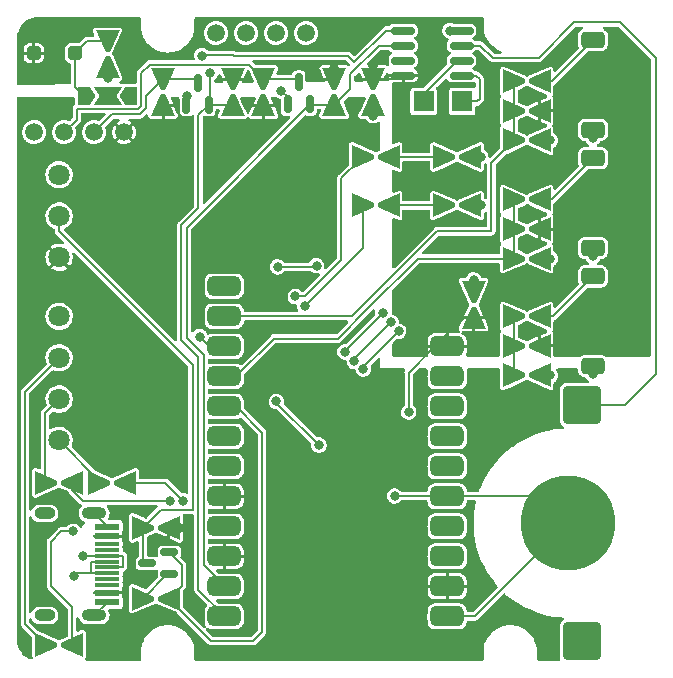
<source format=gtl>
G04 #@! TF.GenerationSoftware,KiCad,Pcbnew,(6.0.10)*
G04 #@! TF.CreationDate,2023-10-08T01:52:56-06:00*
G04 #@! TF.ProjectId,ESP32C3_WordClock,45535033-3243-4335-9f57-6f7264436c6f,rev?*
G04 #@! TF.SameCoordinates,Original*
G04 #@! TF.FileFunction,Copper,L1,Top*
G04 #@! TF.FilePolarity,Positive*
%FSLAX46Y46*%
G04 Gerber Fmt 4.6, Leading zero omitted, Abs format (unit mm)*
G04 Created by KiCad (PCBNEW (6.0.10)) date 2023-10-08 01:52:56*
%MOMM*%
%LPD*%
G01*
G04 APERTURE LIST*
G04 Aperture macros list*
%AMRoundRect*
0 Rectangle with rounded corners*
0 $1 Rounding radius*
0 $2 $3 $4 $5 $6 $7 $8 $9 X,Y pos of 4 corners*
0 Add a 4 corners polygon primitive as box body*
4,1,4,$2,$3,$4,$5,$6,$7,$8,$9,$2,$3,0*
0 Add four circle primitives for the rounded corners*
1,1,$1+$1,$2,$3*
1,1,$1+$1,$4,$5*
1,1,$1+$1,$6,$7*
1,1,$1+$1,$8,$9*
0 Add four rect primitives between the rounded corners*
20,1,$1+$1,$2,$3,$4,$5,0*
20,1,$1+$1,$4,$5,$6,$7,0*
20,1,$1+$1,$6,$7,$8,$9,0*
20,1,$1+$1,$8,$9,$2,$3,0*%
%AMOutline4P*
0 Free polygon, 4 corners , with rotation*
0 The origin of the aperture is its center*
0 number of corners: always 4*
0 $1 to $8 corner X, Y*
0 $9 Rotation angle, in degrees counterclockwise*
0 create outline with 4 corners*
4,1,4,$1,$2,$3,$4,$5,$6,$7,$8,$1,$2,$9*%
%AMFreePoly0*
4,1,6,1.000000,0.000000,0.500000,-0.750000,-0.500000,-0.750000,-0.500000,0.750000,0.500000,0.750000,1.000000,0.000000,1.000000,0.000000,$1*%
%AMFreePoly1*
4,1,7,0.700000,0.000000,1.200000,-0.750000,-1.200000,-0.750000,-0.700000,0.000000,-1.200000,0.750000,1.200000,0.750000,0.700000,0.000000,0.700000,0.000000,$1*%
G04 Aperture macros list end*
G04 #@! TA.AperFunction,SMDPad,CuDef*
%ADD10C,8.000000*%
G04 #@! TD*
G04 #@! TA.AperFunction,SMDPad,CuDef*
%ADD11RoundRect,0.320000X-1.280000X1.280000X-1.280000X-1.280000X1.280000X-1.280000X1.280000X1.280000X0*%
G04 #@! TD*
G04 #@! TA.AperFunction,SMDPad,CuDef*
%ADD12Outline4P,-0.900000X-1.000000X0.900000X-0.200000X0.900000X0.200000X-0.900000X1.000000X0.000000*%
G04 #@! TD*
G04 #@! TA.AperFunction,SMDPad,CuDef*
%ADD13Outline4P,-0.900000X-0.200000X0.900000X-1.000000X0.900000X1.000000X-0.900000X0.200000X0.000000*%
G04 #@! TD*
G04 #@! TA.AperFunction,SMDPad,CuDef*
%ADD14R,2.145000X0.600000*%
G04 #@! TD*
G04 #@! TA.AperFunction,SMDPad,CuDef*
%ADD15R,2.145000X0.300000*%
G04 #@! TD*
G04 #@! TA.AperFunction,ComponentPad*
%ADD16O,1.800000X1.000000*%
G04 #@! TD*
G04 #@! TA.AperFunction,ComponentPad*
%ADD17O,2.100000X1.000000*%
G04 #@! TD*
G04 #@! TA.AperFunction,SMDPad,CuDef*
%ADD18R,1.750000X1.800000*%
G04 #@! TD*
G04 #@! TA.AperFunction,SMDPad,CuDef*
%ADD19RoundRect,0.150000X0.825000X0.150000X-0.825000X0.150000X-0.825000X-0.150000X0.825000X-0.150000X0*%
G04 #@! TD*
G04 #@! TA.AperFunction,SMDPad,CuDef*
%ADD20RoundRect,0.412500X-0.987500X-0.412500X0.987500X-0.412500X0.987500X0.412500X-0.987500X0.412500X0*%
G04 #@! TD*
G04 #@! TA.AperFunction,SMDPad,CuDef*
%ADD21RoundRect,0.425000X-0.975000X-0.425000X0.975000X-0.425000X0.975000X0.425000X-0.975000X0.425000X0*%
G04 #@! TD*
G04 #@! TA.AperFunction,SMDPad,CuDef*
%ADD22RoundRect,0.350000X0.650000X-0.350000X0.650000X0.350000X-0.650000X0.350000X-0.650000X-0.350000X0*%
G04 #@! TD*
G04 #@! TA.AperFunction,SMDPad,CuDef*
%ADD23Outline4P,-0.900000X-1.000000X0.900000X-0.200000X0.900000X0.200000X-0.900000X1.000000X180.000000*%
G04 #@! TD*
G04 #@! TA.AperFunction,SMDPad,CuDef*
%ADD24Outline4P,-0.900000X-0.200000X0.900000X-1.000000X0.900000X1.000000X-0.900000X0.200000X180.000000*%
G04 #@! TD*
G04 #@! TA.AperFunction,SMDPad,CuDef*
%ADD25Outline4P,-0.900000X-1.000000X0.900000X-0.200000X0.900000X0.200000X-0.900000X1.000000X270.000000*%
G04 #@! TD*
G04 #@! TA.AperFunction,SMDPad,CuDef*
%ADD26Outline4P,-0.900000X-0.200000X0.900000X-1.000000X0.900000X1.000000X-0.900000X0.200000X270.000000*%
G04 #@! TD*
G04 #@! TA.AperFunction,ComponentPad*
%ADD27RoundRect,0.300000X-0.300000X-0.300000X0.300000X-0.300000X0.300000X0.300000X-0.300000X0.300000X0*%
G04 #@! TD*
G04 #@! TA.AperFunction,SMDPad,CuDef*
%ADD28Outline4P,-0.900000X-1.000000X0.900000X-0.200000X0.900000X0.200000X-0.900000X1.000000X90.000000*%
G04 #@! TD*
G04 #@! TA.AperFunction,SMDPad,CuDef*
%ADD29Outline4P,-0.900000X-0.200000X0.900000X-1.000000X0.900000X1.000000X-0.900000X0.200000X90.000000*%
G04 #@! TD*
G04 #@! TA.AperFunction,SMDPad,CuDef*
%ADD30RoundRect,0.150000X0.150000X-0.587500X0.150000X0.587500X-0.150000X0.587500X-0.150000X-0.587500X0*%
G04 #@! TD*
G04 #@! TA.AperFunction,SMDPad,CuDef*
%ADD31RoundRect,0.150000X0.587500X0.150000X-0.587500X0.150000X-0.587500X-0.150000X0.587500X-0.150000X0*%
G04 #@! TD*
G04 #@! TA.AperFunction,SMDPad,CuDef*
%ADD32FreePoly0,0.000000*%
G04 #@! TD*
G04 #@! TA.AperFunction,SMDPad,CuDef*
%ADD33FreePoly1,180.000000*%
G04 #@! TD*
G04 #@! TA.AperFunction,SMDPad,CuDef*
%ADD34FreePoly0,180.000000*%
G04 #@! TD*
G04 #@! TA.AperFunction,ComponentPad*
%ADD35C,1.500000*%
G04 #@! TD*
G04 #@! TA.AperFunction,ComponentPad*
%ADD36C,1.800000*%
G04 #@! TD*
G04 #@! TA.AperFunction,ViaPad*
%ADD37C,0.800000*%
G04 #@! TD*
G04 #@! TA.AperFunction,Conductor*
%ADD38C,0.200000*%
G04 #@! TD*
G04 APERTURE END LIST*
D10*
X106900000Y-98100000D03*
D11*
X108050000Y-88100000D03*
X108050000Y-108100000D03*
D12*
X89500000Y-71200000D03*
D13*
X91700000Y-71200000D03*
D14*
X67842500Y-98400000D03*
X67842500Y-99200000D03*
D15*
X67842500Y-100350000D03*
X67842500Y-101350000D03*
X67842500Y-101850000D03*
X67842500Y-102850000D03*
D14*
X67842500Y-104000000D03*
X67842500Y-104800000D03*
X67842500Y-104800000D03*
X67842500Y-104000000D03*
D15*
X67842500Y-103350000D03*
X67842500Y-102350000D03*
X67842500Y-100850000D03*
X67842500Y-99850000D03*
D14*
X67842500Y-99200000D03*
X67842500Y-98400000D03*
D16*
X62590000Y-97280000D03*
X62590000Y-105920000D03*
D17*
X66770000Y-97280000D03*
X66770000Y-105920000D03*
D18*
X97925000Y-62400000D03*
X94675000Y-62400000D03*
D19*
X92925000Y-60205000D03*
X92925000Y-58935000D03*
X92925000Y-57665000D03*
X92925000Y-56395000D03*
X97875000Y-56395000D03*
X97875000Y-57665000D03*
X97875000Y-58935000D03*
X97875000Y-60205000D03*
D20*
X77767500Y-78050000D03*
X77767500Y-80590000D03*
X77767500Y-83130000D03*
X77767500Y-85670000D03*
X77767500Y-88210000D03*
X77767500Y-90750000D03*
X77767500Y-93290000D03*
X77767500Y-95830000D03*
X77767500Y-98370000D03*
X77767500Y-100910000D03*
X77767500Y-103450000D03*
X77767500Y-105990000D03*
D21*
X96647500Y-105990000D03*
X96647500Y-103450000D03*
X96647500Y-100910000D03*
X96647500Y-98370000D03*
X96647500Y-95830000D03*
X96647500Y-93290000D03*
X96647500Y-90750000D03*
X96647500Y-88210000D03*
X96647500Y-85670000D03*
X96647500Y-83130000D03*
D22*
X109000000Y-77200000D03*
X109000000Y-84800000D03*
X109000000Y-67200000D03*
X109000000Y-74800000D03*
X109000000Y-64800000D03*
X109000000Y-57200000D03*
D23*
X98600000Y-71200000D03*
D24*
X96400000Y-71200000D03*
D23*
X98600000Y-67100000D03*
D24*
X96400000Y-67100000D03*
D25*
X67900000Y-57300000D03*
D26*
X67900000Y-59500000D03*
D27*
X65150000Y-58300000D03*
X61650000Y-58300000D03*
D23*
X104500000Y-80600000D03*
D24*
X102300000Y-80600000D03*
D23*
X104500000Y-70700000D03*
D24*
X102300000Y-70700000D03*
X102300000Y-60700000D03*
D23*
X104500000Y-60700000D03*
D24*
X102300000Y-83100000D03*
D23*
X104500000Y-83100000D03*
X104500000Y-73200000D03*
D24*
X102300000Y-73200000D03*
X102300000Y-63200000D03*
D23*
X104500000Y-63200000D03*
D28*
X81100000Y-62700000D03*
D29*
X81100000Y-60500000D03*
D28*
X72600000Y-62700000D03*
D29*
X72600000Y-60500000D03*
D26*
X87100000Y-62700000D03*
D25*
X87100000Y-60500000D03*
D26*
X78500000Y-62700000D03*
D25*
X78500000Y-60500000D03*
D23*
X73100000Y-98500000D03*
D24*
X70900000Y-98500000D03*
D13*
X73100000Y-104500000D03*
D12*
X70900000Y-104500000D03*
D30*
X84100000Y-60762500D03*
X85050000Y-62637500D03*
X83150000Y-62637500D03*
X75537500Y-60800000D03*
X76487500Y-62675000D03*
X74587500Y-62675000D03*
D31*
X73137500Y-102450000D03*
X73137500Y-100550000D03*
X71262500Y-101500000D03*
D32*
X65900000Y-61900000D03*
D33*
X67900000Y-61900000D03*
D34*
X69900000Y-61900000D03*
D35*
X77090000Y-56600000D03*
X79630000Y-56600000D03*
X82170000Y-56600000D03*
X84710000Y-56600000D03*
D36*
X63800000Y-91100000D03*
X63800000Y-87600000D03*
X63800000Y-84100000D03*
X63800000Y-80600000D03*
D35*
X69310000Y-65000000D03*
X66770000Y-65000000D03*
X64230000Y-65000000D03*
X61690000Y-65000000D03*
D36*
X63800000Y-68600000D03*
X63800000Y-72100000D03*
X63800000Y-75600000D03*
D23*
X69400000Y-94700000D03*
D24*
X67200000Y-94700000D03*
D23*
X64900000Y-94700000D03*
D24*
X62700000Y-94700000D03*
D23*
X64900000Y-108400000D03*
D24*
X62700000Y-108400000D03*
D12*
X89500000Y-67100000D03*
D13*
X91700000Y-67100000D03*
D23*
X104500000Y-85600000D03*
D24*
X102300000Y-85600000D03*
D23*
X104500000Y-75700000D03*
D24*
X102300000Y-75700000D03*
X102300000Y-65700000D03*
D23*
X104500000Y-65700000D03*
D25*
X98900000Y-78500000D03*
D26*
X98900000Y-80700000D03*
D29*
X90400000Y-60500000D03*
D28*
X90400000Y-62700000D03*
D37*
X108050000Y-88100000D03*
X108049999Y-108100001D03*
X92200000Y-95800000D03*
X85800000Y-91500000D03*
X82200000Y-87800000D03*
X93400000Y-88700000D03*
X70900000Y-104500000D03*
X71900000Y-93700000D03*
X69400000Y-97200000D03*
X71800000Y-82700000D03*
X73100000Y-81400000D03*
X94100000Y-74000000D03*
X95600000Y-74900000D03*
X95000000Y-76500000D03*
X99500000Y-69200000D03*
X100500000Y-66200000D03*
X101300000Y-68000000D03*
X87100000Y-59600000D03*
X87500000Y-57800000D03*
X78900000Y-57800000D03*
X82600000Y-61500000D03*
X74600000Y-58500000D03*
X74600000Y-61900000D03*
X75500000Y-57300000D03*
X78400000Y-60000000D03*
X88900000Y-57900000D03*
X90400000Y-59400000D03*
X80000000Y-83000000D03*
X81500000Y-84500000D03*
X81600000Y-69300000D03*
X79600000Y-64900000D03*
X74600000Y-64900000D03*
X76600000Y-64900000D03*
X82500000Y-100900000D03*
X74000000Y-98500000D03*
X78767500Y-100910000D03*
X91200000Y-80300000D03*
X88000000Y-83600000D03*
X104500000Y-60700000D03*
X65000000Y-98800000D03*
X91900000Y-81100000D03*
X88800000Y-84400000D03*
X104500000Y-70700000D03*
X73200000Y-96200000D03*
X104500000Y-80600000D03*
X92551064Y-81858367D03*
X74300000Y-96200000D03*
X89558879Y-85050468D03*
X67900000Y-60400000D03*
X76600000Y-60000000D03*
X75895861Y-58520459D03*
X96900000Y-56400000D03*
X90400000Y-63600000D03*
X99500000Y-67100000D03*
X99500000Y-71200000D03*
X105400000Y-85600000D03*
X105400000Y-75700000D03*
X105400000Y-65700000D03*
X109000000Y-65500000D03*
X109000000Y-75500000D03*
X109000000Y-85500000D03*
X98900000Y-77500000D03*
X95600000Y-106000000D03*
X95600000Y-95800000D03*
X78800000Y-78000000D03*
X78800000Y-98400000D03*
X102300000Y-83100000D03*
X85600000Y-76300000D03*
X69800000Y-61900000D03*
X82300000Y-76400000D03*
X75700000Y-82300000D03*
X67900001Y-61899999D03*
X78767500Y-90750000D03*
X83800000Y-78900000D03*
X84600000Y-79700000D03*
X78676451Y-93198951D03*
X95647500Y-93290000D03*
X95647500Y-90750000D03*
X95647500Y-88210000D03*
X95647500Y-85670000D03*
X95647500Y-98370000D03*
X65800000Y-100900000D03*
X95647500Y-100910000D03*
X65100500Y-102608657D03*
D38*
X67200000Y-94500000D02*
X67200000Y-94700000D01*
X63800000Y-91100000D02*
X67200000Y-94500000D01*
X62600000Y-94600000D02*
X62700000Y-94700000D01*
X62600000Y-88800000D02*
X62600000Y-94600000D01*
X63800000Y-87600000D02*
X62600000Y-88800000D01*
X60900000Y-87000000D02*
X63800000Y-84100000D01*
X62700000Y-108400000D02*
X60900000Y-106600000D01*
X60900000Y-106600000D02*
X60900000Y-87000000D01*
X111700000Y-88100000D02*
X108050000Y-88100000D01*
X114300000Y-58700000D02*
X114300000Y-85500000D01*
X111300000Y-55700000D02*
X114300000Y-58700000D01*
X107400000Y-55700000D02*
X111300000Y-55700000D01*
X104400000Y-58700000D02*
X107400000Y-55700000D01*
X100500000Y-58700000D02*
X104400000Y-58700000D01*
X99465000Y-57665000D02*
X100500000Y-58700000D01*
X114300000Y-85500000D02*
X111700000Y-88100000D01*
X97875000Y-57665000D02*
X99465000Y-57665000D01*
X95600000Y-95800000D02*
X92200000Y-95800000D01*
X82200000Y-87900000D02*
X85800000Y-91500000D01*
X82200000Y-87800000D02*
X82200000Y-87900000D01*
X93400000Y-85377500D02*
X93400000Y-88700000D01*
X95647500Y-83130000D02*
X93400000Y-85377500D01*
X87100000Y-60500000D02*
X87100000Y-59600000D01*
X75968951Y-58447369D02*
X75895861Y-58520459D01*
X78522771Y-58447369D02*
X75968951Y-58447369D01*
X78599902Y-58524500D02*
X78522771Y-58447369D01*
X88224500Y-58524500D02*
X78599902Y-58524500D01*
X88800000Y-59100000D02*
X88224500Y-58524500D01*
X91505000Y-56395000D02*
X88800000Y-59100000D01*
X83150000Y-62050000D02*
X82600000Y-61500000D01*
X92925000Y-56395000D02*
X91505000Y-56395000D01*
X83150000Y-62637500D02*
X83150000Y-62050000D01*
X74587500Y-61912500D02*
X74600000Y-61900000D01*
X74587500Y-62675000D02*
X74587500Y-61912500D01*
X78500000Y-60100000D02*
X78400000Y-60000000D01*
X78500000Y-60500000D02*
X78500000Y-60100000D01*
X90400000Y-60500000D02*
X90400000Y-59400000D01*
X73100000Y-98500000D02*
X74000000Y-98500000D01*
X91200000Y-80300000D02*
X88000000Y-83500000D01*
X88000000Y-83500000D02*
X88000000Y-83600000D01*
X89558879Y-84850552D02*
X89558879Y-85050468D01*
X92551064Y-81858367D02*
X89558879Y-84850552D01*
X88800000Y-84200000D02*
X88800000Y-84400000D01*
X91900000Y-81100000D02*
X88800000Y-84200000D01*
X94175402Y-75700000D02*
X102300000Y-75700000D01*
X87424500Y-82475500D02*
X89975500Y-79924500D01*
X78767500Y-85670000D02*
X81962000Y-82475500D01*
X89975500Y-79899902D02*
X94175402Y-75700000D01*
X81962000Y-82475500D02*
X87424500Y-82475500D01*
X64000000Y-98800000D02*
X65000000Y-98800000D01*
X89975500Y-79924500D02*
X89975500Y-79899902D01*
X63100000Y-99700000D02*
X64000000Y-98800000D01*
X64900000Y-94700000D02*
X64900000Y-95300000D01*
X65800000Y-96200000D02*
X73200000Y-96200000D01*
X64900000Y-95300000D02*
X65800000Y-96200000D01*
X72800000Y-94700000D02*
X74300000Y-96200000D01*
X69400000Y-94700000D02*
X72800000Y-94700000D01*
X75100000Y-97000000D02*
X75100000Y-84672792D01*
X75100000Y-84672792D02*
X63800000Y-73372792D01*
X72400000Y-97000000D02*
X75100000Y-97000000D01*
X70900000Y-98500000D02*
X72400000Y-97000000D01*
X63800000Y-73372792D02*
X63800000Y-72100000D01*
X63100000Y-103400000D02*
X63100000Y-99700000D01*
X64900000Y-105200000D02*
X63100000Y-103400000D01*
X64900000Y-108400000D02*
X64900000Y-105700000D01*
X64900000Y-105700000D02*
X64900000Y-105200000D01*
X76600000Y-62562500D02*
X76487500Y-62675000D01*
X76600000Y-60000000D02*
X76600000Y-62562500D01*
X88425000Y-61375000D02*
X87100000Y-62700000D01*
X92925000Y-57665000D02*
X90875380Y-57665000D01*
X90875380Y-57665000D02*
X88425000Y-60115380D01*
X88425000Y-60115380D02*
X88425000Y-61375000D01*
X67842500Y-98352500D02*
X66770000Y-97280000D01*
X67842500Y-98400000D02*
X67842500Y-98352500D01*
X67842500Y-104847500D02*
X66770000Y-105920000D01*
X67842500Y-104800000D02*
X67842500Y-104847500D01*
X99000000Y-106000000D02*
X106900000Y-98100000D01*
X95600000Y-106000000D02*
X99000000Y-106000000D01*
X104600000Y-95800000D02*
X106900000Y-98100000D01*
X95600000Y-95800000D02*
X104600000Y-95800000D01*
X85500000Y-76400000D02*
X85600000Y-76300000D01*
X82300000Y-76400000D02*
X85500000Y-76400000D01*
X69900000Y-61900000D02*
X69800000Y-61900000D01*
X68270000Y-63500000D02*
X66770000Y-65000000D01*
X71174501Y-61925499D02*
X71174501Y-62970809D01*
X70645310Y-63500000D02*
X68270000Y-63500000D01*
X72600000Y-60500000D02*
X71174501Y-61925499D01*
X71174501Y-62970809D02*
X70645310Y-63500000D01*
X65300000Y-63930000D02*
X64230000Y-65000000D01*
X65300000Y-63000000D02*
X65300000Y-63930000D01*
X70725000Y-62784620D02*
X70509620Y-63000000D01*
X70725000Y-60015380D02*
X70725000Y-62784620D01*
X71465380Y-59275000D02*
X70725000Y-60015380D01*
X79875000Y-59275000D02*
X71465380Y-59275000D01*
X81100000Y-60500000D02*
X79875000Y-59275000D01*
X70509620Y-63000000D02*
X65300000Y-63000000D01*
X65150000Y-61150000D02*
X65150000Y-58300000D01*
X65900000Y-61900000D02*
X65150000Y-61150000D01*
X66150000Y-57300000D02*
X67900000Y-57300000D01*
X65150000Y-58300000D02*
X66150000Y-57300000D01*
X76530000Y-83130000D02*
X75700000Y-82300000D01*
X78767500Y-83130000D02*
X76530000Y-83130000D01*
X76042500Y-87492017D02*
X76049501Y-87485016D01*
X74600000Y-82405483D02*
X74600000Y-73087500D01*
X76042500Y-88927983D02*
X76042500Y-87492017D01*
X76049501Y-88934984D02*
X76042500Y-88927983D01*
X76042500Y-90032017D02*
X76049501Y-90025016D01*
X76042500Y-91467983D02*
X76042500Y-90032017D01*
X76049501Y-91474984D02*
X76042500Y-91467983D01*
X76049501Y-92565016D02*
X76049501Y-91474984D01*
X76042500Y-92572017D02*
X76049501Y-92565016D01*
X76042500Y-95112017D02*
X76049501Y-95105016D01*
X76042500Y-96547983D02*
X76042500Y-95112017D01*
X76049501Y-87485016D02*
X76049501Y-86394984D01*
X76042500Y-97652017D02*
X76049501Y-97645016D01*
X76049501Y-94014984D02*
X76042500Y-94007983D01*
X76042500Y-99087983D02*
X76042500Y-97652017D01*
X76049501Y-100185016D02*
X76049501Y-99094984D01*
X76042500Y-100192017D02*
X76049501Y-100185016D01*
X76042500Y-101627983D02*
X76042500Y-100192017D01*
X77864517Y-103450000D02*
X76042500Y-101627983D01*
X78767500Y-103450000D02*
X77864517Y-103450000D01*
X74150499Y-72901311D02*
X75592999Y-71458811D01*
X74150499Y-82591672D02*
X74150499Y-72901311D01*
X75600000Y-89121173D02*
X75592999Y-89114172D01*
X75600000Y-89838827D02*
X75600000Y-89121173D01*
X75592999Y-89845828D02*
X75600000Y-89838827D01*
X76049501Y-99094984D02*
X76042500Y-99087983D01*
X75592999Y-91654172D02*
X75592999Y-89845828D01*
X75600000Y-92378827D02*
X75600000Y-91661173D01*
X76049501Y-86394984D02*
X76042500Y-86387983D01*
X75592999Y-89114172D02*
X75592999Y-84034172D01*
X75592999Y-92385828D02*
X75600000Y-92378827D01*
X76049501Y-97645016D02*
X76049501Y-96554984D01*
X75592999Y-94194172D02*
X75592999Y-92385828D01*
X76042500Y-84952017D02*
X76049501Y-84945016D01*
X75600000Y-94201173D02*
X75592999Y-94194172D01*
X75600000Y-94918827D02*
X75600000Y-94201173D01*
X74600000Y-73087500D02*
X85050000Y-62637500D01*
X75592999Y-96734172D02*
X75592999Y-94925828D01*
X75600000Y-96741173D02*
X75592999Y-96734172D01*
X75592999Y-99274172D02*
X75592999Y-97465828D01*
X75600000Y-101821173D02*
X75592999Y-101814172D01*
X76042500Y-86387983D02*
X76042500Y-84952017D01*
X75600000Y-103725483D02*
X75600000Y-101821173D01*
X76049501Y-84945016D02*
X76049501Y-83854984D01*
X75600000Y-99281173D02*
X75592999Y-99274172D01*
X77864517Y-105990000D02*
X75600000Y-103725483D01*
X76049501Y-95105016D02*
X76049501Y-94014984D01*
X78767500Y-105990000D02*
X77864517Y-105990000D01*
X76049501Y-90025016D02*
X76049501Y-88934984D01*
X75600000Y-99998827D02*
X75600000Y-99281173D01*
X75592999Y-84034172D02*
X74150499Y-82591672D01*
X75592999Y-100005828D02*
X75600000Y-99998827D01*
X76049501Y-83854984D02*
X74600000Y-82405483D01*
X75600000Y-91661173D02*
X75592999Y-91654172D01*
X76049501Y-96554984D02*
X76042500Y-96547983D01*
X75592999Y-71458811D02*
X75592999Y-63569501D01*
X75592999Y-101814172D02*
X75592999Y-100005828D01*
X75592999Y-63569501D02*
X76487500Y-62675000D01*
X75592999Y-94925828D02*
X75600000Y-94918827D01*
X75592999Y-97465828D02*
X75600000Y-97458827D01*
X76042500Y-94007983D02*
X76042500Y-92572017D01*
X75600000Y-97458827D02*
X75600000Y-96741173D01*
X84600000Y-78900000D02*
X83800000Y-78900000D01*
X87700000Y-75800000D02*
X84600000Y-78900000D01*
X87700000Y-68900000D02*
X87700000Y-75800000D01*
X89500000Y-67100000D02*
X87700000Y-68900000D01*
X89500000Y-74800000D02*
X84600000Y-79700000D01*
X89500000Y-71200000D02*
X89500000Y-74800000D01*
X81000000Y-90442500D02*
X78767500Y-88210000D01*
X81000000Y-107300000D02*
X81000000Y-90442500D01*
X80200000Y-108100000D02*
X81000000Y-107300000D01*
X76700000Y-108100000D02*
X80200000Y-108100000D01*
X73100000Y-104500000D02*
X76700000Y-108100000D01*
X74200000Y-101612500D02*
X73137500Y-100550000D01*
X74200000Y-103400000D02*
X74200000Y-101612500D01*
X73100000Y-104500000D02*
X74200000Y-103400000D01*
X73137500Y-102450000D02*
X72950000Y-102450000D01*
X72950000Y-102450000D02*
X70900000Y-104500000D01*
X70900000Y-101137500D02*
X70900000Y-98500000D01*
X71262500Y-101500000D02*
X70900000Y-101137500D01*
X92630000Y-60500000D02*
X92925000Y-60205000D01*
X90400000Y-60500000D02*
X92630000Y-60500000D01*
X99212500Y-62400000D02*
X97925000Y-62400000D01*
X99412500Y-62200000D02*
X99212500Y-62400000D01*
X99105000Y-60205000D02*
X99412500Y-60512500D01*
X97875000Y-60205000D02*
X99105000Y-60205000D01*
X99412500Y-60512500D02*
X99412500Y-62200000D01*
X97498249Y-58935000D02*
X94675000Y-61758249D01*
X94675000Y-61758249D02*
X94675000Y-62400000D01*
X97875000Y-58935000D02*
X97498249Y-58935000D01*
X91700000Y-71200000D02*
X96400000Y-71200000D01*
X91700000Y-67100000D02*
X96400000Y-67100000D01*
X100400000Y-67600000D02*
X102300000Y-65700000D01*
X95800000Y-73400000D02*
X100400000Y-73400000D01*
X88610000Y-80590000D02*
X95800000Y-73400000D01*
X100400000Y-73400000D02*
X100400000Y-67600000D01*
X78767500Y-80590000D02*
X88610000Y-80590000D01*
X98900000Y-80700000D02*
X98077500Y-80700000D01*
X98077500Y-80700000D02*
X95647500Y-83130000D01*
X105600000Y-80600000D02*
X109000000Y-77200000D01*
X104500000Y-80600000D02*
X105600000Y-80600000D01*
X105500000Y-70700000D02*
X109000000Y-67200000D01*
X104500000Y-70700000D02*
X105500000Y-70700000D01*
X104500000Y-60700000D02*
X105500000Y-60700000D01*
X105500000Y-60700000D02*
X109000000Y-57200000D01*
X102300000Y-60700000D02*
X102300000Y-63200000D01*
X102300000Y-63200000D02*
X102300000Y-65700000D01*
X102300000Y-70700000D02*
X102300000Y-73200000D01*
X102300000Y-73200000D02*
X102300000Y-75700000D01*
X102300000Y-83100000D02*
X102300000Y-85600000D01*
X102300000Y-83100000D02*
X102300000Y-80600000D01*
X85112500Y-62700000D02*
X85050000Y-62637500D01*
X87100000Y-62700000D02*
X85112500Y-62700000D01*
X83837500Y-60500000D02*
X84100000Y-60762500D01*
X81100000Y-60500000D02*
X83837500Y-60500000D01*
X75237500Y-60500000D02*
X75537500Y-60800000D01*
X72600000Y-60500000D02*
X75237500Y-60500000D01*
X76512500Y-62700000D02*
X76487500Y-62675000D01*
X78500000Y-62700000D02*
X76512500Y-62700000D01*
X65359157Y-102350000D02*
X65100500Y-102608657D01*
X67842500Y-102350000D02*
X65359157Y-102350000D01*
X65850000Y-100850000D02*
X65800000Y-100900000D01*
X67842500Y-100850000D02*
X65850000Y-100850000D01*
X66470000Y-102300000D02*
X66520000Y-102350000D01*
X66520000Y-102350000D02*
X67842500Y-102350000D01*
X66520000Y-101350000D02*
X66470000Y-101400000D01*
X67842500Y-101350000D02*
X66520000Y-101350000D01*
X66470000Y-101400000D02*
X66470000Y-102300000D01*
X69215000Y-101800000D02*
X69165000Y-101850000D01*
X69215000Y-100900000D02*
X69215000Y-101800000D01*
X69165000Y-100850000D02*
X69215000Y-100900000D01*
X67842500Y-100850000D02*
X69165000Y-100850000D01*
X69165000Y-101850000D02*
X67842500Y-101850000D01*
G04 #@! TA.AperFunction,Conductor*
G36*
X111169092Y-56074502D02*
G01*
X111190066Y-56091405D01*
X113908595Y-58809934D01*
X113942621Y-58872246D01*
X113945500Y-58899029D01*
X113945500Y-83874000D01*
X113925498Y-83942121D01*
X113871842Y-83988614D01*
X113819500Y-84000000D01*
X110099319Y-84000000D01*
X110031198Y-83979998D01*
X110022615Y-83973962D01*
X109981119Y-83942121D01*
X109954858Y-83921970D01*
X109947227Y-83918809D01*
X109815434Y-83864219D01*
X109815430Y-83864218D01*
X109807806Y-83861060D01*
X109799626Y-83859983D01*
X109799622Y-83859982D01*
X109693705Y-83846038D01*
X109693706Y-83846038D01*
X109689619Y-83845500D01*
X109685497Y-83845500D01*
X109000001Y-83845501D01*
X108310382Y-83845501D01*
X108306297Y-83846039D01*
X108306294Y-83846039D01*
X108269143Y-83850930D01*
X108192194Y-83861060D01*
X108045142Y-83921970D01*
X108018881Y-83942121D01*
X107977385Y-83973962D01*
X107911165Y-83999563D01*
X107900681Y-84000000D01*
X105780000Y-84000000D01*
X105711879Y-83979998D01*
X105665386Y-83926342D01*
X105654000Y-83874000D01*
X105654000Y-83245115D01*
X105649525Y-83229876D01*
X105648135Y-83228671D01*
X105640452Y-83227000D01*
X104499000Y-83227000D01*
X104430879Y-83206998D01*
X104384386Y-83153342D01*
X104373000Y-83101000D01*
X104373000Y-82296603D01*
X104369027Y-82283072D01*
X104364235Y-82282383D01*
X103478623Y-82675988D01*
X103462932Y-82684842D01*
X103461611Y-82682501D01*
X103405241Y-82701415D01*
X103337283Y-82684246D01*
X103337232Y-82684336D01*
X103336902Y-82684150D01*
X103336407Y-82684025D01*
X103334450Y-82682769D01*
X103332032Y-82681407D01*
X103327132Y-82678000D01*
X103321683Y-82675578D01*
X103321679Y-82675576D01*
X102729326Y-82412308D01*
X102675201Y-82366364D01*
X102654500Y-82297168D01*
X102654500Y-81402833D01*
X102674502Y-81334712D01*
X102729326Y-81287693D01*
X103321629Y-81024447D01*
X103321632Y-81024445D01*
X103327134Y-81022000D01*
X103332074Y-81018553D01*
X103337316Y-81015595D01*
X103338602Y-81017875D01*
X103395220Y-80998889D01*
X103462615Y-81015929D01*
X103462765Y-81015662D01*
X103463747Y-81016215D01*
X103464051Y-81016292D01*
X103465251Y-81017062D01*
X103467963Y-81018589D01*
X103472868Y-81022000D01*
X103679434Y-81113807D01*
X105077418Y-81735134D01*
X105131544Y-81781078D01*
X105152238Y-81848992D01*
X105132931Y-81917313D01*
X105077418Y-81965414D01*
X104643557Y-82158240D01*
X104631711Y-82168296D01*
X104627000Y-82184043D01*
X104627000Y-82954885D01*
X104631475Y-82970124D01*
X104632865Y-82971329D01*
X104640548Y-82973000D01*
X105635885Y-82973000D01*
X105651124Y-82968525D01*
X105652329Y-82967135D01*
X105654000Y-82959452D01*
X105654000Y-82055902D01*
X105653845Y-82053226D01*
X105649622Y-82037443D01*
X105618180Y-81964479D01*
X105604371Y-81944432D01*
X105600465Y-81940636D01*
X105565560Y-81878812D01*
X105569620Y-81807932D01*
X105600206Y-81760188D01*
X105605232Y-81755275D01*
X105614105Y-81746601D01*
X105621513Y-81729277D01*
X105650183Y-81662221D01*
X105653909Y-81653507D01*
X105654500Y-81647837D01*
X105654500Y-81048619D01*
X105674502Y-80980498D01*
X105720667Y-80937732D01*
X105758372Y-80917387D01*
X105763664Y-80914690D01*
X105771870Y-80910750D01*
X105806658Y-80894045D01*
X105810650Y-80890689D01*
X105812597Y-80888742D01*
X105814222Y-80887252D01*
X105814654Y-80887019D01*
X105814687Y-80887055D01*
X105814845Y-80886916D01*
X105820280Y-80883983D01*
X105854357Y-80847119D01*
X105857786Y-80843553D01*
X107179712Y-79521627D01*
X108509933Y-78191405D01*
X108572245Y-78157379D01*
X108599028Y-78154500D01*
X109605967Y-78154499D01*
X109689618Y-78154499D01*
X109693703Y-78153961D01*
X109693706Y-78153961D01*
X109730857Y-78149070D01*
X109807806Y-78138940D01*
X109954858Y-78078030D01*
X110081134Y-77981134D01*
X110120503Y-77929828D01*
X110173002Y-77861411D01*
X110173003Y-77861409D01*
X110178030Y-77854858D01*
X110183052Y-77842733D01*
X110235781Y-77715434D01*
X110235782Y-77715430D01*
X110238940Y-77707806D01*
X110240017Y-77699626D01*
X110240018Y-77699622D01*
X110253962Y-77593705D01*
X110254500Y-77589619D01*
X110254499Y-76810382D01*
X110238940Y-76692194D01*
X110178030Y-76545142D01*
X110130782Y-76483567D01*
X110086160Y-76425416D01*
X110081134Y-76418866D01*
X110061058Y-76403461D01*
X109961411Y-76326998D01*
X109961409Y-76326997D01*
X109954858Y-76321970D01*
X109947227Y-76318809D01*
X109815434Y-76264219D01*
X109815430Y-76264218D01*
X109807806Y-76261060D01*
X109799626Y-76259983D01*
X109799622Y-76259982D01*
X109693705Y-76246038D01*
X109693706Y-76246038D01*
X109689619Y-76245500D01*
X109476498Y-76245500D01*
X109408377Y-76225498D01*
X109361884Y-76171842D01*
X109351780Y-76101568D01*
X109381274Y-76036988D01*
X109394667Y-76023689D01*
X109479536Y-75951204D01*
X109479536Y-75951203D01*
X109485314Y-75946269D01*
X109577755Y-75817624D01*
X109577788Y-75817542D01*
X109625859Y-75769741D01*
X109681434Y-75755640D01*
X109681377Y-75754769D01*
X109685497Y-75754499D01*
X109689618Y-75754499D01*
X109693703Y-75753961D01*
X109693706Y-75753961D01*
X109730857Y-75749070D01*
X109807806Y-75738940D01*
X109911735Y-75695892D01*
X109947227Y-75681191D01*
X109947228Y-75681190D01*
X109954858Y-75678030D01*
X109977468Y-75660681D01*
X110074584Y-75586160D01*
X110081134Y-75581134D01*
X110178030Y-75454858D01*
X110225313Y-75340706D01*
X110235781Y-75315434D01*
X110235782Y-75315430D01*
X110238940Y-75307806D01*
X110240017Y-75299626D01*
X110240018Y-75299622D01*
X110253962Y-75193705D01*
X110254500Y-75189619D01*
X110254499Y-74410382D01*
X110238940Y-74292194D01*
X110178030Y-74145142D01*
X110081134Y-74018866D01*
X109954858Y-73921970D01*
X109947227Y-73918809D01*
X109815434Y-73864219D01*
X109815430Y-73864218D01*
X109807806Y-73861060D01*
X109799626Y-73859983D01*
X109799622Y-73859982D01*
X109693705Y-73846038D01*
X109693706Y-73846038D01*
X109689619Y-73845500D01*
X109685497Y-73845500D01*
X109000001Y-73845501D01*
X108310382Y-73845501D01*
X108306297Y-73846039D01*
X108306294Y-73846039D01*
X108269143Y-73850930D01*
X108192194Y-73861060D01*
X108045142Y-73921970D01*
X107918866Y-74018866D01*
X107821970Y-74145142D01*
X107818810Y-74152772D01*
X107818809Y-74152773D01*
X107764219Y-74284566D01*
X107764218Y-74284570D01*
X107761060Y-74292194D01*
X107759983Y-74300374D01*
X107759982Y-74300378D01*
X107749430Y-74380530D01*
X107745500Y-74410381D01*
X107745501Y-75189618D01*
X107761060Y-75307806D01*
X107821970Y-75454858D01*
X107918866Y-75581134D01*
X107925416Y-75586160D01*
X108022533Y-75660681D01*
X108045142Y-75678030D01*
X108052772Y-75681190D01*
X108052773Y-75681191D01*
X108184566Y-75735781D01*
X108184570Y-75735782D01*
X108192194Y-75738940D01*
X108200374Y-75740017D01*
X108200378Y-75740018D01*
X108296399Y-75752659D01*
X108310381Y-75754500D01*
X108315299Y-75754500D01*
X108315528Y-75754567D01*
X108318622Y-75754770D01*
X108318577Y-75755462D01*
X108383420Y-75774502D01*
X108419881Y-75810224D01*
X108426317Y-75819802D01*
X108465220Y-75877695D01*
X108500908Y-75930805D01*
X108506527Y-75935918D01*
X108506528Y-75935919D01*
X108605864Y-76026307D01*
X108642787Y-76086947D01*
X108641064Y-76157923D01*
X108601242Y-76216700D01*
X108535964Y-76244617D01*
X108521068Y-76245501D01*
X108310382Y-76245501D01*
X108306297Y-76246039D01*
X108306294Y-76246039D01*
X108282656Y-76249151D01*
X108192194Y-76261060D01*
X108171200Y-76269756D01*
X108063901Y-76314200D01*
X108045142Y-76321970D01*
X108038591Y-76326997D01*
X108038589Y-76326998D01*
X107938942Y-76403461D01*
X107918866Y-76418866D01*
X107913840Y-76425416D01*
X107869219Y-76483567D01*
X107821970Y-76545142D01*
X107818810Y-76552772D01*
X107818809Y-76552773D01*
X107764219Y-76684566D01*
X107764218Y-76684570D01*
X107761060Y-76692194D01*
X107759983Y-76700374D01*
X107759982Y-76700378D01*
X107747341Y-76796399D01*
X107745500Y-76810381D01*
X107745501Y-77589618D01*
X107761060Y-77707806D01*
X107764222Y-77715439D01*
X107796147Y-77792516D01*
X107803736Y-77863106D01*
X107768833Y-77929828D01*
X106805566Y-78893096D01*
X105869596Y-79829066D01*
X105807284Y-79863091D01*
X105736469Y-79858027D01*
X105679633Y-79815480D01*
X105654822Y-79748960D01*
X105654501Y-79739971D01*
X105654501Y-79552169D01*
X105653756Y-79545773D01*
X105613689Y-79452793D01*
X105541089Y-79382223D01*
X105529555Y-79377636D01*
X105458539Y-79349393D01*
X105458537Y-79349393D01*
X105447009Y-79344808D01*
X105345773Y-79346244D01*
X105340345Y-79348009D01*
X105337346Y-79349342D01*
X103478373Y-80175552D01*
X103478369Y-80175554D01*
X103472866Y-80178000D01*
X103467927Y-80181447D01*
X103462682Y-80184406D01*
X103461396Y-80182126D01*
X103404780Y-80201111D01*
X103337385Y-80184071D01*
X103337235Y-80184338D01*
X103336253Y-80183785D01*
X103335949Y-80183708D01*
X103334749Y-80182938D01*
X103332037Y-80181411D01*
X103327132Y-80178000D01*
X101459648Y-79348007D01*
X101453507Y-79346091D01*
X101352267Y-79344942D01*
X101340749Y-79349561D01*
X101340747Y-79349561D01*
X101305280Y-79363783D01*
X101258294Y-79382624D01*
X101249421Y-79391298D01*
X101249418Y-79391300D01*
X101202242Y-79437419D01*
X101185895Y-79453399D01*
X101146091Y-79546493D01*
X101145500Y-79552163D01*
X101145499Y-81647831D01*
X101146244Y-81654227D01*
X101163382Y-81693998D01*
X101178585Y-81729277D01*
X101186311Y-81747207D01*
X101197268Y-81757857D01*
X101199178Y-81759714D01*
X101234083Y-81821537D01*
X101230023Y-81892417D01*
X101199434Y-81940164D01*
X101185895Y-81953399D01*
X101181017Y-81964807D01*
X101181016Y-81964809D01*
X101170911Y-81988444D01*
X101146091Y-82046493D01*
X101145500Y-82052163D01*
X101145500Y-82055433D01*
X101145499Y-83874000D01*
X101125497Y-83942121D01*
X101071841Y-83988614D01*
X101019499Y-84000000D01*
X98366169Y-84000000D01*
X98298048Y-83979998D01*
X98251555Y-83926342D01*
X98241451Y-83856068D01*
X98245935Y-83836320D01*
X98293034Y-83686030D01*
X98295646Y-83672985D01*
X98301234Y-83612166D01*
X98301500Y-83606377D01*
X98301500Y-83275115D01*
X98297025Y-83259876D01*
X98295635Y-83258671D01*
X98287952Y-83257000D01*
X95011616Y-83257000D01*
X94996377Y-83261475D01*
X94995172Y-83262865D01*
X94993501Y-83270548D01*
X94993501Y-83606391D01*
X94993764Y-83612141D01*
X94999355Y-83672995D01*
X95001964Y-83686023D01*
X95049065Y-83836320D01*
X95050350Y-83907305D01*
X95013053Y-83967716D01*
X94949016Y-83998373D01*
X94928831Y-84000000D01*
X92126000Y-84000000D01*
X92057879Y-83979998D01*
X92011386Y-83926342D01*
X92000000Y-83874000D01*
X92000000Y-82984885D01*
X94993500Y-82984885D01*
X94997975Y-83000124D01*
X94999365Y-83001329D01*
X95007048Y-83003000D01*
X96502385Y-83003000D01*
X96517624Y-82998525D01*
X96518829Y-82997135D01*
X96520500Y-82989452D01*
X96520500Y-82984885D01*
X96774500Y-82984885D01*
X96778975Y-83000124D01*
X96780365Y-83001329D01*
X96788048Y-83003000D01*
X98283384Y-83003000D01*
X98298623Y-82998525D01*
X98299828Y-82997135D01*
X98301499Y-82989452D01*
X98301499Y-82653609D01*
X98301236Y-82647859D01*
X98295645Y-82587005D01*
X98293036Y-82573977D01*
X98248160Y-82430780D01*
X98241952Y-82417030D01*
X98164690Y-82289456D01*
X98155377Y-82277579D01*
X98049921Y-82172123D01*
X98038044Y-82162810D01*
X97914148Y-82087776D01*
X97866241Y-82035379D01*
X97854268Y-81965399D01*
X97882029Y-81900055D01*
X97940711Y-81860093D01*
X97979419Y-81854000D01*
X98754885Y-81854000D01*
X98770124Y-81849525D01*
X98771329Y-81848135D01*
X98773000Y-81840452D01*
X98773000Y-81835885D01*
X99027000Y-81835885D01*
X99031475Y-81851124D01*
X99032865Y-81852329D01*
X99040548Y-81854000D01*
X99944098Y-81854000D01*
X99946774Y-81853845D01*
X99962557Y-81849622D01*
X100035521Y-81818180D01*
X100055567Y-81804371D01*
X100108697Y-81749712D01*
X100121936Y-81729277D01*
X100150104Y-81658448D01*
X100154514Y-81634508D01*
X100153392Y-81555354D01*
X100150626Y-81538672D01*
X100150169Y-81537480D01*
X99841760Y-80843558D01*
X99831704Y-80831711D01*
X99815957Y-80827000D01*
X99045115Y-80827000D01*
X99029876Y-80831475D01*
X99028671Y-80832865D01*
X99027000Y-80840548D01*
X99027000Y-81835885D01*
X98773000Y-81835885D01*
X98773000Y-80845115D01*
X98768525Y-80829876D01*
X98767135Y-80828671D01*
X98759452Y-80827000D01*
X97983715Y-80827000D01*
X97968811Y-80831376D01*
X97958109Y-80843855D01*
X97649987Y-81537129D01*
X97649040Y-81539641D01*
X97646486Y-81555786D01*
X97645584Y-81635229D01*
X97650062Y-81659159D01*
X97678433Y-81729910D01*
X97691723Y-81750297D01*
X97751964Y-81811921D01*
X97785279Y-81874616D01*
X97779411Y-81945369D01*
X97736223Y-82001719D01*
X97669425Y-82025773D01*
X97661863Y-82026000D01*
X96792615Y-82026000D01*
X96777376Y-82030475D01*
X96776171Y-82031865D01*
X96774500Y-82039548D01*
X96774500Y-82984885D01*
X96520500Y-82984885D01*
X96520500Y-82044116D01*
X96516025Y-82028877D01*
X96514635Y-82027672D01*
X96506952Y-82026001D01*
X95621109Y-82026001D01*
X95615359Y-82026264D01*
X95554505Y-82031855D01*
X95541477Y-82034464D01*
X95398280Y-82079340D01*
X95384530Y-82085548D01*
X95256956Y-82162810D01*
X95245079Y-82172123D01*
X95139623Y-82277579D01*
X95130310Y-82289456D01*
X95053048Y-82417030D01*
X95046840Y-82430780D01*
X95001966Y-82573970D01*
X94999354Y-82587015D01*
X94993766Y-82647834D01*
X94993500Y-82653623D01*
X94993500Y-82984885D01*
X92000000Y-82984885D01*
X92000000Y-82962960D01*
X92020002Y-82894839D01*
X92036905Y-82873865D01*
X92363295Y-82547475D01*
X92425607Y-82513449D01*
X92461579Y-82512043D01*
X92461586Y-82511574D01*
X92612383Y-82513943D01*
X92612386Y-82513943D01*
X92619980Y-82514062D01*
X92774396Y-82478696D01*
X92849339Y-82441004D01*
X92909136Y-82410930D01*
X92909139Y-82410928D01*
X92915919Y-82407518D01*
X92921690Y-82402589D01*
X92921693Y-82402587D01*
X93030600Y-82309571D01*
X93030600Y-82309570D01*
X93036378Y-82304636D01*
X93128819Y-82175991D01*
X93187906Y-82029008D01*
X93208739Y-81882624D01*
X93209645Y-81876258D01*
X93209645Y-81876255D01*
X93210226Y-81872174D01*
X93210371Y-81858367D01*
X93191340Y-81701100D01*
X93135344Y-81552913D01*
X93045617Y-81422359D01*
X93036019Y-81413807D01*
X93009324Y-81390023D01*
X92927339Y-81316978D01*
X92787338Y-81242851D01*
X92653822Y-81209314D01*
X92592627Y-81173319D01*
X92560606Y-81109954D01*
X92559417Y-81099987D01*
X92559307Y-81100000D01*
X92549369Y-81017875D01*
X92540276Y-80942733D01*
X92484280Y-80794546D01*
X92394553Y-80663992D01*
X92276275Y-80558611D01*
X92136274Y-80484484D01*
X92095304Y-80474193D01*
X92034109Y-80438198D01*
X92002088Y-80374833D01*
X92000000Y-80351989D01*
X92000000Y-78428931D01*
X92020002Y-78360810D01*
X92036905Y-78339836D01*
X92823750Y-77552991D01*
X97644808Y-77552991D01*
X97646244Y-77654227D01*
X97648009Y-77659655D01*
X97729377Y-77842733D01*
X98471722Y-79513008D01*
X98478000Y-79527134D01*
X98481447Y-79532073D01*
X98484406Y-79537318D01*
X98482258Y-79538530D01*
X98501416Y-79595648D01*
X98484436Y-79662823D01*
X98484774Y-79663014D01*
X98484073Y-79664259D01*
X98484017Y-79664480D01*
X98483454Y-79665358D01*
X98476010Y-79678576D01*
X98085845Y-80556446D01*
X98083981Y-80570423D01*
X98088081Y-80573000D01*
X99703397Y-80573000D01*
X99716928Y-80569027D01*
X99717617Y-80564235D01*
X99324012Y-79678623D01*
X99315158Y-79662932D01*
X99317499Y-79661611D01*
X99298585Y-79605241D01*
X99315753Y-79537286D01*
X99315662Y-79537235D01*
X99315850Y-79536901D01*
X99315975Y-79536407D01*
X99317228Y-79534455D01*
X99318591Y-79532035D01*
X99322000Y-79527132D01*
X100151993Y-77659648D01*
X100153909Y-77653507D01*
X100155058Y-77552267D01*
X100117376Y-77458294D01*
X100108702Y-77449421D01*
X100108700Y-77449418D01*
X100055276Y-77394769D01*
X100046601Y-77385895D01*
X100035193Y-77381017D01*
X100035191Y-77381016D01*
X99962221Y-77349817D01*
X99962222Y-77349817D01*
X99953507Y-77346091D01*
X99947837Y-77345500D01*
X99628405Y-77345500D01*
X99560284Y-77325498D01*
X99513791Y-77271842D01*
X99510539Y-77264038D01*
X99495000Y-77222914D01*
X99484280Y-77194546D01*
X99475814Y-77182228D01*
X99398855Y-77070251D01*
X99398854Y-77070249D01*
X99394553Y-77063992D01*
X99276275Y-76958611D01*
X99268889Y-76954700D01*
X99190146Y-76913008D01*
X99136274Y-76884484D01*
X98982633Y-76845892D01*
X98975034Y-76845852D01*
X98975033Y-76845852D01*
X98909181Y-76845507D01*
X98824221Y-76845062D01*
X98816841Y-76846834D01*
X98816839Y-76846834D01*
X98677563Y-76880271D01*
X98677560Y-76880272D01*
X98670184Y-76882043D01*
X98529414Y-76954700D01*
X98410039Y-77058838D01*
X98318950Y-77188444D01*
X98316190Y-77195524D01*
X98288997Y-77265269D01*
X98245616Y-77321471D01*
X98171604Y-77345499D01*
X97852169Y-77345499D01*
X97845773Y-77346244D01*
X97783620Y-77373027D01*
X97764189Y-77381400D01*
X97764188Y-77381401D01*
X97752793Y-77386311D01*
X97682223Y-77458911D01*
X97677636Y-77470445D01*
X97659895Y-77515056D01*
X97644808Y-77552991D01*
X92823750Y-77552991D01*
X94285336Y-76091405D01*
X94347648Y-76057379D01*
X94374431Y-76054500D01*
X101019499Y-76054500D01*
X101087620Y-76074502D01*
X101134113Y-76128158D01*
X101145499Y-76180500D01*
X101145499Y-76747831D01*
X101146244Y-76754227D01*
X101186311Y-76847207D01*
X101258911Y-76917777D01*
X101270445Y-76922364D01*
X101341461Y-76950607D01*
X101341463Y-76950607D01*
X101352991Y-76955192D01*
X101454227Y-76953756D01*
X101459655Y-76951991D01*
X102209017Y-76618941D01*
X103321627Y-76124448D01*
X103321631Y-76124446D01*
X103327134Y-76122000D01*
X103332073Y-76118553D01*
X103337318Y-76115594D01*
X103338604Y-76117874D01*
X103395220Y-76098889D01*
X103462615Y-76115929D01*
X103462765Y-76115662D01*
X103463747Y-76116215D01*
X103464051Y-76116292D01*
X103465251Y-76117062D01*
X103467963Y-76118589D01*
X103472868Y-76122000D01*
X105340352Y-76951993D01*
X105346493Y-76953909D01*
X105447733Y-76955058D01*
X105459251Y-76950439D01*
X105459253Y-76950439D01*
X105494720Y-76936217D01*
X105541706Y-76917376D01*
X105550579Y-76908702D01*
X105550582Y-76908700D01*
X105605231Y-76855276D01*
X105614105Y-76846601D01*
X105653909Y-76753507D01*
X105654500Y-76747837D01*
X105654500Y-76382321D01*
X105674502Y-76314200D01*
X105723886Y-76269756D01*
X105758072Y-76252563D01*
X105758075Y-76252561D01*
X105764855Y-76249151D01*
X105770626Y-76244222D01*
X105770629Y-76244220D01*
X105879536Y-76151204D01*
X105879536Y-76151203D01*
X105885314Y-76146269D01*
X105977755Y-76017624D01*
X106036842Y-75870641D01*
X106052786Y-75758611D01*
X106058581Y-75717891D01*
X106058581Y-75717888D01*
X106059162Y-75713807D01*
X106059307Y-75700000D01*
X106040276Y-75542733D01*
X105984280Y-75394546D01*
X105947277Y-75340706D01*
X105898855Y-75270251D01*
X105898854Y-75270249D01*
X105894553Y-75263992D01*
X105776275Y-75158611D01*
X105721541Y-75129631D01*
X105670698Y-75080078D01*
X105654501Y-75018277D01*
X105654501Y-74652169D01*
X105653756Y-74645773D01*
X105613689Y-74552793D01*
X105600464Y-74539938D01*
X105565559Y-74478115D01*
X105569619Y-74407235D01*
X105600207Y-74359489D01*
X105604811Y-74354988D01*
X105618563Y-74334905D01*
X105649685Y-74262114D01*
X105653934Y-74245743D01*
X105654000Y-74244469D01*
X105654000Y-73345115D01*
X105649525Y-73329876D01*
X105648135Y-73328671D01*
X105640452Y-73327000D01*
X104645115Y-73327000D01*
X104629876Y-73331475D01*
X104628671Y-73332865D01*
X104627000Y-73340548D01*
X104627000Y-74116285D01*
X104631376Y-74131190D01*
X104643854Y-74141891D01*
X105077417Y-74334586D01*
X105131543Y-74380530D01*
X105152237Y-74448444D01*
X105132930Y-74516765D01*
X105077417Y-74564866D01*
X103478373Y-75275552D01*
X103478369Y-75275554D01*
X103472866Y-75278000D01*
X103467927Y-75281447D01*
X103462682Y-75284406D01*
X103461396Y-75282126D01*
X103404780Y-75301111D01*
X103337382Y-75284070D01*
X103337232Y-75284336D01*
X103336254Y-75283785D01*
X103335949Y-75283708D01*
X103334744Y-75282935D01*
X103332034Y-75281409D01*
X103327132Y-75278000D01*
X103321683Y-75275578D01*
X103321679Y-75275576D01*
X102729326Y-75012308D01*
X102675201Y-74966364D01*
X102654500Y-74897168D01*
X102654500Y-74002833D01*
X102674502Y-73934712D01*
X102729326Y-73887693D01*
X103321629Y-73624447D01*
X103321632Y-73624445D01*
X103327134Y-73622000D01*
X103332074Y-73618553D01*
X103337316Y-73615595D01*
X103338528Y-73617743D01*
X103395648Y-73598584D01*
X103462823Y-73615564D01*
X103463014Y-73615226D01*
X103464259Y-73615927D01*
X103464480Y-73615983D01*
X103465358Y-73616546D01*
X103478576Y-73623990D01*
X104356446Y-74014155D01*
X104370423Y-74016019D01*
X104373000Y-74011919D01*
X104373000Y-72396603D01*
X104369027Y-72383072D01*
X104364235Y-72382383D01*
X103478623Y-72775988D01*
X103462932Y-72784842D01*
X103461611Y-72782501D01*
X103405241Y-72801415D01*
X103337283Y-72784246D01*
X103337232Y-72784336D01*
X103336902Y-72784150D01*
X103336407Y-72784025D01*
X103334450Y-72782769D01*
X103332032Y-72781407D01*
X103327132Y-72778000D01*
X103321683Y-72775578D01*
X103321679Y-72775576D01*
X102729326Y-72512308D01*
X102675201Y-72466364D01*
X102654500Y-72397168D01*
X102654500Y-71502833D01*
X102674502Y-71434712D01*
X102729326Y-71387693D01*
X103321629Y-71124447D01*
X103321632Y-71124445D01*
X103327134Y-71122000D01*
X103332074Y-71118553D01*
X103337316Y-71115595D01*
X103338602Y-71117875D01*
X103395220Y-71098889D01*
X103462615Y-71115929D01*
X103462765Y-71115662D01*
X103463747Y-71116215D01*
X103464051Y-71116292D01*
X103465251Y-71117062D01*
X103467963Y-71118589D01*
X103472868Y-71122000D01*
X103900305Y-71311972D01*
X105077418Y-71835134D01*
X105131544Y-71881078D01*
X105152238Y-71948992D01*
X105132931Y-72017313D01*
X105077418Y-72065414D01*
X104643557Y-72258240D01*
X104631711Y-72268296D01*
X104627000Y-72284043D01*
X104627000Y-73054885D01*
X104631475Y-73070124D01*
X104632865Y-73071329D01*
X104640548Y-73073000D01*
X105635885Y-73073000D01*
X105651124Y-73068525D01*
X105652329Y-73067135D01*
X105654000Y-73059452D01*
X105654000Y-72155902D01*
X105653845Y-72153226D01*
X105649622Y-72137443D01*
X105618180Y-72064479D01*
X105604371Y-72044432D01*
X105600465Y-72040636D01*
X105565560Y-71978812D01*
X105569620Y-71907932D01*
X105600206Y-71860188D01*
X105605232Y-71855275D01*
X105614105Y-71846601D01*
X105624330Y-71822688D01*
X105650183Y-71762221D01*
X105653909Y-71753507D01*
X105654500Y-71747837D01*
X105654500Y-71095166D01*
X105674502Y-71027045D01*
X105706863Y-70994613D01*
X105706559Y-70994281D01*
X105706727Y-70994127D01*
X105706658Y-70994045D01*
X105708554Y-70992451D01*
X105710650Y-70990689D01*
X105712591Y-70988748D01*
X105714222Y-70987252D01*
X105714654Y-70987019D01*
X105714687Y-70987055D01*
X105714845Y-70986916D01*
X105720280Y-70983983D01*
X105754357Y-70947119D01*
X105757786Y-70943553D01*
X108509934Y-68191405D01*
X108572246Y-68157379D01*
X108599029Y-68154500D01*
X109605967Y-68154499D01*
X109689618Y-68154499D01*
X109693703Y-68153961D01*
X109693706Y-68153961D01*
X109747485Y-68146881D01*
X109807806Y-68138940D01*
X109954858Y-68078030D01*
X110081134Y-67981134D01*
X110120503Y-67929828D01*
X110173002Y-67861411D01*
X110173003Y-67861409D01*
X110178030Y-67854858D01*
X110181191Y-67847227D01*
X110235781Y-67715434D01*
X110235782Y-67715430D01*
X110238940Y-67707806D01*
X110240017Y-67699626D01*
X110240018Y-67699622D01*
X110253962Y-67593705D01*
X110254500Y-67589619D01*
X110254499Y-66810382D01*
X110238940Y-66692194D01*
X110178030Y-66545142D01*
X110081134Y-66418866D01*
X109954858Y-66321970D01*
X109947227Y-66318809D01*
X109815434Y-66264219D01*
X109815430Y-66264218D01*
X109807806Y-66261060D01*
X109799626Y-66259983D01*
X109799622Y-66259982D01*
X109693705Y-66246038D01*
X109693706Y-66246038D01*
X109689619Y-66245500D01*
X109476498Y-66245500D01*
X109408377Y-66225498D01*
X109361884Y-66171842D01*
X109351780Y-66101568D01*
X109381274Y-66036988D01*
X109394667Y-66023689D01*
X109479536Y-65951204D01*
X109479536Y-65951203D01*
X109485314Y-65946269D01*
X109577755Y-65817624D01*
X109577788Y-65817542D01*
X109625859Y-65769741D01*
X109681434Y-65755640D01*
X109681377Y-65754769D01*
X109685497Y-65754499D01*
X109689618Y-65754499D01*
X109693703Y-65753961D01*
X109693706Y-65753961D01*
X109730857Y-65749070D01*
X109807806Y-65738940D01*
X109954858Y-65678030D01*
X110081134Y-65581134D01*
X110127792Y-65520329D01*
X110173002Y-65461411D01*
X110173003Y-65461409D01*
X110178030Y-65454858D01*
X110181191Y-65447227D01*
X110235781Y-65315434D01*
X110235782Y-65315430D01*
X110238940Y-65307806D01*
X110240017Y-65299626D01*
X110240018Y-65299622D01*
X110253962Y-65193705D01*
X110254500Y-65189619D01*
X110254499Y-64410382D01*
X110238940Y-64292194D01*
X110178030Y-64145142D01*
X110134271Y-64088114D01*
X110086160Y-64025416D01*
X110081134Y-64018866D01*
X109954858Y-63921970D01*
X109944366Y-63917624D01*
X109815434Y-63864219D01*
X109815430Y-63864218D01*
X109807806Y-63861060D01*
X109799626Y-63859983D01*
X109799622Y-63859982D01*
X109693705Y-63846038D01*
X109693706Y-63846038D01*
X109689619Y-63845500D01*
X109685497Y-63845500D01*
X109000001Y-63845501D01*
X108310382Y-63845501D01*
X108306297Y-63846039D01*
X108306294Y-63846039D01*
X108269143Y-63850930D01*
X108192194Y-63861060D01*
X108045142Y-63921970D01*
X107918866Y-64018866D01*
X107913840Y-64025416D01*
X107865730Y-64088114D01*
X107821970Y-64145142D01*
X107818810Y-64152772D01*
X107818809Y-64152773D01*
X107764219Y-64284566D01*
X107764218Y-64284570D01*
X107761060Y-64292194D01*
X107759983Y-64300374D01*
X107759982Y-64300378D01*
X107749430Y-64380530D01*
X107745500Y-64410381D01*
X107745501Y-65189618D01*
X107761060Y-65307806D01*
X107776992Y-65346269D01*
X107814747Y-65437419D01*
X107821970Y-65454858D01*
X107826997Y-65461409D01*
X107826998Y-65461411D01*
X107872208Y-65520329D01*
X107918866Y-65581134D01*
X108045142Y-65678030D01*
X108052772Y-65681190D01*
X108052773Y-65681191D01*
X108184566Y-65735781D01*
X108184570Y-65735782D01*
X108192194Y-65738940D01*
X108200374Y-65740017D01*
X108200378Y-65740018D01*
X108296399Y-65752659D01*
X108310381Y-65754500D01*
X108315299Y-65754500D01*
X108315528Y-65754567D01*
X108318622Y-65754770D01*
X108318577Y-65755462D01*
X108383420Y-65774502D01*
X108419881Y-65810224D01*
X108426317Y-65819802D01*
X108476364Y-65894279D01*
X108500908Y-65930805D01*
X108506527Y-65935918D01*
X108506528Y-65935919D01*
X108605864Y-66026307D01*
X108642787Y-66086947D01*
X108641064Y-66157923D01*
X108601242Y-66216700D01*
X108535964Y-66244617D01*
X108521068Y-66245501D01*
X108310382Y-66245501D01*
X108306297Y-66246039D01*
X108306294Y-66246039D01*
X108282656Y-66249151D01*
X108192194Y-66261060D01*
X108171200Y-66269756D01*
X108063901Y-66314200D01*
X108045142Y-66321970D01*
X107918866Y-66418866D01*
X107821970Y-66545142D01*
X107818810Y-66552772D01*
X107818809Y-66552773D01*
X107764219Y-66684566D01*
X107764218Y-66684570D01*
X107761060Y-66692194D01*
X107759983Y-66700374D01*
X107759982Y-66700378D01*
X107748409Y-66788288D01*
X107745500Y-66810381D01*
X107745501Y-67589618D01*
X107761060Y-67707806D01*
X107796148Y-67792518D01*
X107803737Y-67863105D01*
X107768834Y-67929828D01*
X105869596Y-69829066D01*
X105807284Y-69863092D01*
X105736469Y-69858027D01*
X105679633Y-69815480D01*
X105654822Y-69748960D01*
X105654501Y-69739971D01*
X105654501Y-69652169D01*
X105653756Y-69645773D01*
X105613689Y-69552793D01*
X105541089Y-69482223D01*
X105511966Y-69470641D01*
X105458539Y-69449393D01*
X105458537Y-69449393D01*
X105447009Y-69444808D01*
X105345773Y-69446244D01*
X105340345Y-69448009D01*
X105337346Y-69449342D01*
X103478373Y-70275552D01*
X103478369Y-70275554D01*
X103472866Y-70278000D01*
X103467927Y-70281447D01*
X103462682Y-70284406D01*
X103461396Y-70282126D01*
X103404780Y-70301111D01*
X103337385Y-70284071D01*
X103337235Y-70284338D01*
X103336253Y-70283785D01*
X103335949Y-70283708D01*
X103334749Y-70282938D01*
X103332037Y-70281411D01*
X103327132Y-70278000D01*
X101459648Y-69448007D01*
X101453507Y-69446091D01*
X101352267Y-69444942D01*
X101340749Y-69449561D01*
X101340747Y-69449561D01*
X101305281Y-69463783D01*
X101258294Y-69482624D01*
X101249421Y-69491298D01*
X101249418Y-69491300D01*
X101195362Y-69544144D01*
X101185895Y-69553399D01*
X101146091Y-69646493D01*
X101145500Y-69652163D01*
X101145499Y-71747831D01*
X101146244Y-71754227D01*
X101186311Y-71847207D01*
X101198380Y-71858938D01*
X101199178Y-71859714D01*
X101234083Y-71921537D01*
X101230023Y-71992417D01*
X101199434Y-72040164D01*
X101185895Y-72053399D01*
X101181017Y-72064807D01*
X101181016Y-72064809D01*
X101178947Y-72069649D01*
X101146091Y-72146493D01*
X101145500Y-72152163D01*
X101145499Y-74247831D01*
X101146244Y-74254227D01*
X101186311Y-74347207D01*
X101198947Y-74359489D01*
X101199178Y-74359714D01*
X101234083Y-74421537D01*
X101230023Y-74492417D01*
X101199434Y-74540164D01*
X101185895Y-74553399D01*
X101146091Y-74646493D01*
X101145500Y-74652163D01*
X101145500Y-75219500D01*
X101125498Y-75287621D01*
X101071842Y-75334114D01*
X101019500Y-75345500D01*
X94660029Y-75345500D01*
X94591908Y-75325498D01*
X94545415Y-75271842D01*
X94535311Y-75201568D01*
X94564805Y-75136988D01*
X94570934Y-75130405D01*
X95909934Y-73791405D01*
X95972246Y-73757379D01*
X95999029Y-73754500D01*
X100378946Y-73754500D01*
X100389818Y-73754970D01*
X100428198Y-73758294D01*
X100467150Y-73748619D01*
X100476827Y-73746615D01*
X100506144Y-73741735D01*
X100516417Y-73740025D01*
X100525581Y-73735081D01*
X100529158Y-73733856D01*
X100532629Y-73732354D01*
X100542736Y-73729843D01*
X100551485Y-73724194D01*
X100551487Y-73724193D01*
X100576456Y-73708071D01*
X100584961Y-73703040D01*
X100620280Y-73683983D01*
X100627349Y-73676336D01*
X100630338Y-73674017D01*
X100633133Y-73671474D01*
X100641882Y-73665825D01*
X100648330Y-73657646D01*
X100648332Y-73657644D01*
X100666724Y-73634314D01*
X100673147Y-73626793D01*
X100693322Y-73604967D01*
X100700391Y-73597320D01*
X100704603Y-73587792D01*
X100706678Y-73584634D01*
X100708500Y-73581321D01*
X100714946Y-73573143D01*
X100728242Y-73535282D01*
X100731884Y-73526084D01*
X100748111Y-73489380D01*
X100749010Y-73479000D01*
X100750382Y-73473656D01*
X100750717Y-73472553D01*
X100751424Y-73469270D01*
X100754050Y-73461792D01*
X100754500Y-73456596D01*
X100754500Y-73421054D01*
X100754970Y-73410182D01*
X100757395Y-73382180D01*
X100758294Y-73371802D01*
X100755783Y-73361692D01*
X100754966Y-73351312D01*
X100755740Y-73351251D01*
X100754500Y-73341113D01*
X100754500Y-67799029D01*
X100774502Y-67730908D01*
X100791405Y-67709934D01*
X101604559Y-66896780D01*
X101642481Y-66870735D01*
X101778276Y-66810382D01*
X102344760Y-66558611D01*
X103321627Y-66124448D01*
X103321631Y-66124446D01*
X103327134Y-66122000D01*
X103332073Y-66118553D01*
X103337318Y-66115594D01*
X103338604Y-66117874D01*
X103395220Y-66098889D01*
X103462615Y-66115929D01*
X103462765Y-66115662D01*
X103463747Y-66116215D01*
X103464051Y-66116292D01*
X103465251Y-66117062D01*
X103467963Y-66118589D01*
X103472868Y-66122000D01*
X105340352Y-66951993D01*
X105346493Y-66953909D01*
X105447733Y-66955058D01*
X105459251Y-66950439D01*
X105459253Y-66950439D01*
X105496181Y-66935631D01*
X105541706Y-66917376D01*
X105550579Y-66908702D01*
X105550582Y-66908700D01*
X105605231Y-66855276D01*
X105614105Y-66846601D01*
X105653909Y-66753507D01*
X105654500Y-66747837D01*
X105654500Y-66382321D01*
X105674502Y-66314200D01*
X105723886Y-66269756D01*
X105758072Y-66252563D01*
X105758075Y-66252561D01*
X105764855Y-66249151D01*
X105770626Y-66244222D01*
X105770629Y-66244220D01*
X105879536Y-66151204D01*
X105879536Y-66151203D01*
X105885314Y-66146269D01*
X105977755Y-66017624D01*
X106036842Y-65870641D01*
X106051202Y-65769741D01*
X106058581Y-65717891D01*
X106058581Y-65717888D01*
X106059162Y-65713807D01*
X106059307Y-65700000D01*
X106040276Y-65542733D01*
X105984280Y-65394546D01*
X105932118Y-65318650D01*
X105898855Y-65270251D01*
X105898854Y-65270249D01*
X105894553Y-65263992D01*
X105776275Y-65158611D01*
X105721541Y-65129631D01*
X105670698Y-65080078D01*
X105654501Y-65018277D01*
X105654501Y-64652169D01*
X105653756Y-64645773D01*
X105613689Y-64552793D01*
X105600464Y-64539938D01*
X105565559Y-64478115D01*
X105569619Y-64407235D01*
X105600207Y-64359489D01*
X105604811Y-64354988D01*
X105618563Y-64334905D01*
X105649685Y-64262114D01*
X105653934Y-64245743D01*
X105654000Y-64244469D01*
X105654000Y-63345115D01*
X105649525Y-63329876D01*
X105648135Y-63328671D01*
X105640452Y-63327000D01*
X104645115Y-63327000D01*
X104629876Y-63331475D01*
X104628671Y-63332865D01*
X104627000Y-63340548D01*
X104627000Y-64116285D01*
X104631376Y-64131190D01*
X104643854Y-64141891D01*
X105077417Y-64334586D01*
X105131543Y-64380530D01*
X105152237Y-64448444D01*
X105132930Y-64516765D01*
X105077417Y-64564866D01*
X103478373Y-65275552D01*
X103478369Y-65275554D01*
X103472866Y-65278000D01*
X103467927Y-65281447D01*
X103462682Y-65284406D01*
X103461396Y-65282126D01*
X103404780Y-65301111D01*
X103337382Y-65284070D01*
X103337232Y-65284336D01*
X103336254Y-65283785D01*
X103335949Y-65283708D01*
X103334744Y-65282935D01*
X103332034Y-65281409D01*
X103327132Y-65278000D01*
X103321683Y-65275578D01*
X103321679Y-65275576D01*
X102729326Y-65012308D01*
X102675201Y-64966364D01*
X102654500Y-64897168D01*
X102654500Y-64002833D01*
X102674502Y-63934712D01*
X102729326Y-63887693D01*
X103321629Y-63624447D01*
X103321632Y-63624445D01*
X103327134Y-63622000D01*
X103332074Y-63618553D01*
X103337316Y-63615595D01*
X103338528Y-63617743D01*
X103395648Y-63598584D01*
X103462823Y-63615564D01*
X103463014Y-63615226D01*
X103464259Y-63615927D01*
X103464480Y-63615983D01*
X103465358Y-63616546D01*
X103478576Y-63623990D01*
X104356446Y-64014155D01*
X104370423Y-64016019D01*
X104373000Y-64011919D01*
X104373000Y-62396603D01*
X104369027Y-62383072D01*
X104364235Y-62382383D01*
X103478623Y-62775988D01*
X103462932Y-62784842D01*
X103461611Y-62782501D01*
X103405241Y-62801415D01*
X103337283Y-62784246D01*
X103337232Y-62784336D01*
X103336902Y-62784150D01*
X103336407Y-62784025D01*
X103334450Y-62782769D01*
X103332032Y-62781407D01*
X103327132Y-62778000D01*
X103321683Y-62775578D01*
X103321679Y-62775576D01*
X102729326Y-62512308D01*
X102675201Y-62466364D01*
X102654500Y-62397168D01*
X102654500Y-61502833D01*
X102674502Y-61434712D01*
X102729326Y-61387693D01*
X103321629Y-61124447D01*
X103321632Y-61124445D01*
X103327134Y-61122000D01*
X103332074Y-61118553D01*
X103337316Y-61115595D01*
X103338602Y-61117875D01*
X103395220Y-61098889D01*
X103462615Y-61115929D01*
X103462765Y-61115662D01*
X103463747Y-61116215D01*
X103464051Y-61116292D01*
X103465251Y-61117062D01*
X103467963Y-61118589D01*
X103472868Y-61122000D01*
X103806516Y-61270288D01*
X105077418Y-61835134D01*
X105131544Y-61881078D01*
X105152238Y-61948992D01*
X105132931Y-62017313D01*
X105077418Y-62065414D01*
X104643557Y-62258240D01*
X104631711Y-62268296D01*
X104627000Y-62284043D01*
X104627000Y-63054885D01*
X104631475Y-63070124D01*
X104632865Y-63071329D01*
X104640548Y-63073000D01*
X105635885Y-63073000D01*
X105651124Y-63068525D01*
X105652329Y-63067135D01*
X105654000Y-63059452D01*
X105654000Y-62155902D01*
X105653845Y-62153226D01*
X105649622Y-62137443D01*
X105618180Y-62064479D01*
X105604371Y-62044432D01*
X105600465Y-62040636D01*
X105565560Y-61978812D01*
X105569620Y-61907932D01*
X105600206Y-61860188D01*
X105605232Y-61855275D01*
X105614105Y-61846601D01*
X105620156Y-61832451D01*
X105650183Y-61762221D01*
X105653909Y-61753507D01*
X105654500Y-61747837D01*
X105654500Y-61095166D01*
X105674502Y-61027045D01*
X105706863Y-60994613D01*
X105706559Y-60994281D01*
X105706727Y-60994127D01*
X105706658Y-60994045D01*
X105708554Y-60992451D01*
X105710650Y-60990689D01*
X105712591Y-60988748D01*
X105714222Y-60987252D01*
X105714654Y-60987019D01*
X105714687Y-60987055D01*
X105714845Y-60986916D01*
X105720280Y-60983983D01*
X105754357Y-60947119D01*
X105757786Y-60943553D01*
X108509934Y-58191405D01*
X108572246Y-58157379D01*
X108599029Y-58154500D01*
X109605967Y-58154499D01*
X109689618Y-58154499D01*
X109693703Y-58153961D01*
X109693706Y-58153961D01*
X109730857Y-58149070D01*
X109807806Y-58138940D01*
X109917947Y-58093319D01*
X109947227Y-58081191D01*
X109947228Y-58081190D01*
X109954858Y-58078030D01*
X109961587Y-58072867D01*
X110074584Y-57986160D01*
X110081134Y-57981134D01*
X110102600Y-57953159D01*
X110173002Y-57861411D01*
X110173003Y-57861409D01*
X110178030Y-57854858D01*
X110223327Y-57745500D01*
X110235781Y-57715434D01*
X110235782Y-57715430D01*
X110238940Y-57707806D01*
X110240017Y-57699626D01*
X110240018Y-57699622D01*
X110253962Y-57593705D01*
X110254500Y-57589619D01*
X110254499Y-56810382D01*
X110251570Y-56788129D01*
X110240018Y-56700385D01*
X110238940Y-56692194D01*
X110178030Y-56545142D01*
X110156467Y-56517040D01*
X110086160Y-56425416D01*
X110081134Y-56418866D01*
X110061693Y-56403948D01*
X109961411Y-56326998D01*
X109961409Y-56326997D01*
X109954858Y-56321970D01*
X109894354Y-56296909D01*
X109839073Y-56252361D01*
X109816651Y-56184998D01*
X109834209Y-56116207D01*
X109886170Y-56067828D01*
X109942571Y-56054500D01*
X111100971Y-56054500D01*
X111169092Y-56074502D01*
G37*
G04 #@! TD.AperFunction*
G04 #@! TA.AperFunction,Conductor*
G36*
X95187620Y-71574502D02*
G01*
X95234113Y-71628158D01*
X95245499Y-71680500D01*
X95245499Y-72247831D01*
X95246244Y-72254227D01*
X95286311Y-72347207D01*
X95358911Y-72417777D01*
X95370445Y-72422364D01*
X95441461Y-72450607D01*
X95441463Y-72450607D01*
X95452991Y-72455192D01*
X95554227Y-72453756D01*
X95559655Y-72451991D01*
X96267388Y-72137443D01*
X97421627Y-71624448D01*
X97421631Y-71624446D01*
X97427134Y-71622000D01*
X97432073Y-71618553D01*
X97437318Y-71615594D01*
X97438604Y-71617874D01*
X97495220Y-71598889D01*
X97562615Y-71615929D01*
X97562765Y-71615662D01*
X97563747Y-71616215D01*
X97564051Y-71616292D01*
X97565251Y-71617062D01*
X97567963Y-71618589D01*
X97572868Y-71622000D01*
X99440352Y-72451993D01*
X99446493Y-72453909D01*
X99547733Y-72455058D01*
X99559251Y-72450439D01*
X99559253Y-72450439D01*
X99594719Y-72436217D01*
X99641706Y-72417376D01*
X99650579Y-72408702D01*
X99650582Y-72408700D01*
X99705231Y-72355276D01*
X99714105Y-72346601D01*
X99753909Y-72253507D01*
X99754500Y-72247837D01*
X99754500Y-71882321D01*
X99774502Y-71814200D01*
X99823886Y-71769756D01*
X99854762Y-71754227D01*
X99862887Y-71750141D01*
X99932730Y-71737403D01*
X99998374Y-71764447D01*
X100038976Y-71822688D01*
X100045500Y-71862706D01*
X100045500Y-72919500D01*
X100025498Y-72987621D01*
X99971842Y-73034114D01*
X99919500Y-73045500D01*
X95851258Y-73045500D01*
X95831464Y-73043394D01*
X95827111Y-73043189D01*
X95816931Y-73040997D01*
X95786262Y-73044627D01*
X95780917Y-73044942D01*
X95780928Y-73045072D01*
X95775750Y-73045500D01*
X95770549Y-73045500D01*
X95752964Y-73048427D01*
X95747087Y-73049264D01*
X95699730Y-73054869D01*
X95692022Y-73058570D01*
X95683583Y-73059975D01*
X95664774Y-73070124D01*
X95641615Y-73082620D01*
X95636324Y-73085316D01*
X95600483Y-73102526D01*
X95600480Y-73102528D01*
X95593343Y-73105955D01*
X95589350Y-73109311D01*
X95587424Y-73111237D01*
X95585774Y-73112750D01*
X95585338Y-73112986D01*
X95585306Y-73112951D01*
X95585155Y-73113084D01*
X95579720Y-73116017D01*
X95572651Y-73123664D01*
X95545643Y-73152881D01*
X95542214Y-73156447D01*
X92215094Y-76483568D01*
X92152783Y-76517593D01*
X92081968Y-76512528D01*
X92025132Y-76469981D01*
X92000321Y-76403461D01*
X92000000Y-76394472D01*
X92000000Y-72405720D01*
X92020002Y-72337599D01*
X92073658Y-72291106D01*
X92143932Y-72281002D01*
X92177172Y-72290580D01*
X92540352Y-72451993D01*
X92546493Y-72453909D01*
X92647733Y-72455058D01*
X92659251Y-72450439D01*
X92659253Y-72450439D01*
X92694719Y-72436217D01*
X92741706Y-72417376D01*
X92750579Y-72408702D01*
X92750582Y-72408700D01*
X92805231Y-72355276D01*
X92814105Y-72346601D01*
X92853909Y-72253507D01*
X92854500Y-72247837D01*
X92854500Y-71680500D01*
X92874502Y-71612379D01*
X92928158Y-71565886D01*
X92980500Y-71554500D01*
X95119499Y-71554500D01*
X95187620Y-71574502D01*
G37*
G04 #@! TD.AperFunction*
G04 #@! TA.AperFunction,Conductor*
G36*
X95187620Y-67474502D02*
G01*
X95234113Y-67528158D01*
X95245499Y-67580500D01*
X95245499Y-68147831D01*
X95246244Y-68154227D01*
X95286311Y-68247207D01*
X95358911Y-68317777D01*
X95370445Y-68322364D01*
X95441461Y-68350607D01*
X95441463Y-68350607D01*
X95452991Y-68355192D01*
X95554227Y-68353756D01*
X95559655Y-68351991D01*
X96364705Y-67994191D01*
X97421627Y-67524448D01*
X97421631Y-67524446D01*
X97427134Y-67522000D01*
X97432073Y-67518553D01*
X97437318Y-67515594D01*
X97438604Y-67517874D01*
X97495220Y-67498889D01*
X97562615Y-67515929D01*
X97562765Y-67515662D01*
X97563747Y-67516215D01*
X97564051Y-67516292D01*
X97565251Y-67517062D01*
X97567963Y-67518589D01*
X97572868Y-67522000D01*
X99440352Y-68351993D01*
X99446493Y-68353909D01*
X99547733Y-68355058D01*
X99559251Y-68350439D01*
X99559253Y-68350439D01*
X99594719Y-68336217D01*
X99641706Y-68317376D01*
X99650579Y-68308702D01*
X99650582Y-68308700D01*
X99705231Y-68255276D01*
X99714105Y-68246601D01*
X99753909Y-68153507D01*
X99754500Y-68147837D01*
X99754500Y-67782321D01*
X99774502Y-67714200D01*
X99823886Y-67669756D01*
X99839331Y-67661988D01*
X99862887Y-67650141D01*
X99932730Y-67637403D01*
X99998374Y-67664447D01*
X100038976Y-67722688D01*
X100045500Y-67762706D01*
X100045500Y-70538926D01*
X100025498Y-70607047D01*
X99971842Y-70653540D01*
X99901568Y-70663644D01*
X99860541Y-70650280D01*
X99821542Y-70629631D01*
X99770699Y-70580078D01*
X99754501Y-70518277D01*
X99754501Y-70152169D01*
X99753756Y-70145773D01*
X99713689Y-70052793D01*
X99641089Y-69982223D01*
X99629555Y-69977636D01*
X99558539Y-69949393D01*
X99558537Y-69949393D01*
X99547009Y-69944808D01*
X99445773Y-69946244D01*
X99440345Y-69948009D01*
X99437346Y-69949342D01*
X97578373Y-70775552D01*
X97578369Y-70775554D01*
X97572866Y-70778000D01*
X97567927Y-70781447D01*
X97562682Y-70784406D01*
X97561396Y-70782126D01*
X97504780Y-70801111D01*
X97437385Y-70784071D01*
X97437235Y-70784338D01*
X97436253Y-70783785D01*
X97435949Y-70783708D01*
X97434749Y-70782938D01*
X97432037Y-70781411D01*
X97427132Y-70778000D01*
X95559648Y-69948007D01*
X95553507Y-69946091D01*
X95452267Y-69944942D01*
X95440749Y-69949561D01*
X95440747Y-69949561D01*
X95405281Y-69963783D01*
X95358294Y-69982624D01*
X95349421Y-69991298D01*
X95349418Y-69991300D01*
X95311319Y-70028545D01*
X95285895Y-70053399D01*
X95246091Y-70146493D01*
X95245500Y-70152163D01*
X95245500Y-70719500D01*
X95225498Y-70787621D01*
X95171842Y-70834114D01*
X95119500Y-70845500D01*
X92980501Y-70845500D01*
X92912380Y-70825498D01*
X92865887Y-70771842D01*
X92854501Y-70719500D01*
X92854501Y-70152169D01*
X92853756Y-70145773D01*
X92813689Y-70052793D01*
X92741089Y-69982223D01*
X92729555Y-69977636D01*
X92658539Y-69949393D01*
X92658537Y-69949393D01*
X92647009Y-69944808D01*
X92545773Y-69946244D01*
X92540345Y-69948009D01*
X92177172Y-70109419D01*
X92106800Y-70118808D01*
X92042523Y-70088659D01*
X92004749Y-70028545D01*
X92000000Y-69994279D01*
X92000000Y-68305720D01*
X92020002Y-68237599D01*
X92073658Y-68191106D01*
X92143932Y-68181002D01*
X92177172Y-68190580D01*
X92540352Y-68351993D01*
X92546493Y-68353909D01*
X92647733Y-68355058D01*
X92659251Y-68350439D01*
X92659253Y-68350439D01*
X92694720Y-68336217D01*
X92741706Y-68317376D01*
X92750579Y-68308702D01*
X92750582Y-68308700D01*
X92805231Y-68255276D01*
X92814105Y-68246601D01*
X92853909Y-68153507D01*
X92854500Y-68147837D01*
X92854500Y-67580500D01*
X92874502Y-67512379D01*
X92928158Y-67465886D01*
X92980500Y-67454500D01*
X95119499Y-67454500D01*
X95187620Y-67474502D01*
G37*
G04 #@! TD.AperFunction*
G04 #@! TA.AperFunction,Conductor*
G36*
X70687621Y-55274502D02*
G01*
X70734114Y-55328158D01*
X70745500Y-55380500D01*
X70745500Y-55962524D01*
X70743079Y-55987103D01*
X70740514Y-56000000D01*
X70741286Y-56003883D01*
X70741982Y-56014950D01*
X70741982Y-56014951D01*
X70748303Y-56115407D01*
X70758855Y-56283123D01*
X70812011Y-56561780D01*
X70844497Y-56661762D01*
X70885557Y-56788129D01*
X70899674Y-56831578D01*
X70901361Y-56835164D01*
X70901363Y-56835168D01*
X71018772Y-57084675D01*
X71018776Y-57084682D01*
X71020460Y-57088261D01*
X71022584Y-57091607D01*
X71022584Y-57091608D01*
X71034573Y-57110500D01*
X71172465Y-57327782D01*
X71353290Y-57546363D01*
X71560086Y-57740557D01*
X71563288Y-57742884D01*
X71563290Y-57742885D01*
X71786381Y-57904970D01*
X71786386Y-57904973D01*
X71789590Y-57907301D01*
X71793059Y-57909208D01*
X71793062Y-57909210D01*
X71998916Y-58022379D01*
X72038182Y-58043966D01*
X72159186Y-58091875D01*
X72298261Y-58146939D01*
X72298264Y-58146940D01*
X72301944Y-58148397D01*
X72305778Y-58149381D01*
X72305786Y-58149384D01*
X72455147Y-58187733D01*
X72576713Y-58218946D01*
X72736134Y-58239085D01*
X72854231Y-58254004D01*
X72854234Y-58254004D01*
X72858159Y-58254500D01*
X73141841Y-58254500D01*
X73145766Y-58254004D01*
X73145769Y-58254004D01*
X73263866Y-58239085D01*
X73423287Y-58218946D01*
X73544853Y-58187733D01*
X73694214Y-58149384D01*
X73694222Y-58149381D01*
X73698056Y-58148397D01*
X73701736Y-58146940D01*
X73701739Y-58146939D01*
X73840814Y-58091875D01*
X73961818Y-58043966D01*
X74001085Y-58022379D01*
X74206938Y-57909210D01*
X74206941Y-57909208D01*
X74210410Y-57907301D01*
X74213614Y-57904973D01*
X74213619Y-57904970D01*
X74436710Y-57742885D01*
X74436712Y-57742884D01*
X74439914Y-57740557D01*
X74646710Y-57546363D01*
X74827535Y-57327782D01*
X74965427Y-57110500D01*
X74977416Y-57091608D01*
X74977416Y-57091607D01*
X74979540Y-57088261D01*
X74981224Y-57084682D01*
X74981228Y-57084675D01*
X75098637Y-56835168D01*
X75098639Y-56835164D01*
X75100326Y-56831578D01*
X75114444Y-56788129D01*
X75155503Y-56661762D01*
X75180150Y-56585907D01*
X76080738Y-56585907D01*
X76081254Y-56592051D01*
X76095406Y-56760580D01*
X76097222Y-56782209D01*
X76112408Y-56835168D01*
X76149614Y-56964919D01*
X76151521Y-56971570D01*
X76171551Y-57010544D01*
X76230207Y-57124676D01*
X76241566Y-57146779D01*
X76245389Y-57151603D01*
X76245392Y-57151607D01*
X76279954Y-57195213D01*
X76363927Y-57301160D01*
X76368620Y-57305154D01*
X76368621Y-57305155D01*
X76507228Y-57423118D01*
X76513945Y-57428835D01*
X76519323Y-57431841D01*
X76519325Y-57431842D01*
X76672703Y-57517562D01*
X76685904Y-57524940D01*
X76873255Y-57585814D01*
X77068862Y-57609139D01*
X77074997Y-57608667D01*
X77074999Y-57608667D01*
X77134801Y-57604065D01*
X77265274Y-57594026D01*
X77455009Y-57541050D01*
X77460513Y-57538270D01*
X77625341Y-57455010D01*
X77625343Y-57455009D01*
X77630842Y-57452231D01*
X77786074Y-57330950D01*
X77790100Y-57326286D01*
X77790103Y-57326283D01*
X77910764Y-57186496D01*
X77910765Y-57186494D01*
X77914793Y-57181828D01*
X78012096Y-57010544D01*
X78074277Y-56823622D01*
X78098966Y-56628183D01*
X78099360Y-56600000D01*
X78097978Y-56585907D01*
X78620738Y-56585907D01*
X78621254Y-56592051D01*
X78635406Y-56760580D01*
X78637222Y-56782209D01*
X78652408Y-56835168D01*
X78689614Y-56964919D01*
X78691521Y-56971570D01*
X78711551Y-57010544D01*
X78770207Y-57124676D01*
X78781566Y-57146779D01*
X78785389Y-57151603D01*
X78785392Y-57151607D01*
X78819954Y-57195213D01*
X78903927Y-57301160D01*
X78908620Y-57305154D01*
X78908621Y-57305155D01*
X79047228Y-57423118D01*
X79053945Y-57428835D01*
X79059323Y-57431841D01*
X79059325Y-57431842D01*
X79212703Y-57517562D01*
X79225904Y-57524940D01*
X79413255Y-57585814D01*
X79608862Y-57609139D01*
X79614997Y-57608667D01*
X79614999Y-57608667D01*
X79674801Y-57604065D01*
X79805274Y-57594026D01*
X79995009Y-57541050D01*
X80000513Y-57538270D01*
X80165341Y-57455010D01*
X80165343Y-57455009D01*
X80170842Y-57452231D01*
X80326074Y-57330950D01*
X80330100Y-57326286D01*
X80330103Y-57326283D01*
X80450764Y-57186496D01*
X80450765Y-57186494D01*
X80454793Y-57181828D01*
X80552096Y-57010544D01*
X80614277Y-56823622D01*
X80638966Y-56628183D01*
X80639360Y-56600000D01*
X80637978Y-56585907D01*
X81160738Y-56585907D01*
X81161254Y-56592051D01*
X81175406Y-56760580D01*
X81177222Y-56782209D01*
X81192408Y-56835168D01*
X81229614Y-56964919D01*
X81231521Y-56971570D01*
X81251551Y-57010544D01*
X81310207Y-57124676D01*
X81321566Y-57146779D01*
X81325389Y-57151603D01*
X81325392Y-57151607D01*
X81359954Y-57195213D01*
X81443927Y-57301160D01*
X81448620Y-57305154D01*
X81448621Y-57305155D01*
X81587228Y-57423118D01*
X81593945Y-57428835D01*
X81599323Y-57431841D01*
X81599325Y-57431842D01*
X81752703Y-57517562D01*
X81765904Y-57524940D01*
X81953255Y-57585814D01*
X82148862Y-57609139D01*
X82154997Y-57608667D01*
X82154999Y-57608667D01*
X82214801Y-57604065D01*
X82345274Y-57594026D01*
X82535009Y-57541050D01*
X82540513Y-57538270D01*
X82705341Y-57455010D01*
X82705343Y-57455009D01*
X82710842Y-57452231D01*
X82866074Y-57330950D01*
X82870100Y-57326286D01*
X82870103Y-57326283D01*
X82990764Y-57186496D01*
X82990765Y-57186494D01*
X82994793Y-57181828D01*
X83092096Y-57010544D01*
X83154277Y-56823622D01*
X83178966Y-56628183D01*
X83179360Y-56600000D01*
X83177978Y-56585907D01*
X83700738Y-56585907D01*
X83701254Y-56592051D01*
X83715406Y-56760580D01*
X83717222Y-56782209D01*
X83732408Y-56835168D01*
X83769614Y-56964919D01*
X83771521Y-56971570D01*
X83791551Y-57010544D01*
X83850207Y-57124676D01*
X83861566Y-57146779D01*
X83865389Y-57151603D01*
X83865392Y-57151607D01*
X83899954Y-57195213D01*
X83983927Y-57301160D01*
X83988620Y-57305154D01*
X83988621Y-57305155D01*
X84127228Y-57423118D01*
X84133945Y-57428835D01*
X84139323Y-57431841D01*
X84139325Y-57431842D01*
X84292703Y-57517562D01*
X84305904Y-57524940D01*
X84493255Y-57585814D01*
X84688862Y-57609139D01*
X84694997Y-57608667D01*
X84694999Y-57608667D01*
X84754801Y-57604065D01*
X84885274Y-57594026D01*
X85075009Y-57541050D01*
X85080513Y-57538270D01*
X85245341Y-57455010D01*
X85245343Y-57455009D01*
X85250842Y-57452231D01*
X85406074Y-57330950D01*
X85410100Y-57326286D01*
X85410103Y-57326283D01*
X85530764Y-57186496D01*
X85530765Y-57186494D01*
X85534793Y-57181828D01*
X85632096Y-57010544D01*
X85694277Y-56823622D01*
X85718966Y-56628183D01*
X85719360Y-56600000D01*
X85700137Y-56403948D01*
X85643200Y-56215363D01*
X85627753Y-56186311D01*
X85553611Y-56046871D01*
X85553609Y-56046868D01*
X85550717Y-56041429D01*
X85426212Y-55888770D01*
X85350159Y-55825854D01*
X85279177Y-55767132D01*
X85279174Y-55767130D01*
X85274427Y-55763203D01*
X85101143Y-55669508D01*
X84912960Y-55611256D01*
X84906835Y-55610612D01*
X84906834Y-55610612D01*
X84723176Y-55591309D01*
X84723174Y-55591309D01*
X84717047Y-55590665D01*
X84635018Y-55598130D01*
X84527004Y-55607960D01*
X84527001Y-55607961D01*
X84520865Y-55608519D01*
X84514959Y-55610257D01*
X84514955Y-55610258D01*
X84374775Y-55651516D01*
X84331887Y-55664138D01*
X84326427Y-55666992D01*
X84326428Y-55666992D01*
X84162772Y-55752549D01*
X84162768Y-55752552D01*
X84157312Y-55755404D01*
X84152512Y-55759264D01*
X84152511Y-55759264D01*
X84022056Y-55864152D01*
X84003788Y-55878840D01*
X83877163Y-56029745D01*
X83856810Y-56066768D01*
X83791320Y-56185895D01*
X83782262Y-56202371D01*
X83780398Y-56208246D01*
X83780397Y-56208249D01*
X83745719Y-56317569D01*
X83722697Y-56390142D01*
X83700738Y-56585907D01*
X83177978Y-56585907D01*
X83160137Y-56403948D01*
X83103200Y-56215363D01*
X83087753Y-56186311D01*
X83013611Y-56046871D01*
X83013609Y-56046868D01*
X83010717Y-56041429D01*
X82886212Y-55888770D01*
X82810159Y-55825854D01*
X82739177Y-55767132D01*
X82739174Y-55767130D01*
X82734427Y-55763203D01*
X82561143Y-55669508D01*
X82372960Y-55611256D01*
X82366835Y-55610612D01*
X82366834Y-55610612D01*
X82183176Y-55591309D01*
X82183174Y-55591309D01*
X82177047Y-55590665D01*
X82095018Y-55598130D01*
X81987004Y-55607960D01*
X81987001Y-55607961D01*
X81980865Y-55608519D01*
X81974959Y-55610257D01*
X81974955Y-55610258D01*
X81834775Y-55651516D01*
X81791887Y-55664138D01*
X81786427Y-55666992D01*
X81786428Y-55666992D01*
X81622772Y-55752549D01*
X81622768Y-55752552D01*
X81617312Y-55755404D01*
X81612512Y-55759264D01*
X81612511Y-55759264D01*
X81482056Y-55864152D01*
X81463788Y-55878840D01*
X81337163Y-56029745D01*
X81316810Y-56066768D01*
X81251320Y-56185895D01*
X81242262Y-56202371D01*
X81240398Y-56208246D01*
X81240397Y-56208249D01*
X81205719Y-56317569D01*
X81182697Y-56390142D01*
X81160738Y-56585907D01*
X80637978Y-56585907D01*
X80620137Y-56403948D01*
X80563200Y-56215363D01*
X80547753Y-56186311D01*
X80473611Y-56046871D01*
X80473609Y-56046868D01*
X80470717Y-56041429D01*
X80346212Y-55888770D01*
X80270159Y-55825854D01*
X80199177Y-55767132D01*
X80199174Y-55767130D01*
X80194427Y-55763203D01*
X80021143Y-55669508D01*
X79832960Y-55611256D01*
X79826835Y-55610612D01*
X79826834Y-55610612D01*
X79643176Y-55591309D01*
X79643174Y-55591309D01*
X79637047Y-55590665D01*
X79555018Y-55598130D01*
X79447004Y-55607960D01*
X79447001Y-55607961D01*
X79440865Y-55608519D01*
X79434959Y-55610257D01*
X79434955Y-55610258D01*
X79294775Y-55651516D01*
X79251887Y-55664138D01*
X79246427Y-55666992D01*
X79246428Y-55666992D01*
X79082772Y-55752549D01*
X79082768Y-55752552D01*
X79077312Y-55755404D01*
X79072512Y-55759264D01*
X79072511Y-55759264D01*
X78942056Y-55864152D01*
X78923788Y-55878840D01*
X78797163Y-56029745D01*
X78776810Y-56066768D01*
X78711320Y-56185895D01*
X78702262Y-56202371D01*
X78700398Y-56208246D01*
X78700397Y-56208249D01*
X78665719Y-56317569D01*
X78642697Y-56390142D01*
X78620738Y-56585907D01*
X78097978Y-56585907D01*
X78080137Y-56403948D01*
X78023200Y-56215363D01*
X78007753Y-56186311D01*
X77933611Y-56046871D01*
X77933609Y-56046868D01*
X77930717Y-56041429D01*
X77806212Y-55888770D01*
X77730159Y-55825854D01*
X77659177Y-55767132D01*
X77659174Y-55767130D01*
X77654427Y-55763203D01*
X77481143Y-55669508D01*
X77292960Y-55611256D01*
X77286835Y-55610612D01*
X77286834Y-55610612D01*
X77103176Y-55591309D01*
X77103174Y-55591309D01*
X77097047Y-55590665D01*
X77015018Y-55598130D01*
X76907004Y-55607960D01*
X76907001Y-55607961D01*
X76900865Y-55608519D01*
X76894959Y-55610257D01*
X76894955Y-55610258D01*
X76754775Y-55651516D01*
X76711887Y-55664138D01*
X76706427Y-55666992D01*
X76706428Y-55666992D01*
X76542772Y-55752549D01*
X76542768Y-55752552D01*
X76537312Y-55755404D01*
X76532512Y-55759264D01*
X76532511Y-55759264D01*
X76402056Y-55864152D01*
X76383788Y-55878840D01*
X76257163Y-56029745D01*
X76236810Y-56066768D01*
X76171320Y-56185895D01*
X76162262Y-56202371D01*
X76160398Y-56208246D01*
X76160397Y-56208249D01*
X76125719Y-56317569D01*
X76102697Y-56390142D01*
X76080738Y-56585907D01*
X75180150Y-56585907D01*
X75187989Y-56561780D01*
X75241145Y-56283123D01*
X75258714Y-56003883D01*
X75259486Y-56000000D01*
X75256921Y-55987103D01*
X75254500Y-55962524D01*
X75254500Y-55380500D01*
X75274502Y-55312379D01*
X75328158Y-55265886D01*
X75380500Y-55254500D01*
X99619500Y-55254500D01*
X99687621Y-55274502D01*
X99734114Y-55328158D01*
X99745500Y-55380500D01*
X99745500Y-55962524D01*
X99743079Y-55987103D01*
X99740514Y-56000000D01*
X99741286Y-56003883D01*
X99741982Y-56014950D01*
X99741982Y-56014951D01*
X99748303Y-56115407D01*
X99758855Y-56283123D01*
X99812011Y-56561780D01*
X99844497Y-56661762D01*
X99885557Y-56788129D01*
X99899674Y-56831578D01*
X99901361Y-56835164D01*
X99901363Y-56835168D01*
X100018772Y-57084675D01*
X100018776Y-57084682D01*
X100020460Y-57088261D01*
X100022584Y-57091607D01*
X100022584Y-57091608D01*
X100034573Y-57110500D01*
X100172465Y-57327782D01*
X100353290Y-57546363D01*
X100560086Y-57740557D01*
X100563288Y-57742884D01*
X100563290Y-57742885D01*
X100786381Y-57904970D01*
X100786386Y-57904973D01*
X100789590Y-57907301D01*
X100793059Y-57909208D01*
X100793062Y-57909210D01*
X100998916Y-58022379D01*
X101038182Y-58043966D01*
X101161399Y-58092751D01*
X101185638Y-58102348D01*
X101241612Y-58146023D01*
X101265088Y-58213025D01*
X101248612Y-58282084D01*
X101197417Y-58331273D01*
X101139254Y-58345500D01*
X100699030Y-58345500D01*
X100630909Y-58325498D01*
X100609935Y-58308596D01*
X99751916Y-57450578D01*
X99739414Y-57435098D01*
X99736475Y-57431868D01*
X99730825Y-57423118D01*
X99706562Y-57403991D01*
X99702567Y-57400441D01*
X99702483Y-57400540D01*
X99698520Y-57397182D01*
X99694844Y-57393506D01*
X99687762Y-57388445D01*
X99680348Y-57383146D01*
X99675605Y-57379585D01*
X99646325Y-57356503D01*
X99646321Y-57356501D01*
X99638143Y-57350054D01*
X99630075Y-57347221D01*
X99623115Y-57342247D01*
X99577414Y-57328580D01*
X99571765Y-57326744D01*
X99534269Y-57313576D01*
X99534270Y-57313576D01*
X99526792Y-57310950D01*
X99521596Y-57310500D01*
X99518891Y-57310500D01*
X99516635Y-57310403D01*
X99516159Y-57310260D01*
X99516161Y-57310214D01*
X99515962Y-57310201D01*
X99510045Y-57308432D01*
X99460411Y-57310382D01*
X99459876Y-57310403D01*
X99454930Y-57310500D01*
X99119739Y-57310500D01*
X99051618Y-57290498D01*
X99030644Y-57273595D01*
X98940723Y-57183674D01*
X98859458Y-57142267D01*
X98807843Y-57093518D01*
X98790777Y-57024603D01*
X98813678Y-56957402D01*
X98859458Y-56917733D01*
X98865313Y-56914750D01*
X98940723Y-56876326D01*
X99031326Y-56785723D01*
X99089498Y-56671555D01*
X99104500Y-56576834D01*
X99104500Y-56213166D01*
X99089498Y-56118445D01*
X99031326Y-56004277D01*
X98940723Y-55913674D01*
X98826555Y-55855502D01*
X98731834Y-55840500D01*
X97273368Y-55840500D01*
X97214409Y-55825854D01*
X97142987Y-55788038D01*
X97142984Y-55788037D01*
X97136274Y-55784484D01*
X96982633Y-55745892D01*
X96975034Y-55745852D01*
X96975033Y-55745852D01*
X96909181Y-55745507D01*
X96824221Y-55745062D01*
X96816841Y-55746834D01*
X96816839Y-55746834D01*
X96677563Y-55780271D01*
X96677560Y-55780272D01*
X96670184Y-55782043D01*
X96529414Y-55854700D01*
X96410039Y-55958838D01*
X96318950Y-56088444D01*
X96296415Y-56146244D01*
X96268392Y-56218120D01*
X96261406Y-56236037D01*
X96260414Y-56243570D01*
X96260414Y-56243571D01*
X96241891Y-56384273D01*
X96240729Y-56393096D01*
X96248167Y-56460464D01*
X96252509Y-56499791D01*
X96258113Y-56550553D01*
X96260723Y-56557684D01*
X96260723Y-56557686D01*
X96287795Y-56631663D01*
X96312553Y-56699319D01*
X96316789Y-56705622D01*
X96316789Y-56705623D01*
X96389954Y-56814503D01*
X96400908Y-56830805D01*
X96406527Y-56835918D01*
X96406528Y-56835919D01*
X96443230Y-56869315D01*
X96518076Y-56937419D01*
X96657293Y-57013008D01*
X96664633Y-57014934D01*
X96664639Y-57014936D01*
X96700511Y-57024346D01*
X96761327Y-57060979D01*
X96792683Y-57124676D01*
X96784625Y-57195213D01*
X96757634Y-57235317D01*
X96718674Y-57274277D01*
X96660502Y-57388445D01*
X96645500Y-57483166D01*
X96645500Y-57846834D01*
X96660502Y-57941555D01*
X96718674Y-58055723D01*
X96809277Y-58146326D01*
X96884687Y-58184750D01*
X96890542Y-58187733D01*
X96942157Y-58236482D01*
X96959223Y-58305397D01*
X96936322Y-58372598D01*
X96890542Y-58412267D01*
X96809277Y-58453674D01*
X96718674Y-58544277D01*
X96660502Y-58658445D01*
X96645500Y-58753166D01*
X96645500Y-59116834D01*
X96657460Y-59192347D01*
X96658643Y-59199815D01*
X96649543Y-59270226D01*
X96623289Y-59308621D01*
X94723315Y-61208595D01*
X94661003Y-61242621D01*
X94634220Y-61245500D01*
X93871563Y-61245501D01*
X93774934Y-61245501D01*
X93739182Y-61252612D01*
X93712874Y-61257844D01*
X93712872Y-61257845D01*
X93700699Y-61260266D01*
X93690379Y-61267161D01*
X93690378Y-61267162D01*
X93685700Y-61270288D01*
X93616516Y-61316516D01*
X93560266Y-61400699D01*
X93545500Y-61474933D01*
X93545501Y-63325066D01*
X93560266Y-63399301D01*
X93616516Y-63483484D01*
X93700699Y-63539734D01*
X93774933Y-63554500D01*
X94674854Y-63554500D01*
X95575066Y-63554499D01*
X95610818Y-63547388D01*
X95637126Y-63542156D01*
X95637128Y-63542155D01*
X95649301Y-63539734D01*
X95659621Y-63532839D01*
X95659622Y-63532838D01*
X95723168Y-63490377D01*
X95733484Y-63483484D01*
X95789734Y-63399301D01*
X95804500Y-63325067D01*
X95804499Y-61474934D01*
X95793582Y-61420045D01*
X95792156Y-61412874D01*
X95792155Y-61412872D01*
X95789734Y-61400699D01*
X95782839Y-61390380D01*
X95782838Y-61390377D01*
X95744706Y-61333311D01*
X95723490Y-61265558D01*
X95742272Y-61197091D01*
X95760371Y-61174217D01*
X96467845Y-60466743D01*
X96530155Y-60432719D01*
X96600970Y-60437783D01*
X96657806Y-60480330D01*
X96669204Y-60498636D01*
X96714170Y-60586886D01*
X96714174Y-60586892D01*
X96718674Y-60595723D01*
X96809277Y-60686326D01*
X96923445Y-60744498D01*
X97018166Y-60759500D01*
X98731834Y-60759500D01*
X98826555Y-60744498D01*
X98836335Y-60739515D01*
X98874796Y-60719918D01*
X98944573Y-60706813D01*
X99010358Y-60733513D01*
X99051265Y-60791540D01*
X99058000Y-60832184D01*
X99058000Y-61140050D01*
X99037998Y-61208171D01*
X98984342Y-61254664D01*
X98914068Y-61264768D01*
X98900445Y-61261030D01*
X98899301Y-61260266D01*
X98825067Y-61245500D01*
X97925146Y-61245500D01*
X97024934Y-61245501D01*
X96989182Y-61252612D01*
X96962874Y-61257844D01*
X96962872Y-61257845D01*
X96950699Y-61260266D01*
X96940379Y-61267161D01*
X96940378Y-61267162D01*
X96935700Y-61270288D01*
X96866516Y-61316516D01*
X96810266Y-61400699D01*
X96795500Y-61474933D01*
X96795501Y-63325066D01*
X96810266Y-63399301D01*
X96866516Y-63483484D01*
X96950699Y-63539734D01*
X97024933Y-63554500D01*
X97924854Y-63554500D01*
X98825066Y-63554499D01*
X98860818Y-63547388D01*
X98887126Y-63542156D01*
X98887128Y-63542155D01*
X98899301Y-63539734D01*
X98909621Y-63532839D01*
X98909622Y-63532838D01*
X98973168Y-63490377D01*
X98983484Y-63483484D01*
X99039734Y-63399301D01*
X99054500Y-63325067D01*
X99054500Y-62882721D01*
X99074502Y-62814600D01*
X99128158Y-62768107D01*
X99186006Y-62756944D01*
X99195570Y-62759003D01*
X99226240Y-62755373D01*
X99231583Y-62755058D01*
X99231572Y-62754928D01*
X99236752Y-62754500D01*
X99241951Y-62754500D01*
X99247075Y-62753647D01*
X99247088Y-62753646D01*
X99259541Y-62751573D01*
X99265416Y-62750736D01*
X99302429Y-62746355D01*
X99312770Y-62745131D01*
X99320478Y-62741430D01*
X99328917Y-62740025D01*
X99370901Y-62717371D01*
X99376164Y-62714690D01*
X99384370Y-62710750D01*
X99419158Y-62694045D01*
X99423150Y-62690689D01*
X99425097Y-62688742D01*
X99426722Y-62687252D01*
X99427154Y-62687019D01*
X99427187Y-62687055D01*
X99427345Y-62686916D01*
X99432780Y-62683983D01*
X99466857Y-62647119D01*
X99470286Y-62643553D01*
X99626923Y-62486916D01*
X99642409Y-62474408D01*
X99645634Y-62471474D01*
X99654382Y-62465825D01*
X99673503Y-62441570D01*
X99677061Y-62437567D01*
X99676961Y-62437482D01*
X99680314Y-62433525D01*
X99683995Y-62429844D01*
X99694364Y-62415335D01*
X99697926Y-62410591D01*
X99720997Y-62381325D01*
X99720999Y-62381321D01*
X99727446Y-62373143D01*
X99730279Y-62365075D01*
X99735253Y-62358115D01*
X99748920Y-62312414D01*
X99750756Y-62306765D01*
X99763924Y-62269269D01*
X99766550Y-62261792D01*
X99767000Y-62256596D01*
X99767000Y-62253891D01*
X99767097Y-62251635D01*
X99767240Y-62251159D01*
X99767286Y-62251161D01*
X99767299Y-62250962D01*
X99769068Y-62245045D01*
X99767097Y-62194876D01*
X99767000Y-62189930D01*
X99767000Y-60563757D01*
X99769106Y-60543963D01*
X99769311Y-60539610D01*
X99771503Y-60529430D01*
X99767873Y-60498760D01*
X99767558Y-60493417D01*
X99767428Y-60493428D01*
X99767000Y-60488248D01*
X99767000Y-60483049D01*
X99766147Y-60477925D01*
X99766146Y-60477912D01*
X99764073Y-60465459D01*
X99763236Y-60459584D01*
X99758855Y-60422571D01*
X99757631Y-60412230D01*
X99753930Y-60404522D01*
X99752525Y-60396083D01*
X99729880Y-60354115D01*
X99727184Y-60348824D01*
X99709974Y-60312983D01*
X99709972Y-60312980D01*
X99706545Y-60305843D01*
X99703189Y-60301850D01*
X99701263Y-60299924D01*
X99699750Y-60298274D01*
X99699514Y-60297838D01*
X99699549Y-60297806D01*
X99699416Y-60297655D01*
X99696483Y-60292220D01*
X99687957Y-60284338D01*
X99659631Y-60258154D01*
X99656065Y-60254726D01*
X99391916Y-59990578D01*
X99379414Y-59975098D01*
X99376475Y-59971868D01*
X99370825Y-59963118D01*
X99346562Y-59943991D01*
X99342567Y-59940441D01*
X99342483Y-59940540D01*
X99338520Y-59937182D01*
X99334844Y-59933506D01*
X99330614Y-59930483D01*
X99320348Y-59923146D01*
X99315605Y-59919585D01*
X99286325Y-59896503D01*
X99286321Y-59896501D01*
X99278143Y-59890054D01*
X99270075Y-59887221D01*
X99263115Y-59882247D01*
X99217414Y-59868580D01*
X99211765Y-59866744D01*
X99196537Y-59861396D01*
X99166792Y-59850950D01*
X99161596Y-59850500D01*
X99158891Y-59850500D01*
X99156635Y-59850403D01*
X99156159Y-59850260D01*
X99156161Y-59850214D01*
X99155962Y-59850201D01*
X99150045Y-59848432D01*
X99130201Y-59849212D01*
X99123747Y-59849465D01*
X99054893Y-59832152D01*
X99029706Y-59812657D01*
X98940723Y-59723674D01*
X98859458Y-59682267D01*
X98807843Y-59633518D01*
X98790777Y-59564603D01*
X98813678Y-59497402D01*
X98859458Y-59457733D01*
X98875496Y-59449561D01*
X98940723Y-59416326D01*
X99031326Y-59325723D01*
X99089498Y-59211555D01*
X99104500Y-59116834D01*
X99104500Y-58753166D01*
X99089498Y-58658445D01*
X99031326Y-58544277D01*
X98940723Y-58453674D01*
X98859458Y-58412267D01*
X98807843Y-58363518D01*
X98790777Y-58294603D01*
X98813678Y-58227402D01*
X98859458Y-58187733D01*
X98865313Y-58184750D01*
X98940723Y-58146326D01*
X99030644Y-58056405D01*
X99092956Y-58022379D01*
X99119739Y-58019500D01*
X99265970Y-58019500D01*
X99334091Y-58039502D01*
X99355065Y-58056404D01*
X100213084Y-58914422D01*
X100225586Y-58929902D01*
X100228525Y-58933132D01*
X100234175Y-58941882D01*
X100258438Y-58961009D01*
X100262433Y-58964559D01*
X100262517Y-58964460D01*
X100266480Y-58967818D01*
X100270156Y-58971494D01*
X100274385Y-58974517D01*
X100274386Y-58974517D01*
X100284652Y-58981854D01*
X100289395Y-58985415D01*
X100318675Y-59008497D01*
X100318679Y-59008499D01*
X100326857Y-59014946D01*
X100334925Y-59017779D01*
X100341885Y-59022753D01*
X100351863Y-59025737D01*
X100387586Y-59036420D01*
X100393235Y-59038256D01*
X100438208Y-59054050D01*
X100443404Y-59054500D01*
X100446109Y-59054500D01*
X100448365Y-59054597D01*
X100448841Y-59054740D01*
X100448839Y-59054786D01*
X100449038Y-59054799D01*
X100454955Y-59056568D01*
X100505124Y-59054597D01*
X100510070Y-59054500D01*
X104348743Y-59054500D01*
X104368537Y-59056606D01*
X104372890Y-59056811D01*
X104383070Y-59059003D01*
X104413740Y-59055373D01*
X104419083Y-59055058D01*
X104419072Y-59054928D01*
X104424252Y-59054500D01*
X104429451Y-59054500D01*
X104434575Y-59053647D01*
X104434588Y-59053646D01*
X104447041Y-59051573D01*
X104452916Y-59050736D01*
X104489929Y-59046355D01*
X104500270Y-59045131D01*
X104507978Y-59041430D01*
X104516417Y-59040025D01*
X104558401Y-59017371D01*
X104563664Y-59014690D01*
X104586955Y-59003506D01*
X104606658Y-58994045D01*
X104610650Y-58990689D01*
X104612597Y-58988742D01*
X104614222Y-58987252D01*
X104614654Y-58987019D01*
X104614687Y-58987055D01*
X104614845Y-58986916D01*
X104620280Y-58983983D01*
X104638236Y-58964559D01*
X104654357Y-58947119D01*
X104657786Y-58943553D01*
X107509934Y-56091405D01*
X107572246Y-56057379D01*
X107599029Y-56054500D01*
X108057429Y-56054500D01*
X108125550Y-56074502D01*
X108172043Y-56128158D01*
X108182147Y-56198432D01*
X108152653Y-56263012D01*
X108105647Y-56296909D01*
X108045142Y-56321970D01*
X108038591Y-56326997D01*
X108038589Y-56326998D01*
X107938307Y-56403948D01*
X107918866Y-56418866D01*
X107913840Y-56425416D01*
X107843534Y-56517040D01*
X107821970Y-56545142D01*
X107818810Y-56552772D01*
X107818809Y-56552773D01*
X107764219Y-56684566D01*
X107764218Y-56684570D01*
X107761060Y-56692194D01*
X107759983Y-56700374D01*
X107759982Y-56700378D01*
X107750905Y-56769328D01*
X107745500Y-56810381D01*
X107745501Y-57589618D01*
X107761060Y-57707806D01*
X107796148Y-57792518D01*
X107803737Y-57863105D01*
X107768834Y-57929828D01*
X105869596Y-59829066D01*
X105807284Y-59863092D01*
X105736469Y-59858027D01*
X105679633Y-59815480D01*
X105654822Y-59748960D01*
X105654501Y-59739971D01*
X105654501Y-59652169D01*
X105653756Y-59645773D01*
X105613689Y-59552793D01*
X105541089Y-59482223D01*
X105529555Y-59477636D01*
X105458539Y-59449393D01*
X105458537Y-59449393D01*
X105447009Y-59444808D01*
X105345773Y-59446244D01*
X105340345Y-59448009D01*
X105337346Y-59449342D01*
X103478373Y-60275552D01*
X103478369Y-60275554D01*
X103472866Y-60278000D01*
X103467927Y-60281447D01*
X103462682Y-60284406D01*
X103461396Y-60282126D01*
X103404780Y-60301111D01*
X103337385Y-60284071D01*
X103337235Y-60284338D01*
X103336253Y-60283785D01*
X103335949Y-60283708D01*
X103334749Y-60282938D01*
X103332037Y-60281411D01*
X103327132Y-60278000D01*
X101459648Y-59448007D01*
X101453507Y-59446091D01*
X101352267Y-59444942D01*
X101340749Y-59449561D01*
X101340747Y-59449561D01*
X101320368Y-59457733D01*
X101258294Y-59482624D01*
X101249421Y-59491298D01*
X101249418Y-59491300D01*
X101242888Y-59497684D01*
X101185895Y-59553399D01*
X101146091Y-59646493D01*
X101145500Y-59652163D01*
X101145499Y-61747831D01*
X101146244Y-61754227D01*
X101186311Y-61847207D01*
X101195209Y-61855856D01*
X101199178Y-61859714D01*
X101234083Y-61921537D01*
X101230023Y-61992417D01*
X101199434Y-62040164D01*
X101185895Y-62053399D01*
X101181017Y-62064807D01*
X101181016Y-62064809D01*
X101177797Y-62072338D01*
X101146091Y-62146493D01*
X101145500Y-62152163D01*
X101145499Y-64247831D01*
X101146244Y-64254227D01*
X101186311Y-64347207D01*
X101198947Y-64359489D01*
X101199178Y-64359714D01*
X101234083Y-64421537D01*
X101230023Y-64492417D01*
X101199434Y-64540164D01*
X101185895Y-64553399D01*
X101181017Y-64564807D01*
X101181016Y-64564809D01*
X101170911Y-64588444D01*
X101146091Y-64646493D01*
X101145500Y-64652163D01*
X101145500Y-64655433D01*
X101145499Y-66300971D01*
X101125497Y-66369092D01*
X101108595Y-66390066D01*
X100663471Y-66835191D01*
X100368224Y-67130438D01*
X100305911Y-67164463D01*
X100235096Y-67159399D01*
X100178260Y-67116852D01*
X100154041Y-67056480D01*
X100141628Y-66953909D01*
X100140276Y-66942733D01*
X100084280Y-66794546D01*
X100050572Y-66745500D01*
X99998855Y-66670251D01*
X99998854Y-66670249D01*
X99994553Y-66663992D01*
X99876275Y-66558611D01*
X99821541Y-66529631D01*
X99770698Y-66480078D01*
X99754501Y-66418277D01*
X99754501Y-66052169D01*
X99753756Y-66045773D01*
X99713689Y-65952793D01*
X99641089Y-65882223D01*
X99593042Y-65863115D01*
X99558539Y-65849393D01*
X99558537Y-65849393D01*
X99547009Y-65844808D01*
X99445773Y-65846244D01*
X99440345Y-65848009D01*
X99437346Y-65849342D01*
X97578373Y-66675552D01*
X97578369Y-66675554D01*
X97572866Y-66678000D01*
X97567927Y-66681447D01*
X97562682Y-66684406D01*
X97561396Y-66682126D01*
X97504780Y-66701111D01*
X97437385Y-66684071D01*
X97437235Y-66684338D01*
X97436253Y-66683785D01*
X97435949Y-66683708D01*
X97434749Y-66682938D01*
X97432037Y-66681411D01*
X97427132Y-66678000D01*
X95559648Y-65848007D01*
X95553507Y-65846091D01*
X95452267Y-65844942D01*
X95440749Y-65849561D01*
X95440747Y-65849561D01*
X95434089Y-65852231D01*
X95358294Y-65882624D01*
X95349421Y-65891298D01*
X95349418Y-65891300D01*
X95315457Y-65924500D01*
X95285895Y-65953399D01*
X95246091Y-66046493D01*
X95245500Y-66052163D01*
X95245500Y-66619500D01*
X95225498Y-66687621D01*
X95171842Y-66734114D01*
X95119500Y-66745500D01*
X92980501Y-66745500D01*
X92912380Y-66725498D01*
X92865887Y-66671842D01*
X92854501Y-66619500D01*
X92854501Y-66052169D01*
X92853756Y-66045773D01*
X92813689Y-65952793D01*
X92741089Y-65882223D01*
X92693042Y-65863115D01*
X92658539Y-65849393D01*
X92658537Y-65849393D01*
X92647009Y-65844808D01*
X92545773Y-65846244D01*
X92540345Y-65848009D01*
X92177172Y-66009419D01*
X92106800Y-66018808D01*
X92042523Y-65988659D01*
X92004749Y-65928545D01*
X92000000Y-65894279D01*
X92000000Y-60885000D01*
X92020002Y-60816879D01*
X92073658Y-60770386D01*
X92126000Y-60759000D01*
X92779885Y-60759000D01*
X92795124Y-60754525D01*
X92796329Y-60753135D01*
X92798000Y-60745452D01*
X92798000Y-60740884D01*
X93052000Y-60740884D01*
X93056475Y-60756123D01*
X93057865Y-60757328D01*
X93065548Y-60758999D01*
X93776840Y-60758999D01*
X93786687Y-60758224D01*
X93866607Y-60745567D01*
X93885233Y-60739515D01*
X93981593Y-60690417D01*
X93997436Y-60678906D01*
X94073906Y-60602436D01*
X94085417Y-60586593D01*
X94134515Y-60490232D01*
X94140567Y-60471608D01*
X94153225Y-60391685D01*
X94154000Y-60381842D01*
X94154000Y-60350115D01*
X94149525Y-60334876D01*
X94148135Y-60333671D01*
X94140452Y-60332000D01*
X93070115Y-60332000D01*
X93054876Y-60336475D01*
X93053671Y-60337865D01*
X93052000Y-60345548D01*
X93052000Y-60740884D01*
X92798000Y-60740884D01*
X92798000Y-60350115D01*
X92793525Y-60334876D01*
X92792135Y-60333671D01*
X92784452Y-60332000D01*
X91714116Y-60332000D01*
X91698877Y-60336475D01*
X91697672Y-60337865D01*
X91696001Y-60345548D01*
X91696001Y-60381840D01*
X91696776Y-60391687D01*
X91709433Y-60471607D01*
X91715485Y-60490234D01*
X91730840Y-60520370D01*
X91743943Y-60590147D01*
X91717242Y-60655931D01*
X91659214Y-60696836D01*
X91619754Y-60703565D01*
X91334297Y-60706241D01*
X91265992Y-60686879D01*
X91219041Y-60633753D01*
X91217527Y-60630524D01*
X91211918Y-60627000D01*
X89596603Y-60627000D01*
X89581364Y-60631475D01*
X89574410Y-60639500D01*
X89555770Y-60680316D01*
X89496043Y-60718699D01*
X89461732Y-60723796D01*
X88906681Y-60729000D01*
X88838376Y-60709638D01*
X88791382Y-60656420D01*
X88779500Y-60603006D01*
X88779500Y-60314409D01*
X88799502Y-60246288D01*
X88816405Y-60225314D01*
X89090681Y-59951038D01*
X89152993Y-59917012D01*
X89223808Y-59922077D01*
X89280644Y-59964624D01*
X89294916Y-59988960D01*
X89458240Y-60356443D01*
X89468296Y-60368289D01*
X89484043Y-60373000D01*
X90254885Y-60373000D01*
X90270124Y-60368525D01*
X90271329Y-60367135D01*
X90273000Y-60359452D01*
X90273000Y-59364115D01*
X90268525Y-59348876D01*
X90267135Y-59347671D01*
X90259452Y-59346000D01*
X89999909Y-59346000D01*
X89931788Y-59325998D01*
X89885295Y-59272342D01*
X89875191Y-59202068D01*
X89904685Y-59137488D01*
X89910814Y-59130905D01*
X90985314Y-58056405D01*
X91047626Y-58022379D01*
X91074409Y-58019500D01*
X91680261Y-58019500D01*
X91748382Y-58039502D01*
X91769355Y-58056404D01*
X91859277Y-58146326D01*
X91934687Y-58184750D01*
X91940542Y-58187733D01*
X91992157Y-58236482D01*
X92009223Y-58305397D01*
X91986322Y-58372598D01*
X91940542Y-58412267D01*
X91859277Y-58453674D01*
X91768674Y-58544277D01*
X91710502Y-58658445D01*
X91695500Y-58753166D01*
X91695500Y-59116834D01*
X91710502Y-59211555D01*
X91715003Y-59220388D01*
X91718068Y-59229822D01*
X91715723Y-59230584D01*
X91726217Y-59286452D01*
X91699519Y-59352238D01*
X91641493Y-59393146D01*
X91570561Y-59396188D01*
X91546672Y-59385475D01*
X91546313Y-59386315D01*
X91462114Y-59350315D01*
X91445743Y-59346066D01*
X91444469Y-59346000D01*
X90545115Y-59346000D01*
X90529876Y-59350475D01*
X90528671Y-59351865D01*
X90527000Y-59359548D01*
X90527000Y-60354885D01*
X90531475Y-60370124D01*
X90532865Y-60371329D01*
X90540548Y-60373000D01*
X91316285Y-60373000D01*
X91331189Y-60368624D01*
X91341891Y-60356145D01*
X91468145Y-60072073D01*
X91514089Y-60017947D01*
X91582003Y-59997253D01*
X91650324Y-60016560D01*
X91697360Y-60069740D01*
X91698874Y-60073737D01*
X91701865Y-60076329D01*
X91709548Y-60078000D01*
X94135884Y-60078000D01*
X94151123Y-60073525D01*
X94152328Y-60072135D01*
X94153999Y-60064452D01*
X94153999Y-60028160D01*
X94153224Y-60018313D01*
X94140567Y-59938393D01*
X94134515Y-59919767D01*
X94085417Y-59823407D01*
X94073906Y-59807564D01*
X93997436Y-59731094D01*
X93981590Y-59719581D01*
X93908908Y-59682548D01*
X93857292Y-59633800D01*
X93840226Y-59564885D01*
X93863126Y-59497684D01*
X93908906Y-59458015D01*
X93981888Y-59420828D01*
X93981891Y-59420826D01*
X93990723Y-59416326D01*
X94081326Y-59325723D01*
X94139498Y-59211555D01*
X94154500Y-59116834D01*
X94154500Y-58753166D01*
X94139498Y-58658445D01*
X94081326Y-58544277D01*
X93990723Y-58453674D01*
X93909458Y-58412267D01*
X93857843Y-58363518D01*
X93840777Y-58294603D01*
X93863678Y-58227402D01*
X93909458Y-58187733D01*
X93915313Y-58184750D01*
X93990723Y-58146326D01*
X94081326Y-58055723D01*
X94139498Y-57941555D01*
X94154500Y-57846834D01*
X94154500Y-57483166D01*
X94139498Y-57388445D01*
X94081326Y-57274277D01*
X93990723Y-57183674D01*
X93909458Y-57142267D01*
X93857843Y-57093518D01*
X93840777Y-57024603D01*
X93863678Y-56957402D01*
X93909458Y-56917733D01*
X93915313Y-56914750D01*
X93990723Y-56876326D01*
X94081326Y-56785723D01*
X94139498Y-56671555D01*
X94154500Y-56576834D01*
X94154500Y-56213166D01*
X94139498Y-56118445D01*
X94081326Y-56004277D01*
X93990723Y-55913674D01*
X93876555Y-55855502D01*
X93781834Y-55840500D01*
X92068166Y-55840500D01*
X91973445Y-55855502D01*
X91859277Y-55913674D01*
X91769356Y-56003595D01*
X91707044Y-56037621D01*
X91680261Y-56040500D01*
X91556257Y-56040500D01*
X91536463Y-56038394D01*
X91532110Y-56038189D01*
X91521930Y-56035997D01*
X91491260Y-56039627D01*
X91485917Y-56039942D01*
X91485928Y-56040072D01*
X91480748Y-56040500D01*
X91475549Y-56040500D01*
X91470425Y-56041353D01*
X91470412Y-56041354D01*
X91457959Y-56043427D01*
X91452084Y-56044264D01*
X91415071Y-56048645D01*
X91404730Y-56049869D01*
X91397022Y-56053570D01*
X91388583Y-56054975D01*
X91371453Y-56064218D01*
X91346615Y-56077620D01*
X91341324Y-56080316D01*
X91305483Y-56097526D01*
X91305480Y-56097528D01*
X91298343Y-56100955D01*
X91294350Y-56104311D01*
X91292424Y-56106237D01*
X91290774Y-56107750D01*
X91290338Y-56107986D01*
X91290306Y-56107951D01*
X91290155Y-56108084D01*
X91284720Y-56111017D01*
X91277651Y-56118664D01*
X91250643Y-56147881D01*
X91247214Y-56151447D01*
X90042159Y-57356503D01*
X88889095Y-58509567D01*
X88826783Y-58543592D01*
X88755968Y-58538528D01*
X88710905Y-58509567D01*
X88511418Y-58310080D01*
X88498913Y-58294598D01*
X88495977Y-58291371D01*
X88490325Y-58282618D01*
X88466062Y-58263491D01*
X88462067Y-58259941D01*
X88461983Y-58260040D01*
X88458020Y-58256682D01*
X88454344Y-58253006D01*
X88450114Y-58249983D01*
X88439848Y-58242646D01*
X88435105Y-58239085D01*
X88405825Y-58216003D01*
X88405821Y-58216001D01*
X88397643Y-58209554D01*
X88389575Y-58206721D01*
X88382615Y-58201747D01*
X88372637Y-58198763D01*
X88336914Y-58188080D01*
X88331265Y-58186244D01*
X88293769Y-58173076D01*
X88293770Y-58173076D01*
X88286292Y-58170450D01*
X88281096Y-58170000D01*
X88278391Y-58170000D01*
X88276135Y-58169903D01*
X88275659Y-58169760D01*
X88275661Y-58169714D01*
X88275462Y-58169701D01*
X88269545Y-58167932D01*
X88219911Y-58169882D01*
X88219376Y-58169903D01*
X88214430Y-58170000D01*
X78787274Y-58170000D01*
X78719153Y-58149998D01*
X78709269Y-58142951D01*
X78705548Y-58140018D01*
X78695914Y-58132423D01*
X78687846Y-58129590D01*
X78680886Y-58124616D01*
X78635185Y-58110949D01*
X78629536Y-58109113D01*
X78592040Y-58095945D01*
X78592041Y-58095945D01*
X78584563Y-58093319D01*
X78579367Y-58092869D01*
X78576662Y-58092869D01*
X78574406Y-58092772D01*
X78573930Y-58092629D01*
X78573932Y-58092583D01*
X78573733Y-58092570D01*
X78567816Y-58090801D01*
X78518182Y-58092751D01*
X78517647Y-58092772D01*
X78512701Y-58092869D01*
X76447851Y-58092869D01*
X76379730Y-58072867D01*
X76364032Y-58060946D01*
X76272136Y-57979070D01*
X76264750Y-57975159D01*
X76138849Y-57908498D01*
X76138850Y-57908498D01*
X76132135Y-57904943D01*
X75978494Y-57866351D01*
X75970895Y-57866311D01*
X75970894Y-57866311D01*
X75905042Y-57865966D01*
X75820082Y-57865521D01*
X75812702Y-57867293D01*
X75812700Y-57867293D01*
X75673424Y-57900730D01*
X75673421Y-57900731D01*
X75666045Y-57902502D01*
X75525275Y-57975159D01*
X75405900Y-58079297D01*
X75314811Y-58208903D01*
X75303044Y-58239085D01*
X75262677Y-58342621D01*
X75257267Y-58356496D01*
X75256275Y-58364029D01*
X75256275Y-58364030D01*
X75239251Y-58493343D01*
X75236590Y-58513555D01*
X75239982Y-58544277D01*
X75252587Y-58658445D01*
X75253974Y-58671012D01*
X75256584Y-58678143D01*
X75256584Y-58678145D01*
X75283318Y-58751199D01*
X75287944Y-58822045D01*
X75253534Y-58884145D01*
X75191012Y-58917784D01*
X75164992Y-58920500D01*
X71516637Y-58920500D01*
X71496843Y-58918394D01*
X71492490Y-58918189D01*
X71482310Y-58915997D01*
X71451640Y-58919627D01*
X71446297Y-58919942D01*
X71446308Y-58920072D01*
X71441128Y-58920500D01*
X71435929Y-58920500D01*
X71430805Y-58921353D01*
X71430792Y-58921354D01*
X71418339Y-58923427D01*
X71412464Y-58924264D01*
X71375451Y-58928645D01*
X71365110Y-58929869D01*
X71357402Y-58933570D01*
X71348963Y-58934975D01*
X71339793Y-58939923D01*
X71306999Y-58957618D01*
X71301708Y-58960314D01*
X71265869Y-58977523D01*
X71265862Y-58977527D01*
X71258722Y-58980956D01*
X71254730Y-58984312D01*
X71252783Y-58986259D01*
X71251161Y-58987747D01*
X71250725Y-58987982D01*
X71250693Y-58987946D01*
X71250538Y-58988083D01*
X71245100Y-58991017D01*
X71238030Y-58998665D01*
X71238029Y-58998666D01*
X71211011Y-59027894D01*
X71207582Y-59031460D01*
X70510580Y-59728462D01*
X70495098Y-59740967D01*
X70491871Y-59743903D01*
X70483118Y-59749555D01*
X70463991Y-59773818D01*
X70460441Y-59777813D01*
X70460540Y-59777897D01*
X70457182Y-59781860D01*
X70453506Y-59785536D01*
X70450483Y-59789765D01*
X70450483Y-59789766D01*
X70443146Y-59800032D01*
X70439585Y-59804775D01*
X70416503Y-59834055D01*
X70416501Y-59834059D01*
X70410054Y-59842237D01*
X70407221Y-59850305D01*
X70402247Y-59857265D01*
X70399263Y-59867243D01*
X70388580Y-59902966D01*
X70386744Y-59908615D01*
X70370950Y-59953588D01*
X70370500Y-59958784D01*
X70370500Y-59961489D01*
X70370403Y-59963745D01*
X70370260Y-59964221D01*
X70370214Y-59964219D01*
X70370201Y-59964418D01*
X70368432Y-59970335D01*
X70369659Y-60001568D01*
X70370403Y-60020504D01*
X70370500Y-60025450D01*
X70370500Y-60764514D01*
X70350498Y-60832635D01*
X70296842Y-60879128D01*
X70244500Y-60890514D01*
X69400000Y-60890514D01*
X69349111Y-60895553D01*
X69330380Y-60903335D01*
X69283222Y-60912970D01*
X69269229Y-60913101D01*
X69227030Y-60913496D01*
X69199712Y-60908199D01*
X69199301Y-60910266D01*
X69106068Y-60891721D01*
X69100000Y-60890514D01*
X69015591Y-60890514D01*
X68947470Y-60870512D01*
X68900977Y-60816856D01*
X68890873Y-60746582D01*
X68920367Y-60682002D01*
X68965728Y-60648800D01*
X69035811Y-60618600D01*
X69035812Y-60618599D01*
X69047207Y-60613689D01*
X69117777Y-60541089D01*
X69134660Y-60498636D01*
X69150607Y-60458539D01*
X69150607Y-60458537D01*
X69155192Y-60447009D01*
X69153756Y-60345773D01*
X69151991Y-60340345D01*
X68941502Y-59866744D01*
X68324448Y-58478373D01*
X68324446Y-58478369D01*
X68322000Y-58472866D01*
X68318553Y-58467927D01*
X68315594Y-58462682D01*
X68317874Y-58461396D01*
X68298889Y-58404780D01*
X68315929Y-58337385D01*
X68315662Y-58337235D01*
X68316215Y-58336253D01*
X68316292Y-58335949D01*
X68317062Y-58334749D01*
X68318589Y-58332037D01*
X68322000Y-58327132D01*
X69151993Y-56459648D01*
X69153909Y-56453507D01*
X69155058Y-56352267D01*
X69144926Y-56326998D01*
X69121995Y-56269814D01*
X69117376Y-56258294D01*
X69108702Y-56249421D01*
X69108700Y-56249418D01*
X69055276Y-56194769D01*
X69046601Y-56185895D01*
X69035193Y-56181017D01*
X69035191Y-56181016D01*
X68982526Y-56158499D01*
X68953507Y-56146091D01*
X68947837Y-56145500D01*
X67957114Y-56145500D01*
X66855816Y-56145499D01*
X66852169Y-56145499D01*
X66845773Y-56146244D01*
X66783620Y-56173027D01*
X66764189Y-56181400D01*
X66764188Y-56181401D01*
X66752793Y-56186311D01*
X66682223Y-56258911D01*
X66644808Y-56352991D01*
X66646244Y-56454227D01*
X66648009Y-56459655D01*
X66649342Y-56462654D01*
X66785196Y-56768327D01*
X66794585Y-56838700D01*
X66764436Y-56902977D01*
X66704322Y-56940751D01*
X66670056Y-56945500D01*
X66201258Y-56945500D01*
X66181464Y-56943394D01*
X66177111Y-56943189D01*
X66166931Y-56940997D01*
X66136262Y-56944627D01*
X66130917Y-56944942D01*
X66130928Y-56945072D01*
X66125750Y-56945500D01*
X66120549Y-56945500D01*
X66102964Y-56948427D01*
X66097087Y-56949264D01*
X66049730Y-56954869D01*
X66042022Y-56958570D01*
X66033583Y-56959975D01*
X65993574Y-56981563D01*
X65991615Y-56982620D01*
X65986324Y-56985316D01*
X65950483Y-57002526D01*
X65950480Y-57002528D01*
X65943343Y-57005955D01*
X65939350Y-57009311D01*
X65937424Y-57011237D01*
X65935774Y-57012750D01*
X65935338Y-57012986D01*
X65935306Y-57012951D01*
X65935155Y-57013084D01*
X65929720Y-57016017D01*
X65922651Y-57023664D01*
X65895655Y-57052868D01*
X65892227Y-57056434D01*
X65711820Y-57236842D01*
X65540067Y-57408595D01*
X65477754Y-57442620D01*
X65450971Y-57445500D01*
X64863640Y-57445501D01*
X64806924Y-57445501D01*
X64803167Y-57445956D01*
X64803161Y-57445956D01*
X64732020Y-57454565D01*
X64716490Y-57456444D01*
X64708967Y-57459422D01*
X64708965Y-57459423D01*
X64661353Y-57478274D01*
X64575235Y-57512370D01*
X64454223Y-57604223D01*
X64362370Y-57725235D01*
X64306444Y-57866490D01*
X64295500Y-57956923D01*
X64295501Y-58643076D01*
X64295956Y-58646833D01*
X64295956Y-58646839D01*
X64299834Y-58678886D01*
X64306444Y-58733510D01*
X64309422Y-58741033D01*
X64309423Y-58741035D01*
X64330216Y-58793553D01*
X64362370Y-58874765D01*
X64454223Y-58995777D01*
X64575235Y-59087630D01*
X64648997Y-59116834D01*
X64715883Y-59143316D01*
X64771857Y-59186990D01*
X64795500Y-59260468D01*
X64795500Y-60830218D01*
X64775498Y-60898339D01*
X64721842Y-60944832D01*
X64670681Y-60956212D01*
X62161616Y-60979735D01*
X60381680Y-60996422D01*
X60313376Y-60977060D01*
X60266382Y-60923842D01*
X60254500Y-60870428D01*
X60254500Y-58639247D01*
X60796000Y-58639247D01*
X60796456Y-58646802D01*
X60805961Y-58725351D01*
X60809914Y-58740916D01*
X60859649Y-58866534D01*
X60868002Y-58881357D01*
X60949389Y-58988581D01*
X60961419Y-59000611D01*
X61068643Y-59081998D01*
X61083466Y-59090351D01*
X61209084Y-59140086D01*
X61224649Y-59144039D01*
X61303198Y-59153544D01*
X61310753Y-59154000D01*
X61504885Y-59154000D01*
X61520124Y-59149525D01*
X61521329Y-59148135D01*
X61523000Y-59140452D01*
X61523000Y-59135885D01*
X61777000Y-59135885D01*
X61781475Y-59151124D01*
X61782865Y-59152329D01*
X61790548Y-59154000D01*
X61989247Y-59154000D01*
X61996802Y-59153544D01*
X62075351Y-59144039D01*
X62090916Y-59140086D01*
X62216534Y-59090351D01*
X62231357Y-59081998D01*
X62338581Y-59000611D01*
X62350611Y-58988581D01*
X62431998Y-58881357D01*
X62440351Y-58866534D01*
X62490086Y-58740916D01*
X62494039Y-58725351D01*
X62503544Y-58646802D01*
X62504000Y-58639247D01*
X62504000Y-58445115D01*
X62499525Y-58429876D01*
X62498135Y-58428671D01*
X62490452Y-58427000D01*
X61795115Y-58427000D01*
X61779876Y-58431475D01*
X61778671Y-58432865D01*
X61777000Y-58440548D01*
X61777000Y-59135885D01*
X61523000Y-59135885D01*
X61523000Y-58445115D01*
X61518525Y-58429876D01*
X61517135Y-58428671D01*
X61509452Y-58427000D01*
X60814115Y-58427000D01*
X60798876Y-58431475D01*
X60797671Y-58432865D01*
X60796000Y-58440548D01*
X60796000Y-58639247D01*
X60254500Y-58639247D01*
X60254500Y-58154885D01*
X60796000Y-58154885D01*
X60800475Y-58170124D01*
X60801865Y-58171329D01*
X60809548Y-58173000D01*
X61504885Y-58173000D01*
X61520124Y-58168525D01*
X61521329Y-58167135D01*
X61523000Y-58159452D01*
X61523000Y-58154885D01*
X61777000Y-58154885D01*
X61781475Y-58170124D01*
X61782865Y-58171329D01*
X61790548Y-58173000D01*
X62485885Y-58173000D01*
X62501124Y-58168525D01*
X62502329Y-58167135D01*
X62504000Y-58159452D01*
X62504000Y-57960753D01*
X62503544Y-57953198D01*
X62494039Y-57874649D01*
X62490086Y-57859084D01*
X62440351Y-57733466D01*
X62431998Y-57718643D01*
X62350611Y-57611419D01*
X62338581Y-57599389D01*
X62231357Y-57518002D01*
X62216534Y-57509649D01*
X62090916Y-57459914D01*
X62075351Y-57455961D01*
X61996802Y-57446456D01*
X61989247Y-57446000D01*
X61795115Y-57446000D01*
X61779876Y-57450475D01*
X61778671Y-57451865D01*
X61777000Y-57459548D01*
X61777000Y-58154885D01*
X61523000Y-58154885D01*
X61523000Y-57464115D01*
X61518525Y-57448876D01*
X61517135Y-57447671D01*
X61509452Y-57446000D01*
X61310753Y-57446000D01*
X61303198Y-57446456D01*
X61224649Y-57455961D01*
X61209084Y-57459914D01*
X61083466Y-57509649D01*
X61068643Y-57518002D01*
X60961419Y-57599389D01*
X60949389Y-57611419D01*
X60868002Y-57718643D01*
X60859649Y-57733466D01*
X60809914Y-57859084D01*
X60805961Y-57874649D01*
X60796456Y-57953198D01*
X60796000Y-57960753D01*
X60796000Y-58154885D01*
X60254500Y-58154885D01*
X60254500Y-57037476D01*
X60256921Y-57012894D01*
X60259486Y-57000000D01*
X60257065Y-56987828D01*
X60257065Y-56975421D01*
X60257705Y-56975421D01*
X60257029Y-56964639D01*
X60257332Y-56960415D01*
X60271624Y-56760580D01*
X60274182Y-56742786D01*
X60323290Y-56517040D01*
X60328355Y-56499791D01*
X60365334Y-56400646D01*
X60409090Y-56283330D01*
X60416556Y-56266983D01*
X60418725Y-56263012D01*
X60460834Y-56185895D01*
X60527275Y-56064218D01*
X60536994Y-56049095D01*
X60675441Y-55864152D01*
X60687214Y-55850566D01*
X60850566Y-55687214D01*
X60864152Y-55675441D01*
X61049095Y-55536994D01*
X61064218Y-55527275D01*
X61234308Y-55434398D01*
X61266985Y-55416555D01*
X61283330Y-55409090D01*
X61492820Y-55330955D01*
X61499791Y-55328355D01*
X61517040Y-55323290D01*
X61742786Y-55274182D01*
X61760580Y-55271624D01*
X61780752Y-55270181D01*
X61964642Y-55257029D01*
X61975421Y-55257705D01*
X61975421Y-55257065D01*
X61987828Y-55257065D01*
X62000000Y-55259486D01*
X62012897Y-55256921D01*
X62037476Y-55254500D01*
X70619500Y-55254500D01*
X70687621Y-55274502D01*
G37*
G04 #@! TD.AperFunction*
G04 #@! TA.AperFunction,Conductor*
G36*
X79861226Y-59767030D02*
G01*
X79883282Y-59784621D01*
X79903220Y-59804559D01*
X79929264Y-59842480D01*
X80070190Y-60159563D01*
X80280948Y-60633768D01*
X80290337Y-60704141D01*
X80260188Y-60768418D01*
X80200074Y-60806192D01*
X80166993Y-60810934D01*
X79431758Y-60817827D01*
X79363456Y-60798466D01*
X79316462Y-60745248D01*
X79305700Y-60675072D01*
X79313738Y-60646672D01*
X79316018Y-60629577D01*
X79311918Y-60627000D01*
X77696603Y-60627000D01*
X77683072Y-60630973D01*
X77682383Y-60635764D01*
X77692282Y-60658035D01*
X77701671Y-60728408D01*
X77671522Y-60792685D01*
X77611409Y-60830460D01*
X77578323Y-60835203D01*
X77081681Y-60839859D01*
X77013376Y-60820497D01*
X76966382Y-60767279D01*
X76954500Y-60713865D01*
X76954500Y-60616082D01*
X76974502Y-60547961D01*
X76998669Y-60520271D01*
X77079536Y-60451204D01*
X77079536Y-60451203D01*
X77085314Y-60446269D01*
X77177755Y-60317624D01*
X77236842Y-60170641D01*
X77238137Y-60171162D01*
X77270838Y-60117507D01*
X77334697Y-60086482D01*
X77405192Y-60094907D01*
X77459941Y-60140107D01*
X77470738Y-60159563D01*
X77558240Y-60356442D01*
X77568296Y-60368289D01*
X77584043Y-60373000D01*
X79416285Y-60373000D01*
X79431189Y-60368624D01*
X79441891Y-60356145D01*
X79679047Y-59822543D01*
X79724991Y-59768417D01*
X79792905Y-59747723D01*
X79861226Y-59767030D01*
G37*
G04 #@! TD.AperFunction*
G04 #@! TA.AperFunction,Conductor*
G36*
X88093591Y-58899002D02*
G01*
X88114565Y-58915904D01*
X88292757Y-59094095D01*
X88376353Y-59177691D01*
X88410378Y-59240004D01*
X88405314Y-59310819D01*
X88362767Y-59367655D01*
X88296247Y-59392466D01*
X88237724Y-59382642D01*
X88162117Y-59350316D01*
X88145743Y-59346066D01*
X88144469Y-59346000D01*
X87245115Y-59346000D01*
X87229876Y-59350475D01*
X87228671Y-59351865D01*
X87227000Y-59359548D01*
X87227000Y-60501000D01*
X87206998Y-60569121D01*
X87153342Y-60615614D01*
X87101000Y-60627000D01*
X86296602Y-60627000D01*
X86283071Y-60630973D01*
X86280808Y-60646714D01*
X86251315Y-60711295D01*
X86191589Y-60749678D01*
X86157275Y-60754776D01*
X84781680Y-60767672D01*
X84713376Y-60748310D01*
X84666382Y-60695092D01*
X84654500Y-60641678D01*
X84654500Y-60143166D01*
X84639498Y-60048445D01*
X84581326Y-59934277D01*
X84490723Y-59843674D01*
X84376555Y-59785502D01*
X84281834Y-59770500D01*
X83918166Y-59770500D01*
X83823445Y-59785502D01*
X83709277Y-59843674D01*
X83618674Y-59934277D01*
X83560502Y-60048445D01*
X83558950Y-60058242D01*
X83558888Y-60058434D01*
X83518815Y-60117040D01*
X83453419Y-60144678D01*
X83439054Y-60145500D01*
X82329942Y-60145500D01*
X82261821Y-60125498D01*
X82215328Y-60071842D01*
X82205224Y-60001568D01*
X82214800Y-59968332D01*
X82351993Y-59659648D01*
X82353909Y-59653507D01*
X82354908Y-59565492D01*
X85845486Y-59565492D01*
X85846608Y-59644646D01*
X85849374Y-59661328D01*
X85849831Y-59662520D01*
X86158240Y-60356442D01*
X86168296Y-60368289D01*
X86184043Y-60373000D01*
X86954885Y-60373000D01*
X86970124Y-60368525D01*
X86971329Y-60367135D01*
X86973000Y-60359452D01*
X86973000Y-59364115D01*
X86968525Y-59348876D01*
X86967135Y-59347671D01*
X86959452Y-59346000D01*
X86055902Y-59346000D01*
X86053226Y-59346155D01*
X86037443Y-59350378D01*
X85964479Y-59381820D01*
X85944433Y-59395629D01*
X85891303Y-59450288D01*
X85878064Y-59470723D01*
X85849896Y-59541552D01*
X85845486Y-59565492D01*
X82354908Y-59565492D01*
X82355058Y-59552267D01*
X82317376Y-59458294D01*
X82308702Y-59449421D01*
X82308700Y-59449418D01*
X82255276Y-59394769D01*
X82246601Y-59385895D01*
X82235193Y-59381017D01*
X82235191Y-59381016D01*
X82182526Y-59358499D01*
X82153507Y-59346091D01*
X82147837Y-59345500D01*
X82047544Y-59345500D01*
X80499027Y-59345499D01*
X80430906Y-59325497D01*
X80409932Y-59308594D01*
X80195433Y-59094095D01*
X80161407Y-59031783D01*
X80166472Y-58960968D01*
X80209019Y-58904132D01*
X80275539Y-58879321D01*
X80284528Y-58879000D01*
X88025470Y-58879000D01*
X88093591Y-58899002D01*
G37*
G04 #@! TD.AperFunction*
G04 #@! TA.AperFunction,Conductor*
G36*
X90480911Y-79999996D02*
G01*
X90537747Y-80042543D01*
X90562558Y-80109063D01*
X90560141Y-80135870D01*
X90561406Y-80136037D01*
X90548312Y-80235500D01*
X90540729Y-80293096D01*
X90548632Y-80364675D01*
X90550479Y-80381405D01*
X90538073Y-80451309D01*
X90514335Y-80484327D01*
X88090104Y-82908558D01*
X88027792Y-82942584D01*
X88000352Y-82945461D01*
X87924221Y-82945062D01*
X87916841Y-82946834D01*
X87916839Y-82946834D01*
X87777563Y-82980271D01*
X87777560Y-82980272D01*
X87770184Y-82982043D01*
X87629414Y-83054700D01*
X87510039Y-83158838D01*
X87418950Y-83288444D01*
X87361406Y-83436037D01*
X87360414Y-83443570D01*
X87360414Y-83443571D01*
X87357130Y-83468520D01*
X87340729Y-83593096D01*
X87341563Y-83600646D01*
X87350820Y-83684492D01*
X87358113Y-83750553D01*
X87360723Y-83757684D01*
X87360723Y-83757686D01*
X87397776Y-83858938D01*
X87412553Y-83899319D01*
X87500908Y-84030805D01*
X87506527Y-84035918D01*
X87506528Y-84035919D01*
X87549934Y-84075415D01*
X87618076Y-84137419D01*
X87757293Y-84213008D01*
X87910522Y-84253207D01*
X88017743Y-84254891D01*
X88085540Y-84275960D01*
X88131184Y-84330339D01*
X88141756Y-84382195D01*
X88141721Y-84385563D01*
X88140729Y-84393096D01*
X88147320Y-84452793D01*
X88150482Y-84481431D01*
X88158113Y-84550553D01*
X88160723Y-84557684D01*
X88160723Y-84557686D01*
X88209818Y-84691844D01*
X88212553Y-84699319D01*
X88216789Y-84705622D01*
X88216789Y-84705623D01*
X88245042Y-84747667D01*
X88300908Y-84830805D01*
X88306527Y-84835918D01*
X88306528Y-84835919D01*
X88316550Y-84845038D01*
X88418076Y-84937419D01*
X88557293Y-85013008D01*
X88710522Y-85053207D01*
X88789933Y-85054454D01*
X88857731Y-85075523D01*
X88903375Y-85129902D01*
X88913193Y-85166611D01*
X88915851Y-85190684D01*
X88916992Y-85201021D01*
X88919602Y-85208152D01*
X88919602Y-85208154D01*
X88966970Y-85337593D01*
X88971432Y-85349787D01*
X88975668Y-85356090D01*
X88975668Y-85356091D01*
X88993498Y-85382624D01*
X89059787Y-85481273D01*
X89065406Y-85486386D01*
X89065407Y-85486387D01*
X89171339Y-85582777D01*
X89176955Y-85587887D01*
X89316172Y-85663476D01*
X89469401Y-85703675D01*
X89553356Y-85704994D01*
X89620198Y-85706044D01*
X89620201Y-85706044D01*
X89627795Y-85706163D01*
X89782211Y-85670797D01*
X89869579Y-85626856D01*
X89916951Y-85603031D01*
X89916954Y-85603029D01*
X89923734Y-85599619D01*
X89929505Y-85594690D01*
X89929508Y-85594688D01*
X90038415Y-85501672D01*
X90038415Y-85501671D01*
X90044193Y-85496737D01*
X90136634Y-85368092D01*
X90195721Y-85221109D01*
X90204933Y-85156383D01*
X90217460Y-85068359D01*
X90217460Y-85068356D01*
X90218041Y-85064275D01*
X90218186Y-85050468D01*
X90199155Y-84893201D01*
X90185185Y-84856232D01*
X90178114Y-84837518D01*
X90172746Y-84766725D01*
X90206885Y-84703885D01*
X90784905Y-84125865D01*
X90847217Y-84091839D01*
X90918032Y-84096904D01*
X90974868Y-84139451D01*
X90999679Y-84205971D01*
X91000000Y-84214960D01*
X91000000Y-85000000D01*
X92986380Y-85000000D01*
X93054501Y-85020002D01*
X93100994Y-85073658D01*
X93111098Y-85143932D01*
X93093367Y-85185318D01*
X93096519Y-85187051D01*
X93091502Y-85196178D01*
X93085054Y-85204357D01*
X93082221Y-85212425D01*
X93077247Y-85219385D01*
X93074263Y-85229363D01*
X93063580Y-85265086D01*
X93061744Y-85270735D01*
X93045950Y-85315708D01*
X93045500Y-85320904D01*
X93045500Y-85323609D01*
X93045403Y-85325865D01*
X93045260Y-85326341D01*
X93045214Y-85326339D01*
X93045201Y-85326538D01*
X93043432Y-85332455D01*
X93044361Y-85356091D01*
X93045403Y-85382624D01*
X93045500Y-85387570D01*
X93045500Y-88083378D01*
X93025498Y-88151499D01*
X93002330Y-88178327D01*
X92910039Y-88258838D01*
X92818950Y-88388444D01*
X92794663Y-88450736D01*
X92770356Y-88513082D01*
X92761406Y-88536037D01*
X92760414Y-88543570D01*
X92760414Y-88543571D01*
X92745191Y-88659207D01*
X92740729Y-88693096D01*
X92758113Y-88850553D01*
X92760723Y-88857684D01*
X92760723Y-88857686D01*
X92784689Y-88923175D01*
X92812553Y-88999319D01*
X92900908Y-89130805D01*
X92906527Y-89135918D01*
X92906528Y-89135919D01*
X93010951Y-89230936D01*
X93018076Y-89237419D01*
X93157293Y-89313008D01*
X93310522Y-89353207D01*
X93394477Y-89354526D01*
X93461319Y-89355576D01*
X93461322Y-89355576D01*
X93468916Y-89355695D01*
X93623332Y-89320329D01*
X93697259Y-89283148D01*
X93758072Y-89252563D01*
X93758075Y-89252561D01*
X93764855Y-89249151D01*
X93770626Y-89244222D01*
X93770629Y-89244220D01*
X93879536Y-89151204D01*
X93879536Y-89151203D01*
X93885314Y-89146269D01*
X93977755Y-89017624D01*
X94036842Y-88870641D01*
X94053306Y-88754955D01*
X94058581Y-88717891D01*
X94058581Y-88717888D01*
X94059162Y-88713807D01*
X94059307Y-88700000D01*
X94057664Y-88686418D01*
X94050456Y-88626857D01*
X94040276Y-88542733D01*
X93984280Y-88394546D01*
X93971765Y-88376336D01*
X93898855Y-88270251D01*
X93898854Y-88270249D01*
X93894553Y-88263992D01*
X93866971Y-88239417D01*
X93826204Y-88203096D01*
X94988229Y-88203096D01*
X94989063Y-88210646D01*
X94992239Y-88239417D01*
X94993000Y-88253244D01*
X94993000Y-88689316D01*
X94999471Y-88759739D01*
X95048653Y-88916678D01*
X95133850Y-89057356D01*
X95250144Y-89173650D01*
X95390822Y-89258847D01*
X95398069Y-89261118D01*
X95398071Y-89261119D01*
X95461333Y-89280944D01*
X95547761Y-89308029D01*
X95618184Y-89314500D01*
X97676816Y-89314500D01*
X97747239Y-89308029D01*
X97833667Y-89280944D01*
X97896929Y-89261119D01*
X97896931Y-89261118D01*
X97904178Y-89258847D01*
X98044856Y-89173650D01*
X98161150Y-89057356D01*
X98246347Y-88916678D01*
X98295529Y-88759739D01*
X98302000Y-88689316D01*
X98302000Y-87730684D01*
X98295529Y-87660261D01*
X98267133Y-87569649D01*
X98248619Y-87510571D01*
X98248618Y-87510569D01*
X98246347Y-87503322D01*
X98161150Y-87362644D01*
X98044856Y-87246350D01*
X97904178Y-87161153D01*
X97896931Y-87158882D01*
X97896929Y-87158881D01*
X97824681Y-87136240D01*
X97747239Y-87111971D01*
X97676816Y-87105500D01*
X95618184Y-87105500D01*
X95547761Y-87111971D01*
X95470319Y-87136240D01*
X95398071Y-87158881D01*
X95398069Y-87158882D01*
X95390822Y-87161153D01*
X95250144Y-87246350D01*
X95133850Y-87362644D01*
X95048653Y-87503322D01*
X95046382Y-87510569D01*
X95046381Y-87510571D01*
X95027867Y-87569649D01*
X94999471Y-87660261D01*
X94993000Y-87730684D01*
X94993000Y-88158598D01*
X94991922Y-88175044D01*
X94990977Y-88182226D01*
X94988229Y-88203096D01*
X93826204Y-88203096D01*
X93796681Y-88176792D01*
X93759126Y-88116542D01*
X93754500Y-88082715D01*
X93754500Y-85576529D01*
X93774502Y-85508408D01*
X93791405Y-85487434D01*
X94241934Y-85036905D01*
X94304246Y-85002879D01*
X94331029Y-85000000D01*
X94872413Y-85000000D01*
X94940534Y-85020002D01*
X94987027Y-85073658D01*
X94997884Y-85137529D01*
X94993000Y-85190684D01*
X94993000Y-85618598D01*
X94991922Y-85635044D01*
X94988229Y-85663096D01*
X94989878Y-85678030D01*
X94992239Y-85699417D01*
X94993000Y-85713244D01*
X94993000Y-86149316D01*
X94999471Y-86219739D01*
X95048653Y-86376678D01*
X95133850Y-86517356D01*
X95250144Y-86633650D01*
X95390822Y-86718847D01*
X95398069Y-86721118D01*
X95398071Y-86721119D01*
X95412329Y-86725587D01*
X95547761Y-86768029D01*
X95618184Y-86774500D01*
X97676816Y-86774500D01*
X97747239Y-86768029D01*
X97882671Y-86725587D01*
X97896929Y-86721119D01*
X97896931Y-86721118D01*
X97904178Y-86718847D01*
X98044856Y-86633650D01*
X98161150Y-86517356D01*
X98246347Y-86376678D01*
X98295529Y-86219739D01*
X98302000Y-86149316D01*
X98302000Y-85190684D01*
X98297116Y-85137529D01*
X98310801Y-85067863D01*
X98359977Y-85016656D01*
X98422587Y-85000000D01*
X101019500Y-85000000D01*
X101087621Y-85020002D01*
X101134114Y-85073658D01*
X101145500Y-85125999D01*
X101145499Y-86647831D01*
X101146244Y-86654227D01*
X101170493Y-86710499D01*
X101175694Y-86722568D01*
X101186311Y-86747207D01*
X101258911Y-86817777D01*
X101270445Y-86822364D01*
X101341461Y-86850607D01*
X101341463Y-86850607D01*
X101352991Y-86855192D01*
X101454227Y-86853756D01*
X101459655Y-86851991D01*
X102135753Y-86551503D01*
X103321627Y-86024448D01*
X103321631Y-86024446D01*
X103327134Y-86022000D01*
X103332073Y-86018553D01*
X103337318Y-86015594D01*
X103338604Y-86017874D01*
X103395220Y-85998889D01*
X103462615Y-86015929D01*
X103462765Y-86015662D01*
X103463747Y-86016215D01*
X103464051Y-86016292D01*
X103465251Y-86017062D01*
X103467963Y-86018589D01*
X103472868Y-86022000D01*
X105340352Y-86851993D01*
X105346493Y-86853909D01*
X105447733Y-86855058D01*
X105459251Y-86850439D01*
X105459253Y-86850439D01*
X105497213Y-86835217D01*
X105541706Y-86817376D01*
X105550579Y-86808702D01*
X105550582Y-86808700D01*
X105605231Y-86755276D01*
X105614105Y-86746601D01*
X105625001Y-86721119D01*
X105643345Y-86678214D01*
X105653909Y-86653507D01*
X105654500Y-86647837D01*
X105654500Y-86282321D01*
X105674502Y-86214200D01*
X105723886Y-86169756D01*
X105758072Y-86152563D01*
X105758075Y-86152561D01*
X105764855Y-86149151D01*
X105770626Y-86144222D01*
X105770629Y-86144220D01*
X105879536Y-86051204D01*
X105879536Y-86051203D01*
X105885314Y-86046269D01*
X105977755Y-85917624D01*
X106036842Y-85770641D01*
X106050810Y-85672492D01*
X106058581Y-85617891D01*
X106058581Y-85617888D01*
X106059162Y-85613807D01*
X106059307Y-85600000D01*
X106040276Y-85442733D01*
X105984280Y-85294546D01*
X105917491Y-85197367D01*
X105895391Y-85129898D01*
X105913277Y-85061191D01*
X105965468Y-85013060D01*
X106021331Y-85000000D01*
X107619501Y-85000000D01*
X107687622Y-85020002D01*
X107734115Y-85073658D01*
X107745501Y-85126000D01*
X107745501Y-85189618D01*
X107746039Y-85193703D01*
X107746039Y-85193706D01*
X107749420Y-85219385D01*
X107761060Y-85307806D01*
X107821970Y-85454858D01*
X107826997Y-85461409D01*
X107826998Y-85461411D01*
X107854105Y-85496737D01*
X107918866Y-85581134D01*
X107925416Y-85586160D01*
X108037925Y-85672492D01*
X108045142Y-85678030D01*
X108052772Y-85681190D01*
X108052773Y-85681191D01*
X108184566Y-85735781D01*
X108184570Y-85735782D01*
X108192194Y-85738940D01*
X108200374Y-85740017D01*
X108200378Y-85740018D01*
X108296399Y-85752659D01*
X108310381Y-85754500D01*
X108315299Y-85754500D01*
X108315528Y-85754567D01*
X108318622Y-85754770D01*
X108318577Y-85755462D01*
X108383420Y-85774502D01*
X108419881Y-85810224D01*
X108426317Y-85819802D01*
X108455508Y-85863242D01*
X108500908Y-85930805D01*
X108506527Y-85935918D01*
X108506528Y-85935919D01*
X108556457Y-85981350D01*
X108594091Y-86015594D01*
X108605863Y-86026306D01*
X108642786Y-86086946D01*
X108641063Y-86157922D01*
X108601241Y-86216699D01*
X108535964Y-86244616D01*
X108521064Y-86245500D01*
X106745122Y-86245501D01*
X106732350Y-86245501D01*
X106728265Y-86246039D01*
X106728261Y-86246039D01*
X106628213Y-86259210D01*
X106628212Y-86259210D01*
X106620025Y-86260288D01*
X106480271Y-86318176D01*
X106473720Y-86323203D01*
X106366815Y-86405234D01*
X106360262Y-86410262D01*
X106268176Y-86530272D01*
X106210288Y-86670025D01*
X106195500Y-86782349D01*
X106195501Y-89417650D01*
X106210288Y-89529975D01*
X106268176Y-89669729D01*
X106310686Y-89725129D01*
X106355234Y-89783185D01*
X106360262Y-89789738D01*
X106480272Y-89881824D01*
X106479560Y-89882752D01*
X106523071Y-89928389D01*
X106536504Y-89998103D01*
X106510115Y-90064013D01*
X106452281Y-90105193D01*
X106415474Y-90112044D01*
X106341608Y-90114623D01*
X106040558Y-90146265D01*
X105788123Y-90172797D01*
X105788116Y-90172798D01*
X105785937Y-90173027D01*
X105235693Y-90270050D01*
X105233553Y-90270584D01*
X105233551Y-90270584D01*
X105189769Y-90281500D01*
X104693557Y-90405219D01*
X104691458Y-90405901D01*
X104691451Y-90405903D01*
X104403784Y-90499372D01*
X104162171Y-90577877D01*
X104160141Y-90578697D01*
X104160136Y-90578699D01*
X103646170Y-90786355D01*
X103646161Y-90786359D01*
X103644124Y-90787182D01*
X103642155Y-90788142D01*
X103642140Y-90788149D01*
X103143926Y-91031144D01*
X103143917Y-91031149D01*
X103141938Y-91032114D01*
X102658062Y-91311480D01*
X102656242Y-91312708D01*
X102656235Y-91312712D01*
X102364215Y-91509682D01*
X102194852Y-91623919D01*
X102193108Y-91625281D01*
X102193106Y-91625283D01*
X102160762Y-91650553D01*
X101754565Y-91967909D01*
X101752917Y-91969393D01*
X101340979Y-92340303D01*
X101340969Y-92340312D01*
X101339346Y-92341774D01*
X100951218Y-92743692D01*
X100949808Y-92745372D01*
X100949802Y-92745379D01*
X100629474Y-93127132D01*
X100592072Y-93171706D01*
X100590768Y-93173501D01*
X100314756Y-93553399D01*
X100263657Y-93623730D01*
X100120566Y-93852724D01*
X100026554Y-94003175D01*
X99967574Y-94097562D01*
X99705265Y-94590893D01*
X99704372Y-94592899D01*
X99704367Y-94592909D01*
X99482423Y-95091405D01*
X99478008Y-95101321D01*
X99477262Y-95103370D01*
X99477259Y-95103378D01*
X99382912Y-95362595D01*
X99340818Y-95419766D01*
X99274496Y-95445104D01*
X99264511Y-95445500D01*
X98425665Y-95445500D01*
X98357544Y-95425498D01*
X98311051Y-95371842D01*
X98300194Y-95331029D01*
X98299504Y-95323525D01*
X98295529Y-95280261D01*
X98259975Y-95166808D01*
X98248619Y-95130571D01*
X98248618Y-95130569D01*
X98246347Y-95123322D01*
X98161150Y-94982644D01*
X98044856Y-94866350D01*
X97904178Y-94781153D01*
X97896931Y-94778882D01*
X97896929Y-94778881D01*
X97822240Y-94755475D01*
X97747239Y-94731971D01*
X97676816Y-94725500D01*
X95618184Y-94725500D01*
X95547761Y-94731971D01*
X95472760Y-94755475D01*
X95398071Y-94778881D01*
X95398069Y-94778882D01*
X95390822Y-94781153D01*
X95250144Y-94866350D01*
X95133850Y-94982644D01*
X95048653Y-95123322D01*
X95046382Y-95130569D01*
X95046381Y-95130571D01*
X95035025Y-95166808D01*
X94999471Y-95280261D01*
X94995496Y-95323525D01*
X94994806Y-95331029D01*
X94968655Y-95397034D01*
X94910970Y-95438422D01*
X94869335Y-95445500D01*
X92816864Y-95445500D01*
X92748743Y-95425498D01*
X92713025Y-95390868D01*
X92698857Y-95370253D01*
X92698853Y-95370248D01*
X92694553Y-95363992D01*
X92576275Y-95258611D01*
X92568889Y-95254700D01*
X92442988Y-95188039D01*
X92442989Y-95188039D01*
X92436274Y-95184484D01*
X92282633Y-95145892D01*
X92275034Y-95145852D01*
X92275033Y-95145852D01*
X92209181Y-95145507D01*
X92124221Y-95145062D01*
X92116841Y-95146834D01*
X92116839Y-95146834D01*
X91977563Y-95180271D01*
X91977560Y-95180272D01*
X91970184Y-95182043D01*
X91829414Y-95254700D01*
X91710039Y-95358838D01*
X91618950Y-95488444D01*
X91596568Y-95545852D01*
X91571286Y-95610697D01*
X91561406Y-95636037D01*
X91560414Y-95643570D01*
X91560414Y-95643571D01*
X91544421Y-95765055D01*
X91540729Y-95793096D01*
X91545198Y-95833575D01*
X91555001Y-95922364D01*
X91558113Y-95950553D01*
X91560723Y-95957684D01*
X91560723Y-95957686D01*
X91562619Y-95962865D01*
X91612553Y-96099319D01*
X91700908Y-96230805D01*
X91706527Y-96235918D01*
X91706528Y-96235919D01*
X91775480Y-96298660D01*
X91818076Y-96337419D01*
X91957293Y-96413008D01*
X92110522Y-96453207D01*
X92194477Y-96454526D01*
X92261319Y-96455576D01*
X92261322Y-96455576D01*
X92268916Y-96455695D01*
X92423332Y-96420329D01*
X92517285Y-96373076D01*
X92558072Y-96352563D01*
X92558075Y-96352561D01*
X92564855Y-96349151D01*
X92570626Y-96344222D01*
X92570629Y-96344220D01*
X92679536Y-96251204D01*
X92679536Y-96251203D01*
X92685314Y-96246269D01*
X92713552Y-96206971D01*
X92769543Y-96163326D01*
X92815872Y-96154500D01*
X94867000Y-96154500D01*
X94935121Y-96174502D01*
X94981614Y-96228158D01*
X94993000Y-96280500D01*
X94993000Y-96309316D01*
X94999471Y-96379739D01*
X95013312Y-96423906D01*
X95045188Y-96525620D01*
X95048653Y-96536678D01*
X95133850Y-96677356D01*
X95250144Y-96793650D01*
X95390822Y-96878847D01*
X95398069Y-96881118D01*
X95398071Y-96881119D01*
X95429235Y-96890885D01*
X95547761Y-96928029D01*
X95618184Y-96934500D01*
X97676816Y-96934500D01*
X97747239Y-96928029D01*
X97865765Y-96890885D01*
X97896929Y-96881119D01*
X97896931Y-96881118D01*
X97904178Y-96878847D01*
X98044856Y-96793650D01*
X98161150Y-96677356D01*
X98246347Y-96536678D01*
X98249813Y-96525620D01*
X98281688Y-96423906D01*
X98295529Y-96379739D01*
X98302000Y-96309316D01*
X98302000Y-96280500D01*
X98322002Y-96212379D01*
X98375658Y-96165886D01*
X98428000Y-96154500D01*
X98979207Y-96154500D01*
X99047328Y-96174502D01*
X99093821Y-96228158D01*
X99103925Y-96298432D01*
X99102455Y-96306693D01*
X99016736Y-96709968D01*
X99016432Y-96712131D01*
X99015886Y-96716017D01*
X98938976Y-97263263D01*
X98938823Y-97265451D01*
X98900473Y-97813877D01*
X98900000Y-97820634D01*
X98900000Y-98379366D01*
X98900153Y-98381553D01*
X98900153Y-98381555D01*
X98924599Y-98731135D01*
X98938976Y-98936737D01*
X99016736Y-99490032D01*
X99132903Y-100036555D01*
X99133512Y-100038678D01*
X99133512Y-100038679D01*
X99198541Y-100265462D01*
X99286911Y-100573643D01*
X99478008Y-101098679D01*
X99478896Y-101100673D01*
X99478897Y-101100676D01*
X99700660Y-101598763D01*
X99705265Y-101609107D01*
X99706305Y-101611064D01*
X99706307Y-101611067D01*
X99743174Y-101680404D01*
X99967574Y-102102438D01*
X99968736Y-102104298D01*
X99968738Y-102104301D01*
X100041531Y-102220794D01*
X100263657Y-102576270D01*
X100264955Y-102578057D01*
X100264956Y-102578058D01*
X100287657Y-102609303D01*
X100592072Y-103028294D01*
X100915497Y-103413737D01*
X100918585Y-103417417D01*
X100947049Y-103482457D01*
X100935832Y-103552562D01*
X100911158Y-103587503D01*
X98890067Y-105608595D01*
X98827755Y-105642620D01*
X98800972Y-105645500D01*
X98428000Y-105645500D01*
X98359879Y-105625498D01*
X98313386Y-105571842D01*
X98302000Y-105519500D01*
X98302000Y-105510684D01*
X98295529Y-105440261D01*
X98261985Y-105333222D01*
X98248619Y-105290571D01*
X98248618Y-105290569D01*
X98246347Y-105283322D01*
X98161150Y-105142644D01*
X98044856Y-105026350D01*
X97904178Y-104941153D01*
X97896931Y-104938882D01*
X97896929Y-104938881D01*
X97824601Y-104916215D01*
X97747239Y-104891971D01*
X97676816Y-104885500D01*
X95618184Y-104885500D01*
X95547761Y-104891971D01*
X95470399Y-104916215D01*
X95398071Y-104938881D01*
X95398069Y-104938882D01*
X95390822Y-104941153D01*
X95250144Y-105026350D01*
X95133850Y-105142644D01*
X95048653Y-105283322D01*
X95046382Y-105290569D01*
X95046381Y-105290571D01*
X95033015Y-105333222D01*
X94999471Y-105440261D01*
X94993000Y-105510684D01*
X94993000Y-105731309D01*
X94984393Y-105777078D01*
X94961406Y-105836037D01*
X94960415Y-105843566D01*
X94949113Y-105929416D01*
X94940729Y-105993096D01*
X94941563Y-106000646D01*
X94957141Y-106141747D01*
X94958113Y-106150553D01*
X94960722Y-106157684D01*
X94960723Y-106157686D01*
X94985326Y-106224917D01*
X94993000Y-106268218D01*
X94993000Y-106469316D01*
X94999471Y-106539739D01*
X95008496Y-106568537D01*
X95042867Y-106678214D01*
X95048653Y-106696678D01*
X95133850Y-106837356D01*
X95250144Y-106953650D01*
X95390822Y-107038847D01*
X95398069Y-107041118D01*
X95398071Y-107041119D01*
X95461333Y-107060944D01*
X95547761Y-107088029D01*
X95618184Y-107094500D01*
X97676816Y-107094500D01*
X97747239Y-107088029D01*
X97833667Y-107060944D01*
X97896929Y-107041119D01*
X97896931Y-107041118D01*
X97904178Y-107038847D01*
X98044856Y-106953650D01*
X98161150Y-106837356D01*
X98246347Y-106696678D01*
X98252134Y-106678214D01*
X98286504Y-106568537D01*
X98295529Y-106539739D01*
X98302000Y-106469316D01*
X98303420Y-106469446D01*
X98324759Y-106407542D01*
X98380511Y-106363585D01*
X98427487Y-106354500D01*
X98948743Y-106354500D01*
X98968537Y-106356606D01*
X98972890Y-106356811D01*
X98983070Y-106359003D01*
X99013740Y-106355373D01*
X99019083Y-106355058D01*
X99019072Y-106354928D01*
X99024252Y-106354500D01*
X99029451Y-106354500D01*
X99034575Y-106353647D01*
X99034588Y-106353646D01*
X99047041Y-106351573D01*
X99052916Y-106350736D01*
X99089929Y-106346355D01*
X99100270Y-106345131D01*
X99107978Y-106341430D01*
X99116417Y-106340025D01*
X99158401Y-106317371D01*
X99163664Y-106314690D01*
X99171870Y-106310750D01*
X99206658Y-106294045D01*
X99210650Y-106290689D01*
X99212597Y-106288742D01*
X99214222Y-106287252D01*
X99214654Y-106287019D01*
X99214687Y-106287055D01*
X99214845Y-106286916D01*
X99220280Y-106283983D01*
X99254357Y-106247119D01*
X99257786Y-106243553D01*
X101414641Y-104086698D01*
X101476953Y-104052672D01*
X101547768Y-104057737D01*
X101588046Y-104082157D01*
X101754565Y-104232091D01*
X101979561Y-104407877D01*
X102167399Y-104554632D01*
X102194852Y-104576081D01*
X102196683Y-104577316D01*
X102653585Y-104885500D01*
X102658062Y-104888520D01*
X103141938Y-105167886D01*
X103143917Y-105168851D01*
X103143926Y-105168856D01*
X103642140Y-105411851D01*
X103642155Y-105411858D01*
X103644124Y-105412818D01*
X103646161Y-105413641D01*
X103646170Y-105413645D01*
X104160136Y-105621301D01*
X104162171Y-105622123D01*
X104172558Y-105625498D01*
X104691451Y-105794097D01*
X104691458Y-105794099D01*
X104693557Y-105794781D01*
X105235693Y-105929950D01*
X105785937Y-106026973D01*
X105788116Y-106027202D01*
X105788123Y-106027203D01*
X106035837Y-106053239D01*
X106341608Y-106085377D01*
X106415471Y-106087956D01*
X106482851Y-106110323D01*
X106527443Y-106165568D01*
X106535089Y-106236152D01*
X106503360Y-106299664D01*
X106480216Y-106318104D01*
X106480271Y-106318176D01*
X106476358Y-106321178D01*
X106476340Y-106321193D01*
X106473725Y-106323199D01*
X106473723Y-106323200D01*
X106366813Y-106405235D01*
X106360262Y-106410262D01*
X106268176Y-106530272D01*
X106210288Y-106670025D01*
X106195500Y-106782349D01*
X106195501Y-109417650D01*
X106196039Y-109421735D01*
X106196039Y-109421739D01*
X106202183Y-109468408D01*
X106210288Y-109529975D01*
X106218709Y-109550304D01*
X106227398Y-109571282D01*
X106234987Y-109641871D01*
X106203208Y-109705359D01*
X106142150Y-109741586D01*
X106110989Y-109745500D01*
X104380500Y-109745500D01*
X104312379Y-109725498D01*
X104265886Y-109671842D01*
X104254500Y-109619500D01*
X104254500Y-109037476D01*
X104256921Y-109012894D01*
X104259486Y-109000000D01*
X104258714Y-108996117D01*
X104257799Y-108981563D01*
X104247356Y-108815594D01*
X104241145Y-108716877D01*
X104187989Y-108438220D01*
X104100326Y-108168422D01*
X104047571Y-108056311D01*
X103981228Y-107915325D01*
X103981224Y-107915318D01*
X103979540Y-107911739D01*
X103827535Y-107672218D01*
X103646710Y-107453637D01*
X103439914Y-107259443D01*
X103385302Y-107219765D01*
X103213619Y-107095030D01*
X103213614Y-107095027D01*
X103210410Y-107092699D01*
X103203029Y-107088641D01*
X102965280Y-106957937D01*
X102965277Y-106957935D01*
X102961818Y-106956034D01*
X102818421Y-106899259D01*
X102701739Y-106853061D01*
X102701736Y-106853060D01*
X102698056Y-106851603D01*
X102694222Y-106850619D01*
X102694214Y-106850616D01*
X102518789Y-106805575D01*
X102423287Y-106781054D01*
X102243736Y-106758372D01*
X102145769Y-106745996D01*
X102145766Y-106745996D01*
X102141841Y-106745500D01*
X101858159Y-106745500D01*
X101854234Y-106745996D01*
X101854231Y-106745996D01*
X101756264Y-106758372D01*
X101576713Y-106781054D01*
X101481211Y-106805575D01*
X101305786Y-106850616D01*
X101305778Y-106850619D01*
X101301944Y-106851603D01*
X101298264Y-106853060D01*
X101298261Y-106853061D01*
X101181579Y-106899259D01*
X101038182Y-106956034D01*
X101034723Y-106957935D01*
X101034720Y-106957937D01*
X100796971Y-107088641D01*
X100789590Y-107092699D01*
X100786386Y-107095027D01*
X100786381Y-107095030D01*
X100614698Y-107219765D01*
X100560086Y-107259443D01*
X100353290Y-107453637D01*
X100172465Y-107672218D01*
X100020460Y-107911739D01*
X100018776Y-107915318D01*
X100018772Y-107915325D01*
X99952429Y-108056311D01*
X99899674Y-108168422D01*
X99812011Y-108438220D01*
X99758855Y-108716877D01*
X99741286Y-108996117D01*
X99740514Y-109000000D01*
X99743079Y-109012894D01*
X99745500Y-109037476D01*
X99745500Y-109619500D01*
X99725498Y-109687621D01*
X99671842Y-109734114D01*
X99619500Y-109745500D01*
X75380500Y-109745500D01*
X75312379Y-109725498D01*
X75265886Y-109671842D01*
X75254500Y-109619500D01*
X75254500Y-109037476D01*
X75256921Y-109012894D01*
X75259486Y-109000000D01*
X75258714Y-108996117D01*
X75257799Y-108981563D01*
X75247356Y-108815594D01*
X75241145Y-108716877D01*
X75187989Y-108438220D01*
X75100326Y-108168422D01*
X75047571Y-108056311D01*
X74981228Y-107915325D01*
X74981224Y-107915318D01*
X74979540Y-107911739D01*
X74827535Y-107672218D01*
X74646710Y-107453637D01*
X74439914Y-107259443D01*
X74385302Y-107219765D01*
X74213619Y-107095030D01*
X74213614Y-107095027D01*
X74210410Y-107092699D01*
X74203029Y-107088641D01*
X73965280Y-106957937D01*
X73965277Y-106957935D01*
X73961818Y-106956034D01*
X73818421Y-106899259D01*
X73701739Y-106853061D01*
X73701736Y-106853060D01*
X73698056Y-106851603D01*
X73694222Y-106850619D01*
X73694214Y-106850616D01*
X73518789Y-106805575D01*
X73423287Y-106781054D01*
X73243736Y-106758372D01*
X73145769Y-106745996D01*
X73145766Y-106745996D01*
X73141841Y-106745500D01*
X72858159Y-106745500D01*
X72854234Y-106745996D01*
X72854231Y-106745996D01*
X72756264Y-106758372D01*
X72576713Y-106781054D01*
X72481211Y-106805575D01*
X72305786Y-106850616D01*
X72305778Y-106850619D01*
X72301944Y-106851603D01*
X72298264Y-106853060D01*
X72298261Y-106853061D01*
X72181579Y-106899259D01*
X72038182Y-106956034D01*
X72034723Y-106957935D01*
X72034720Y-106957937D01*
X71796971Y-107088641D01*
X71789590Y-107092699D01*
X71786386Y-107095027D01*
X71786381Y-107095030D01*
X71614698Y-107219765D01*
X71560086Y-107259443D01*
X71353290Y-107453637D01*
X71172465Y-107672218D01*
X71020460Y-107911739D01*
X71018776Y-107915318D01*
X71018772Y-107915325D01*
X70952429Y-108056311D01*
X70899674Y-108168422D01*
X70812011Y-108438220D01*
X70758855Y-108716877D01*
X70741286Y-108996117D01*
X70740514Y-109000000D01*
X70743079Y-109012894D01*
X70745500Y-109037476D01*
X70745500Y-109619500D01*
X70725498Y-109687621D01*
X70671842Y-109734114D01*
X70619500Y-109745500D01*
X66113962Y-109745500D01*
X66045841Y-109725498D01*
X65999348Y-109671842D01*
X65989244Y-109601568D01*
X66008549Y-109552033D01*
X66014105Y-109546601D01*
X66019780Y-109533330D01*
X66049816Y-109463080D01*
X66053909Y-109453507D01*
X66054500Y-109447837D01*
X66054501Y-107352169D01*
X66053756Y-107345773D01*
X66013689Y-107252793D01*
X65941089Y-107182223D01*
X65858539Y-107149393D01*
X65858537Y-107149393D01*
X65847009Y-107144808D01*
X65745773Y-107146244D01*
X65740345Y-107148009D01*
X65690739Y-107170056D01*
X65431673Y-107285196D01*
X65361300Y-107294585D01*
X65297023Y-107264436D01*
X65259249Y-107204322D01*
X65254500Y-107170056D01*
X65254500Y-106195960D01*
X65274502Y-106127839D01*
X65328158Y-106081346D01*
X65398432Y-106071242D01*
X65463012Y-106100736D01*
X65496441Y-106146627D01*
X65560156Y-106296368D01*
X65664437Y-106438071D01*
X65798520Y-106551982D01*
X65818441Y-106562154D01*
X65948695Y-106628666D01*
X65948700Y-106628668D01*
X65955212Y-106631993D01*
X65962318Y-106633732D01*
X65962321Y-106633733D01*
X66028690Y-106649973D01*
X66126108Y-106673811D01*
X66131710Y-106674159D01*
X66131713Y-106674159D01*
X66135275Y-106674380D01*
X66135284Y-106674380D01*
X66137214Y-106674500D01*
X67364053Y-106674500D01*
X67455950Y-106663786D01*
X67487482Y-106660110D01*
X67487484Y-106660110D01*
X67494754Y-106659262D01*
X67501631Y-106656766D01*
X67501634Y-106656765D01*
X67653255Y-106601729D01*
X67660134Y-106599232D01*
X67666251Y-106595222D01*
X67666254Y-106595220D01*
X67753674Y-106537904D01*
X67807268Y-106502766D01*
X67928264Y-106375040D01*
X68016632Y-106222904D01*
X68067630Y-106054520D01*
X68078524Y-105878920D01*
X68071156Y-105836037D01*
X68049969Y-105712738D01*
X68049968Y-105712736D01*
X68048729Y-105705523D01*
X67979844Y-105543632D01*
X67978058Y-105541206D01*
X67962090Y-105473847D01*
X67985661Y-105406877D01*
X68041696Y-105363283D01*
X68087914Y-105354500D01*
X68913526Y-105354499D01*
X68940066Y-105354499D01*
X68978579Y-105346839D01*
X69002126Y-105342156D01*
X69002128Y-105342155D01*
X69014301Y-105339734D01*
X69024621Y-105332839D01*
X69024622Y-105332838D01*
X69088168Y-105290377D01*
X69098484Y-105283484D01*
X69154734Y-105199301D01*
X69169500Y-105125067D01*
X69169499Y-104474934D01*
X69159229Y-104423299D01*
X69159229Y-104374139D01*
X69167793Y-104331085D01*
X69169000Y-104318830D01*
X69169000Y-104145115D01*
X69164525Y-104129876D01*
X69163135Y-104128671D01*
X69155452Y-104127000D01*
X66784039Y-104127000D01*
X66715918Y-104106998D01*
X66695266Y-104087992D01*
X66694171Y-104089087D01*
X66693179Y-104088095D01*
X66690959Y-104084029D01*
X66684058Y-104077679D01*
X66683304Y-104076696D01*
X66683302Y-104076695D01*
X66683281Y-104076667D01*
X66685859Y-104074690D01*
X66659153Y-104025783D01*
X66664218Y-103954968D01*
X66706765Y-103898132D01*
X66773285Y-103873321D01*
X66782274Y-103873000D01*
X67697385Y-103873000D01*
X67712624Y-103868525D01*
X67713830Y-103867133D01*
X67716749Y-103853716D01*
X67750774Y-103791404D01*
X67813086Y-103757379D01*
X67839847Y-103754500D01*
X67842764Y-103754499D01*
X67845682Y-103754499D01*
X67913805Y-103774489D01*
X67960307Y-103828137D01*
X67966598Y-103845001D01*
X67973975Y-103870124D01*
X67975365Y-103871329D01*
X67983048Y-103873000D01*
X69150884Y-103873000D01*
X69166123Y-103868525D01*
X69167328Y-103867135D01*
X69168999Y-103859452D01*
X69168999Y-103681172D01*
X69167792Y-103668915D01*
X69159229Y-103625864D01*
X69159229Y-103576703D01*
X69168293Y-103531135D01*
X69169500Y-103525067D01*
X69169499Y-103174934D01*
X69159483Y-103124576D01*
X69159484Y-103075419D01*
X69169500Y-103025067D01*
X69169499Y-102674934D01*
X69159483Y-102624576D01*
X69159484Y-102575421D01*
X69169500Y-102525067D01*
X69169499Y-102315778D01*
X69189501Y-102247658D01*
X69243156Y-102201165D01*
X69256658Y-102196150D01*
X69265270Y-102195131D01*
X69272978Y-102191430D01*
X69281417Y-102190025D01*
X69323401Y-102167371D01*
X69328664Y-102164690D01*
X69336870Y-102160750D01*
X69371658Y-102144045D01*
X69375650Y-102140689D01*
X69377597Y-102138742D01*
X69379222Y-102137252D01*
X69379654Y-102137019D01*
X69379687Y-102137055D01*
X69379845Y-102136916D01*
X69385280Y-102133983D01*
X69419357Y-102097119D01*
X69422786Y-102093553D01*
X69429423Y-102086916D01*
X69444909Y-102074408D01*
X69448134Y-102071474D01*
X69456882Y-102065825D01*
X69476003Y-102041570D01*
X69479561Y-102037567D01*
X69479461Y-102037482D01*
X69482814Y-102033525D01*
X69486495Y-102029844D01*
X69496864Y-102015335D01*
X69500426Y-102010591D01*
X69523497Y-101981325D01*
X69523499Y-101981321D01*
X69529946Y-101973143D01*
X69532779Y-101965075D01*
X69537753Y-101958115D01*
X69544161Y-101936686D01*
X69551420Y-101912414D01*
X69553256Y-101906765D01*
X69563503Y-101877587D01*
X69569050Y-101861792D01*
X69569500Y-101856596D01*
X69569500Y-101853891D01*
X69569597Y-101851635D01*
X69569740Y-101851159D01*
X69569786Y-101851161D01*
X69569799Y-101850962D01*
X69571568Y-101845045D01*
X69569597Y-101794876D01*
X69569500Y-101789930D01*
X69569500Y-100951257D01*
X69571606Y-100931463D01*
X69571811Y-100927110D01*
X69574003Y-100916930D01*
X69570373Y-100886260D01*
X69570058Y-100880917D01*
X69569928Y-100880928D01*
X69569500Y-100875748D01*
X69569500Y-100870549D01*
X69568647Y-100865425D01*
X69568646Y-100865412D01*
X69566573Y-100852959D01*
X69565736Y-100847084D01*
X69561355Y-100810071D01*
X69560131Y-100799730D01*
X69556430Y-100792022D01*
X69555025Y-100783583D01*
X69532380Y-100741615D01*
X69529684Y-100736324D01*
X69512474Y-100700483D01*
X69512472Y-100700480D01*
X69509045Y-100693343D01*
X69505689Y-100689350D01*
X69503763Y-100687424D01*
X69502250Y-100685774D01*
X69502014Y-100685338D01*
X69502049Y-100685306D01*
X69501916Y-100685155D01*
X69498983Y-100679720D01*
X69486847Y-100668501D01*
X69462113Y-100645637D01*
X69458548Y-100642208D01*
X69451914Y-100635574D01*
X69439421Y-100620106D01*
X69436475Y-100616868D01*
X69430825Y-100608118D01*
X69406562Y-100588991D01*
X69402567Y-100585441D01*
X69402483Y-100585540D01*
X69398520Y-100582182D01*
X69394844Y-100578506D01*
X69388039Y-100573643D01*
X69380348Y-100568146D01*
X69375605Y-100564585D01*
X69346325Y-100541503D01*
X69346321Y-100541501D01*
X69338143Y-100535054D01*
X69330075Y-100532221D01*
X69323115Y-100527247D01*
X69277414Y-100513580D01*
X69271763Y-100511743D01*
X69253748Y-100505416D01*
X69196104Y-100463972D01*
X69170017Y-100397941D01*
X69169500Y-100386536D01*
X69169499Y-100181123D01*
X69169499Y-100174934D01*
X69159483Y-100124576D01*
X69159484Y-100075419D01*
X69169500Y-100025067D01*
X69169499Y-99674934D01*
X69159229Y-99623297D01*
X69159229Y-99574139D01*
X69167793Y-99531085D01*
X69169000Y-99518830D01*
X69169000Y-99345115D01*
X69164525Y-99329876D01*
X69163135Y-99328671D01*
X69155452Y-99327000D01*
X66782274Y-99327000D01*
X66714153Y-99306998D01*
X66667660Y-99253342D01*
X66657556Y-99183068D01*
X66684434Y-99124217D01*
X66683281Y-99123333D01*
X66683302Y-99123305D01*
X66683304Y-99123304D01*
X66684057Y-99122323D01*
X66685920Y-99120961D01*
X66687050Y-99118488D01*
X66693179Y-99111905D01*
X66694171Y-99110913D01*
X66696494Y-99113236D01*
X66741380Y-99080441D01*
X66784039Y-99073000D01*
X67697385Y-99073000D01*
X67712624Y-99068525D01*
X67713830Y-99067133D01*
X67716749Y-99053716D01*
X67750774Y-98991404D01*
X67813086Y-98957379D01*
X67839847Y-98954500D01*
X67845682Y-98954500D01*
X67913805Y-98974489D01*
X67960307Y-99028137D01*
X67966598Y-99045001D01*
X67973975Y-99070124D01*
X67975365Y-99071329D01*
X67983048Y-99073000D01*
X69150884Y-99073000D01*
X69166123Y-99068525D01*
X69167328Y-99067135D01*
X69168999Y-99059452D01*
X69168999Y-98881172D01*
X69167792Y-98868915D01*
X69159229Y-98825864D01*
X69159229Y-98776703D01*
X69168293Y-98731135D01*
X69169500Y-98725067D01*
X69169499Y-98074934D01*
X69158426Y-98019262D01*
X69157156Y-98012874D01*
X69157155Y-98012872D01*
X69154734Y-98000699D01*
X69098484Y-97916516D01*
X69014301Y-97860266D01*
X68940067Y-97845500D01*
X68913019Y-97845500D01*
X68083003Y-97845501D01*
X68014883Y-97825499D01*
X67968390Y-97771843D01*
X67958286Y-97701569D01*
X67974050Y-97656216D01*
X68012956Y-97589234D01*
X68012958Y-97589229D01*
X68016632Y-97582904D01*
X68067630Y-97414520D01*
X68078524Y-97238920D01*
X68076127Y-97224967D01*
X68049969Y-97072738D01*
X68049968Y-97072736D01*
X68048729Y-97065523D01*
X67979844Y-96903632D01*
X67875563Y-96761929D01*
X67876134Y-96761509D01*
X67846773Y-96702973D01*
X67854305Y-96632377D01*
X67898808Y-96577060D01*
X67970753Y-96554500D01*
X72039971Y-96554500D01*
X72108092Y-96574502D01*
X72154585Y-96628158D01*
X72164689Y-96698432D01*
X72135195Y-96763012D01*
X72129080Y-96769581D01*
X71222304Y-97676358D01*
X71159993Y-97710382D01*
X71089178Y-97705318D01*
X71082037Y-97702402D01*
X70062987Y-97249491D01*
X70059648Y-97248007D01*
X70053507Y-97246091D01*
X69952267Y-97244942D01*
X69940749Y-97249561D01*
X69940747Y-97249561D01*
X69911986Y-97261094D01*
X69858294Y-97282624D01*
X69849421Y-97291298D01*
X69849418Y-97291300D01*
X69806484Y-97333272D01*
X69785895Y-97353399D01*
X69746091Y-97446493D01*
X69745500Y-97452163D01*
X69745499Y-99547831D01*
X69746244Y-99554227D01*
X69766270Y-99600699D01*
X69776009Y-99623299D01*
X69786311Y-99647207D01*
X69858911Y-99717777D01*
X69870445Y-99722364D01*
X69941461Y-99750607D01*
X69941463Y-99750607D01*
X69952991Y-99755192D01*
X70054227Y-99753756D01*
X70059655Y-99751991D01*
X70165106Y-99705124D01*
X70368327Y-99614804D01*
X70438700Y-99605415D01*
X70502977Y-99635564D01*
X70540751Y-99695678D01*
X70545500Y-99729944D01*
X70545500Y-100884790D01*
X70525498Y-100952911D01*
X70476703Y-100997057D01*
X70434277Y-101018674D01*
X70343674Y-101109277D01*
X70285502Y-101223445D01*
X70270500Y-101318166D01*
X70270500Y-101681834D01*
X70285502Y-101776555D01*
X70343674Y-101890723D01*
X70434277Y-101981326D01*
X70548445Y-102039498D01*
X70643166Y-102054500D01*
X71881834Y-102054500D01*
X71976555Y-102039498D01*
X71985389Y-102034997D01*
X71994822Y-102031932D01*
X71995742Y-102034763D01*
X72049849Y-102024602D01*
X72115634Y-102051302D01*
X72156540Y-102109330D01*
X72159280Y-102173251D01*
X72160502Y-102173445D01*
X72145500Y-102268166D01*
X72145500Y-102631834D01*
X72150221Y-102661641D01*
X72152046Y-102673163D01*
X72142946Y-102743574D01*
X72116695Y-102781966D01*
X71222304Y-103676358D01*
X71159993Y-103710382D01*
X71089178Y-103705318D01*
X71082037Y-103702402D01*
X70062987Y-103249491D01*
X70059648Y-103248007D01*
X70053507Y-103246091D01*
X69952267Y-103244942D01*
X69940749Y-103249561D01*
X69940747Y-103249561D01*
X69914874Y-103259936D01*
X69858294Y-103282624D01*
X69849421Y-103291298D01*
X69849418Y-103291300D01*
X69794769Y-103344724D01*
X69785895Y-103353399D01*
X69781017Y-103364807D01*
X69781016Y-103364809D01*
X69769216Y-103392407D01*
X69746091Y-103446493D01*
X69745500Y-103452163D01*
X69745499Y-105547831D01*
X69746244Y-105554227D01*
X69786311Y-105647207D01*
X69858911Y-105717777D01*
X69870445Y-105722364D01*
X69941461Y-105750607D01*
X69941463Y-105750607D01*
X69952991Y-105755192D01*
X70054227Y-105753756D01*
X70059655Y-105751991D01*
X70691230Y-105471291D01*
X71921627Y-104924448D01*
X71921631Y-104924446D01*
X71927134Y-104922000D01*
X71932073Y-104918553D01*
X71937318Y-104915594D01*
X71938604Y-104917874D01*
X71995220Y-104898889D01*
X72062615Y-104915929D01*
X72062765Y-104915662D01*
X72063747Y-104916215D01*
X72064051Y-104916292D01*
X72065251Y-104917062D01*
X72067963Y-104918589D01*
X72072868Y-104922000D01*
X73750355Y-105667550D01*
X73757517Y-105670733D01*
X73795439Y-105696778D01*
X76413082Y-108314420D01*
X76425587Y-108329902D01*
X76428523Y-108333129D01*
X76434175Y-108341882D01*
X76458438Y-108361009D01*
X76462433Y-108364559D01*
X76462517Y-108364460D01*
X76466480Y-108367818D01*
X76470156Y-108371494D01*
X76474385Y-108374517D01*
X76474386Y-108374517D01*
X76484652Y-108381854D01*
X76489395Y-108385415D01*
X76518675Y-108408497D01*
X76518679Y-108408499D01*
X76526857Y-108414946D01*
X76534925Y-108417779D01*
X76541885Y-108422753D01*
X76551863Y-108425737D01*
X76587586Y-108436420D01*
X76593235Y-108438256D01*
X76638208Y-108454050D01*
X76643404Y-108454500D01*
X76646109Y-108454500D01*
X76648365Y-108454597D01*
X76648841Y-108454740D01*
X76648839Y-108454786D01*
X76649038Y-108454799D01*
X76654955Y-108456568D01*
X76705124Y-108454597D01*
X76710070Y-108454500D01*
X80148743Y-108454500D01*
X80168537Y-108456606D01*
X80172890Y-108456811D01*
X80183070Y-108459003D01*
X80213740Y-108455373D01*
X80219083Y-108455058D01*
X80219072Y-108454928D01*
X80224252Y-108454500D01*
X80229451Y-108454500D01*
X80234575Y-108453647D01*
X80234588Y-108453646D01*
X80247041Y-108451573D01*
X80252916Y-108450736D01*
X80289929Y-108446355D01*
X80300270Y-108445131D01*
X80307978Y-108441430D01*
X80316417Y-108440025D01*
X80358401Y-108417371D01*
X80363664Y-108414690D01*
X80376561Y-108408497D01*
X80406658Y-108394045D01*
X80410650Y-108390689D01*
X80412597Y-108388742D01*
X80414222Y-108387252D01*
X80414654Y-108387019D01*
X80414687Y-108387055D01*
X80414845Y-108386916D01*
X80420280Y-108383983D01*
X80438236Y-108364559D01*
X80454345Y-108347132D01*
X80457773Y-108343566D01*
X80826406Y-107974933D01*
X81214422Y-107586916D01*
X81229902Y-107574414D01*
X81233132Y-107571475D01*
X81241882Y-107565825D01*
X81261009Y-107541562D01*
X81264559Y-107537567D01*
X81264460Y-107537483D01*
X81267818Y-107533520D01*
X81271494Y-107529844D01*
X81274517Y-107525614D01*
X81281854Y-107515348D01*
X81285415Y-107510605D01*
X81308497Y-107481325D01*
X81308499Y-107481321D01*
X81314946Y-107473143D01*
X81317779Y-107465075D01*
X81322753Y-107458115D01*
X81336420Y-107412414D01*
X81338256Y-107406765D01*
X81351424Y-107369269D01*
X81354050Y-107361792D01*
X81354500Y-107356596D01*
X81354500Y-107353891D01*
X81354597Y-107351635D01*
X81354740Y-107351159D01*
X81354786Y-107351161D01*
X81354799Y-107350962D01*
X81356568Y-107345045D01*
X81354597Y-107294876D01*
X81354500Y-107289930D01*
X81354500Y-103926391D01*
X94993501Y-103926391D01*
X94993764Y-103932141D01*
X94999355Y-103992995D01*
X95001964Y-104006023D01*
X95046840Y-104149220D01*
X95053048Y-104162970D01*
X95130310Y-104290544D01*
X95139623Y-104302421D01*
X95245079Y-104407877D01*
X95256956Y-104417190D01*
X95384530Y-104494452D01*
X95398280Y-104500660D01*
X95541470Y-104545534D01*
X95554515Y-104548146D01*
X95615334Y-104553734D01*
X95621123Y-104554000D01*
X96502385Y-104554000D01*
X96517624Y-104549525D01*
X96518829Y-104548135D01*
X96520500Y-104540452D01*
X96520500Y-104535884D01*
X96774500Y-104535884D01*
X96778975Y-104551123D01*
X96780365Y-104552328D01*
X96788048Y-104553999D01*
X97673891Y-104553999D01*
X97679641Y-104553736D01*
X97740495Y-104548145D01*
X97753523Y-104545536D01*
X97896720Y-104500660D01*
X97910470Y-104494452D01*
X98038044Y-104417190D01*
X98049921Y-104407877D01*
X98155377Y-104302421D01*
X98164690Y-104290544D01*
X98241952Y-104162970D01*
X98248160Y-104149220D01*
X98293034Y-104006030D01*
X98295646Y-103992985D01*
X98301234Y-103932166D01*
X98301500Y-103926377D01*
X98301500Y-103595115D01*
X98297025Y-103579876D01*
X98295635Y-103578671D01*
X98287952Y-103577000D01*
X96792615Y-103577000D01*
X96777376Y-103581475D01*
X96776171Y-103582865D01*
X96774500Y-103590548D01*
X96774500Y-104535884D01*
X96520500Y-104535884D01*
X96520500Y-103595115D01*
X96516025Y-103579876D01*
X96514635Y-103578671D01*
X96506952Y-103577000D01*
X95011616Y-103577000D01*
X94996377Y-103581475D01*
X94995172Y-103582865D01*
X94993501Y-103590548D01*
X94993501Y-103926391D01*
X81354500Y-103926391D01*
X81354500Y-103304885D01*
X94993500Y-103304885D01*
X94997975Y-103320124D01*
X94999365Y-103321329D01*
X95007048Y-103323000D01*
X96502385Y-103323000D01*
X96517624Y-103318525D01*
X96518829Y-103317135D01*
X96520500Y-103309452D01*
X96520500Y-103304885D01*
X96774500Y-103304885D01*
X96778975Y-103320124D01*
X96780365Y-103321329D01*
X96788048Y-103323000D01*
X98283384Y-103323000D01*
X98298623Y-103318525D01*
X98299828Y-103317135D01*
X98301499Y-103309452D01*
X98301499Y-102973609D01*
X98301236Y-102967859D01*
X98295645Y-102907005D01*
X98293036Y-102893977D01*
X98248160Y-102750780D01*
X98241952Y-102737030D01*
X98164690Y-102609456D01*
X98155377Y-102597579D01*
X98049921Y-102492123D01*
X98038044Y-102482810D01*
X97910470Y-102405548D01*
X97896720Y-102399340D01*
X97753530Y-102354466D01*
X97740485Y-102351854D01*
X97679666Y-102346266D01*
X97673877Y-102346000D01*
X96792615Y-102346000D01*
X96777376Y-102350475D01*
X96776171Y-102351865D01*
X96774500Y-102359548D01*
X96774500Y-103304885D01*
X96520500Y-103304885D01*
X96520500Y-102364116D01*
X96516025Y-102348877D01*
X96514635Y-102347672D01*
X96506952Y-102346001D01*
X95621109Y-102346001D01*
X95615359Y-102346264D01*
X95554505Y-102351855D01*
X95541477Y-102354464D01*
X95398280Y-102399340D01*
X95384530Y-102405548D01*
X95256956Y-102482810D01*
X95245079Y-102492123D01*
X95139623Y-102597579D01*
X95130310Y-102609456D01*
X95053048Y-102737030D01*
X95046840Y-102750780D01*
X95001966Y-102893970D01*
X94999354Y-102907015D01*
X94993766Y-102967834D01*
X94993500Y-102973623D01*
X94993500Y-103304885D01*
X81354500Y-103304885D01*
X81354500Y-100903096D01*
X94988229Y-100903096D01*
X94990702Y-100925498D01*
X94992239Y-100939417D01*
X94993000Y-100953244D01*
X94993000Y-101389316D01*
X94999471Y-101459739D01*
X95022906Y-101534520D01*
X95045649Y-101607091D01*
X95048653Y-101616678D01*
X95133850Y-101757356D01*
X95250144Y-101873650D01*
X95390822Y-101958847D01*
X95398069Y-101961118D01*
X95398071Y-101961119D01*
X95429235Y-101970885D01*
X95547761Y-102008029D01*
X95618184Y-102014500D01*
X97676816Y-102014500D01*
X97747239Y-102008029D01*
X97865765Y-101970885D01*
X97896929Y-101961119D01*
X97896931Y-101961118D01*
X97904178Y-101958847D01*
X98044856Y-101873650D01*
X98161150Y-101757356D01*
X98246347Y-101616678D01*
X98249352Y-101607091D01*
X98272094Y-101534520D01*
X98295529Y-101459739D01*
X98302000Y-101389316D01*
X98302000Y-100430684D01*
X98295529Y-100360261D01*
X98259428Y-100245062D01*
X98248619Y-100210571D01*
X98248618Y-100210569D01*
X98246347Y-100203322D01*
X98161150Y-100062644D01*
X98044856Y-99946350D01*
X97904178Y-99861153D01*
X97896931Y-99858882D01*
X97896929Y-99858881D01*
X97822240Y-99835475D01*
X97747239Y-99811971D01*
X97676816Y-99805500D01*
X95618184Y-99805500D01*
X95547761Y-99811971D01*
X95472760Y-99835475D01*
X95398071Y-99858881D01*
X95398069Y-99858882D01*
X95390822Y-99861153D01*
X95250144Y-99946350D01*
X95133850Y-100062644D01*
X95048653Y-100203322D01*
X95046382Y-100210569D01*
X95046381Y-100210571D01*
X95035572Y-100245062D01*
X94999471Y-100360261D01*
X94993000Y-100430684D01*
X94993000Y-100858598D01*
X94991922Y-100875044D01*
X94989546Y-100893096D01*
X94988229Y-100903096D01*
X81354500Y-100903096D01*
X81354500Y-98363096D01*
X94988229Y-98363096D01*
X94990267Y-98381555D01*
X94992239Y-98399417D01*
X94993000Y-98413244D01*
X94993000Y-98849316D01*
X94999471Y-98919739D01*
X95004798Y-98936737D01*
X95045662Y-99067133D01*
X95048653Y-99076678D01*
X95133850Y-99217356D01*
X95250144Y-99333650D01*
X95390822Y-99418847D01*
X95398069Y-99421118D01*
X95398071Y-99421119D01*
X95430205Y-99431189D01*
X95547761Y-99468029D01*
X95618184Y-99474500D01*
X97676816Y-99474500D01*
X97747239Y-99468029D01*
X97864795Y-99431189D01*
X97896929Y-99421119D01*
X97896931Y-99421118D01*
X97904178Y-99418847D01*
X98044856Y-99333650D01*
X98161150Y-99217356D01*
X98246347Y-99076678D01*
X98249339Y-99067133D01*
X98290202Y-98936737D01*
X98295529Y-98919739D01*
X98302000Y-98849316D01*
X98302000Y-97890684D01*
X98295529Y-97820261D01*
X98246347Y-97663322D01*
X98161150Y-97522644D01*
X98044856Y-97406350D01*
X97904178Y-97321153D01*
X97896931Y-97318882D01*
X97896929Y-97318881D01*
X97824681Y-97296240D01*
X97747239Y-97271971D01*
X97676816Y-97265500D01*
X95618184Y-97265500D01*
X95547761Y-97271971D01*
X95470319Y-97296240D01*
X95398071Y-97318881D01*
X95398069Y-97318882D01*
X95390822Y-97321153D01*
X95250144Y-97406350D01*
X95133850Y-97522644D01*
X95048653Y-97663322D01*
X94999471Y-97820261D01*
X94993000Y-97890684D01*
X94993000Y-98318598D01*
X94991922Y-98335044D01*
X94989447Y-98353846D01*
X94988229Y-98363096D01*
X81354500Y-98363096D01*
X81354500Y-93283096D01*
X94988229Y-93283096D01*
X94989063Y-93290646D01*
X94992239Y-93319417D01*
X94993000Y-93333244D01*
X94993000Y-93769316D01*
X94999471Y-93839739D01*
X95048653Y-93996678D01*
X95133850Y-94137356D01*
X95250144Y-94253650D01*
X95390822Y-94338847D01*
X95398069Y-94341118D01*
X95398071Y-94341119D01*
X95421867Y-94348576D01*
X95547761Y-94388029D01*
X95618184Y-94394500D01*
X97676816Y-94394500D01*
X97747239Y-94388029D01*
X97873133Y-94348576D01*
X97896929Y-94341119D01*
X97896931Y-94341118D01*
X97904178Y-94338847D01*
X98044856Y-94253650D01*
X98161150Y-94137356D01*
X98246347Y-93996678D01*
X98295529Y-93839739D01*
X98302000Y-93769316D01*
X98302000Y-92810684D01*
X98295529Y-92740261D01*
X98246347Y-92583322D01*
X98161150Y-92442644D01*
X98044856Y-92326350D01*
X97904178Y-92241153D01*
X97896931Y-92238882D01*
X97896929Y-92238881D01*
X97824681Y-92216240D01*
X97747239Y-92191971D01*
X97676816Y-92185500D01*
X95618184Y-92185500D01*
X95547761Y-92191971D01*
X95470319Y-92216240D01*
X95398071Y-92238881D01*
X95398069Y-92238882D01*
X95390822Y-92241153D01*
X95250144Y-92326350D01*
X95133850Y-92442644D01*
X95048653Y-92583322D01*
X94999471Y-92740261D01*
X94993000Y-92810684D01*
X94993000Y-93238598D01*
X94991922Y-93255044D01*
X94988229Y-93283096D01*
X81354500Y-93283096D01*
X81354500Y-90493757D01*
X81356606Y-90473963D01*
X81356811Y-90469610D01*
X81359003Y-90459430D01*
X81355373Y-90428760D01*
X81355058Y-90423417D01*
X81354928Y-90423428D01*
X81354500Y-90418248D01*
X81354500Y-90413049D01*
X81353647Y-90407925D01*
X81353646Y-90407912D01*
X81351573Y-90395459D01*
X81350736Y-90389584D01*
X81346355Y-90352571D01*
X81345131Y-90342230D01*
X81341430Y-90334522D01*
X81340025Y-90326083D01*
X81317380Y-90284115D01*
X81314684Y-90278824D01*
X81297474Y-90242983D01*
X81297472Y-90242980D01*
X81294045Y-90235843D01*
X81290689Y-90231850D01*
X81288763Y-90229924D01*
X81287250Y-90228274D01*
X81287014Y-90227838D01*
X81287049Y-90227806D01*
X81286916Y-90227655D01*
X81283983Y-90222220D01*
X81247119Y-90188143D01*
X81243553Y-90184714D01*
X80364867Y-89306028D01*
X79458905Y-88400067D01*
X79424880Y-88337755D01*
X79422000Y-88310972D01*
X79422000Y-87793096D01*
X81540729Y-87793096D01*
X81558113Y-87950553D01*
X81560723Y-87957684D01*
X81560723Y-87957686D01*
X81604251Y-88076632D01*
X81612553Y-88099319D01*
X81616789Y-88105622D01*
X81616789Y-88105623D01*
X81677228Y-88195565D01*
X81700908Y-88230805D01*
X81706527Y-88235918D01*
X81706528Y-88235919D01*
X81717948Y-88246310D01*
X81818076Y-88337419D01*
X81957293Y-88413008D01*
X82110522Y-88453207D01*
X82203096Y-88454661D01*
X82270893Y-88475730D01*
X82290211Y-88491550D01*
X85114362Y-91315700D01*
X85148388Y-91378012D01*
X85150189Y-91421240D01*
X85140729Y-91493096D01*
X85148315Y-91561810D01*
X85155744Y-91629094D01*
X85158113Y-91650553D01*
X85160723Y-91657684D01*
X85160723Y-91657686D01*
X85204438Y-91777143D01*
X85212553Y-91799319D01*
X85300908Y-91930805D01*
X85306527Y-91935918D01*
X85306528Y-91935919D01*
X85412460Y-92032309D01*
X85418076Y-92037419D01*
X85557293Y-92113008D01*
X85710522Y-92153207D01*
X85794477Y-92154526D01*
X85861319Y-92155576D01*
X85861322Y-92155576D01*
X85868916Y-92155695D01*
X86023332Y-92120329D01*
X86093742Y-92084917D01*
X86158072Y-92052563D01*
X86158075Y-92052561D01*
X86164855Y-92049151D01*
X86170626Y-92044222D01*
X86170629Y-92044220D01*
X86279536Y-91951204D01*
X86279536Y-91951203D01*
X86285314Y-91946269D01*
X86377755Y-91817624D01*
X86436842Y-91670641D01*
X86451082Y-91570585D01*
X86458581Y-91517891D01*
X86458581Y-91517888D01*
X86459162Y-91513807D01*
X86459307Y-91500000D01*
X86440276Y-91342733D01*
X86384280Y-91194546D01*
X86294553Y-91063992D01*
X86176275Y-90958611D01*
X86036274Y-90884484D01*
X85882633Y-90845892D01*
X85875034Y-90845852D01*
X85875033Y-90845852D01*
X85806425Y-90845493D01*
X85724221Y-90845062D01*
X85716835Y-90846835D01*
X85715800Y-90846955D01*
X85645832Y-90834915D01*
X85612224Y-90810885D01*
X85544435Y-90743096D01*
X94988229Y-90743096D01*
X94992239Y-90779417D01*
X94993000Y-90793244D01*
X94993000Y-91229316D01*
X94999471Y-91299739D01*
X95018242Y-91359637D01*
X95037548Y-91421241D01*
X95048653Y-91456678D01*
X95133850Y-91597356D01*
X95250144Y-91713650D01*
X95390822Y-91798847D01*
X95398069Y-91801118D01*
X95398071Y-91801119D01*
X95428233Y-91810571D01*
X95547761Y-91848029D01*
X95618184Y-91854500D01*
X97676816Y-91854500D01*
X97747239Y-91848029D01*
X97866767Y-91810571D01*
X97896929Y-91801119D01*
X97896931Y-91801118D01*
X97904178Y-91798847D01*
X98044856Y-91713650D01*
X98161150Y-91597356D01*
X98246347Y-91456678D01*
X98257453Y-91421241D01*
X98276758Y-91359637D01*
X98295529Y-91299739D01*
X98302000Y-91229316D01*
X98302000Y-90270684D01*
X98295529Y-90200261D01*
X98253744Y-90066926D01*
X98248619Y-90050571D01*
X98248618Y-90050569D01*
X98246347Y-90043322D01*
X98161150Y-89902644D01*
X98044856Y-89786350D01*
X97904178Y-89701153D01*
X97896931Y-89698882D01*
X97896929Y-89698881D01*
X97824681Y-89676240D01*
X97747239Y-89651971D01*
X97676816Y-89645500D01*
X95618184Y-89645500D01*
X95547761Y-89651971D01*
X95470319Y-89676240D01*
X95398071Y-89698881D01*
X95398069Y-89698882D01*
X95390822Y-89701153D01*
X95250144Y-89786350D01*
X95133850Y-89902644D01*
X95048653Y-90043322D01*
X95046382Y-90050569D01*
X95046381Y-90050571D01*
X95041256Y-90066926D01*
X94999471Y-90200261D01*
X94993000Y-90270684D01*
X94993000Y-90698598D01*
X94991922Y-90715044D01*
X94988229Y-90743096D01*
X85544435Y-90743096D01*
X82873280Y-88071941D01*
X82839254Y-88009629D01*
X82837632Y-87965093D01*
X82858581Y-87817891D01*
X82858581Y-87817888D01*
X82859162Y-87813807D01*
X82859307Y-87800000D01*
X82840276Y-87642733D01*
X82784280Y-87494546D01*
X82775814Y-87482228D01*
X82698855Y-87370251D01*
X82698854Y-87370249D01*
X82694553Y-87363992D01*
X82688881Y-87358938D01*
X82581946Y-87263664D01*
X82576275Y-87258611D01*
X82568889Y-87254700D01*
X82530565Y-87234409D01*
X82436274Y-87184484D01*
X82282633Y-87145892D01*
X82275034Y-87145852D01*
X82275033Y-87145852D01*
X82209181Y-87145507D01*
X82124221Y-87145062D01*
X82116841Y-87146834D01*
X82116839Y-87146834D01*
X81977563Y-87180271D01*
X81977560Y-87180272D01*
X81970184Y-87182043D01*
X81829414Y-87254700D01*
X81710039Y-87358838D01*
X81618950Y-87488444D01*
X81561406Y-87636037D01*
X81560414Y-87643570D01*
X81560414Y-87643571D01*
X81542272Y-87781377D01*
X81540729Y-87793096D01*
X79422000Y-87793096D01*
X79422000Y-87744184D01*
X79415648Y-87675056D01*
X79384422Y-87575415D01*
X79369643Y-87528253D01*
X79369642Y-87528251D01*
X79367371Y-87521004D01*
X79283741Y-87382914D01*
X79169586Y-87268759D01*
X79031496Y-87185129D01*
X79024249Y-87182858D01*
X79024247Y-87182857D01*
X78957095Y-87161813D01*
X78877444Y-87136852D01*
X78808316Y-87130500D01*
X76726684Y-87130500D01*
X76657556Y-87136852D01*
X76622803Y-87147743D01*
X76567680Y-87165017D01*
X76496695Y-87166301D01*
X76436284Y-87129004D01*
X76405628Y-87064967D01*
X76404001Y-87044783D01*
X76404001Y-86835217D01*
X76424003Y-86767096D01*
X76477659Y-86720603D01*
X76547933Y-86710499D01*
X76567680Y-86714983D01*
X76613177Y-86729240D01*
X76657556Y-86743148D01*
X76726684Y-86749500D01*
X78808316Y-86749500D01*
X78877444Y-86743148D01*
X78981627Y-86710499D01*
X79024247Y-86697143D01*
X79024249Y-86697142D01*
X79031496Y-86694871D01*
X79169586Y-86611241D01*
X79283741Y-86497086D01*
X79367371Y-86358996D01*
X79415648Y-86204944D01*
X79422000Y-86135816D01*
X79422000Y-85569029D01*
X79442002Y-85500908D01*
X79458905Y-85479934D01*
X82071934Y-82866905D01*
X82134246Y-82832879D01*
X82161029Y-82830000D01*
X87373243Y-82830000D01*
X87393037Y-82832106D01*
X87397390Y-82832311D01*
X87407570Y-82834503D01*
X87438240Y-82830873D01*
X87443583Y-82830558D01*
X87443572Y-82830428D01*
X87448752Y-82830000D01*
X87453951Y-82830000D01*
X87459075Y-82829147D01*
X87459088Y-82829146D01*
X87471541Y-82827073D01*
X87477416Y-82826236D01*
X87514429Y-82821855D01*
X87524770Y-82820631D01*
X87532478Y-82816930D01*
X87540917Y-82815525D01*
X87582901Y-82792871D01*
X87588164Y-82790190D01*
X87596370Y-82786250D01*
X87631158Y-82769545D01*
X87635150Y-82766189D01*
X87637097Y-82764242D01*
X87638722Y-82762752D01*
X87639154Y-82762519D01*
X87639187Y-82762555D01*
X87639345Y-82762416D01*
X87644780Y-82759483D01*
X87678857Y-82722619D01*
X87682286Y-82719053D01*
X90189920Y-80211418D01*
X90205402Y-80198913D01*
X90208629Y-80195977D01*
X90217382Y-80190325D01*
X90236509Y-80166062D01*
X90240059Y-80162067D01*
X90239960Y-80161983D01*
X90243318Y-80158020D01*
X90246994Y-80154344D01*
X90255292Y-80142733D01*
X90257354Y-80139848D01*
X90260915Y-80135105D01*
X90283997Y-80105825D01*
X90283999Y-80105821D01*
X90290446Y-80097643D01*
X90292854Y-80090786D01*
X90296086Y-80085649D01*
X90298252Y-80082618D01*
X90299144Y-80083256D01*
X90313314Y-80063427D01*
X90347784Y-80028957D01*
X90410096Y-79994931D01*
X90480911Y-79999996D01*
G37*
G04 #@! TD.AperFunction*
G04 #@! TA.AperFunction,Conductor*
G36*
X65082635Y-62020002D02*
G01*
X65129128Y-62073658D01*
X65140514Y-62126000D01*
X65140514Y-62609298D01*
X65120512Y-62677419D01*
X65091743Y-62708855D01*
X65088886Y-62711071D01*
X65079720Y-62716017D01*
X65072651Y-62723664D01*
X65069662Y-62725983D01*
X65066867Y-62728526D01*
X65058118Y-62734175D01*
X65051670Y-62742354D01*
X65051668Y-62742356D01*
X65033276Y-62765686D01*
X65026853Y-62773207D01*
X65022423Y-62778000D01*
X64999609Y-62802680D01*
X64995397Y-62812208D01*
X64993322Y-62815366D01*
X64991500Y-62818679D01*
X64985054Y-62826857D01*
X64981604Y-62836681D01*
X64971759Y-62864716D01*
X64968116Y-62873915D01*
X64951889Y-62910620D01*
X64950990Y-62921000D01*
X64949618Y-62926344D01*
X64949283Y-62927447D01*
X64948576Y-62930730D01*
X64945950Y-62938208D01*
X64945500Y-62943404D01*
X64945500Y-62978946D01*
X64945030Y-62989818D01*
X64941706Y-63028198D01*
X64944217Y-63038308D01*
X64945034Y-63048688D01*
X64944260Y-63048749D01*
X64945500Y-63058887D01*
X64945500Y-63730970D01*
X64925498Y-63799091D01*
X64908596Y-63820065D01*
X64800504Y-63928158D01*
X64703915Y-64024747D01*
X64641603Y-64058772D01*
X64577560Y-64056017D01*
X64533619Y-64042415D01*
X64432960Y-64011256D01*
X64426835Y-64010612D01*
X64426834Y-64010612D01*
X64243176Y-63991309D01*
X64243174Y-63991309D01*
X64237047Y-63990665D01*
X64155018Y-63998130D01*
X64047004Y-64007960D01*
X64047001Y-64007961D01*
X64040865Y-64008519D01*
X64034959Y-64010257D01*
X64034955Y-64010258D01*
X63912601Y-64046269D01*
X63851887Y-64064138D01*
X63846427Y-64066992D01*
X63846428Y-64066992D01*
X63682772Y-64152549D01*
X63682768Y-64152552D01*
X63677312Y-64155404D01*
X63672512Y-64159264D01*
X63672511Y-64159264D01*
X63552723Y-64255576D01*
X63523788Y-64278840D01*
X63397163Y-64429745D01*
X63393214Y-64436928D01*
X63314403Y-64580287D01*
X63302262Y-64602371D01*
X63300398Y-64608246D01*
X63300397Y-64608249D01*
X63265719Y-64717569D01*
X63242697Y-64790142D01*
X63220738Y-64985907D01*
X63222170Y-65002965D01*
X63236699Y-65175978D01*
X63237222Y-65182209D01*
X63260673Y-65263992D01*
X63282671Y-65340706D01*
X63291521Y-65371570D01*
X63381566Y-65546779D01*
X63385389Y-65551603D01*
X63385392Y-65551607D01*
X63467103Y-65654700D01*
X63503927Y-65701160D01*
X63508620Y-65705154D01*
X63508621Y-65705155D01*
X63626266Y-65805278D01*
X63653945Y-65828835D01*
X63659323Y-65831841D01*
X63659325Y-65831842D01*
X63819701Y-65921473D01*
X63825904Y-65924940D01*
X64013255Y-65985814D01*
X64208862Y-66009139D01*
X64214997Y-66008667D01*
X64214999Y-66008667D01*
X64274801Y-66004065D01*
X64405274Y-65994026D01*
X64595009Y-65941050D01*
X64615291Y-65930805D01*
X64765341Y-65855010D01*
X64765343Y-65855009D01*
X64770842Y-65852231D01*
X64926074Y-65730950D01*
X64930100Y-65726286D01*
X64930103Y-65726283D01*
X65050764Y-65586496D01*
X65050765Y-65586494D01*
X65054793Y-65581828D01*
X65152096Y-65410544D01*
X65214277Y-65223622D01*
X65238966Y-65028183D01*
X65239360Y-65000000D01*
X65220137Y-64803948D01*
X65174044Y-64651280D01*
X65173503Y-64580287D01*
X65205571Y-64525768D01*
X65514423Y-64216916D01*
X65529909Y-64204408D01*
X65533134Y-64201474D01*
X65541882Y-64195825D01*
X65561003Y-64171570D01*
X65564563Y-64167565D01*
X65564463Y-64167480D01*
X65567816Y-64163523D01*
X65571495Y-64159844D01*
X65581876Y-64145318D01*
X65585440Y-64140572D01*
X65608501Y-64111319D01*
X65608502Y-64111318D01*
X65614946Y-64103143D01*
X65617779Y-64095076D01*
X65622754Y-64088114D01*
X65636421Y-64042411D01*
X65638256Y-64036765D01*
X65644542Y-64018866D01*
X65654050Y-63991792D01*
X65654500Y-63986596D01*
X65654500Y-63983891D01*
X65654597Y-63981634D01*
X65654739Y-63981159D01*
X65654786Y-63981161D01*
X65654799Y-63980960D01*
X65656568Y-63975044D01*
X65654597Y-63924875D01*
X65654500Y-63919929D01*
X65654500Y-63480500D01*
X65674502Y-63412379D01*
X65728158Y-63365886D01*
X65780500Y-63354500D01*
X67609970Y-63354500D01*
X67678091Y-63374502D01*
X67724584Y-63428158D01*
X67734688Y-63498432D01*
X67705194Y-63563012D01*
X67699066Y-63569595D01*
X67243915Y-64024747D01*
X67181602Y-64058772D01*
X67117560Y-64056017D01*
X67073619Y-64042415D01*
X66972960Y-64011256D01*
X66966835Y-64010612D01*
X66966834Y-64010612D01*
X66783176Y-63991309D01*
X66783174Y-63991309D01*
X66777047Y-63990665D01*
X66695018Y-63998130D01*
X66587004Y-64007960D01*
X66587001Y-64007961D01*
X66580865Y-64008519D01*
X66574959Y-64010257D01*
X66574955Y-64010258D01*
X66452601Y-64046269D01*
X66391887Y-64064138D01*
X66386427Y-64066992D01*
X66386428Y-64066992D01*
X66222772Y-64152549D01*
X66222768Y-64152552D01*
X66217312Y-64155404D01*
X66212512Y-64159264D01*
X66212511Y-64159264D01*
X66092723Y-64255576D01*
X66063788Y-64278840D01*
X65937163Y-64429745D01*
X65933214Y-64436928D01*
X65854403Y-64580287D01*
X65842262Y-64602371D01*
X65840398Y-64608246D01*
X65840397Y-64608249D01*
X65805719Y-64717569D01*
X65782697Y-64790142D01*
X65760738Y-64985907D01*
X65762170Y-65002965D01*
X65776699Y-65175978D01*
X65777222Y-65182209D01*
X65800673Y-65263992D01*
X65822671Y-65340706D01*
X65831521Y-65371570D01*
X65921566Y-65546779D01*
X65925389Y-65551603D01*
X65925392Y-65551607D01*
X66007103Y-65654700D01*
X66043927Y-65701160D01*
X66048620Y-65705154D01*
X66048621Y-65705155D01*
X66166266Y-65805278D01*
X66193945Y-65828835D01*
X66199323Y-65831841D01*
X66199325Y-65831842D01*
X66359701Y-65921473D01*
X66365904Y-65924940D01*
X66553255Y-65985814D01*
X66748862Y-66009139D01*
X66754997Y-66008667D01*
X66754999Y-66008667D01*
X66814801Y-66004065D01*
X66945274Y-65994026D01*
X67135009Y-65941050D01*
X67155291Y-65930805D01*
X67305341Y-65855010D01*
X67305343Y-65855009D01*
X67310842Y-65852231D01*
X67383413Y-65795532D01*
X68700204Y-65795532D01*
X68707036Y-65805278D01*
X68729539Y-65824430D01*
X68739610Y-65831429D01*
X68900725Y-65921473D01*
X68911966Y-65926384D01*
X69087504Y-65983420D01*
X69099478Y-65986053D01*
X69282760Y-66007908D01*
X69295009Y-66008165D01*
X69479044Y-65994004D01*
X69491124Y-65991873D01*
X69668884Y-65942241D01*
X69680334Y-65937801D01*
X69845070Y-65854587D01*
X69855430Y-65848013D01*
X69910195Y-65805226D01*
X69918663Y-65793414D01*
X69912126Y-65781731D01*
X69322812Y-65192417D01*
X69308868Y-65184803D01*
X69307035Y-65184934D01*
X69300420Y-65189185D01*
X68707580Y-65782025D01*
X68700204Y-65795532D01*
X67383413Y-65795532D01*
X67466074Y-65730950D01*
X67470100Y-65726286D01*
X67470103Y-65726283D01*
X67590764Y-65586496D01*
X67590765Y-65586494D01*
X67594793Y-65581828D01*
X67692096Y-65410544D01*
X67754277Y-65223622D01*
X67778966Y-65028183D01*
X67779360Y-65000000D01*
X67778581Y-64992057D01*
X68301756Y-64992057D01*
X68317200Y-65175978D01*
X68319414Y-65188040D01*
X68370290Y-65365465D01*
X68374803Y-65376862D01*
X68459173Y-65541030D01*
X68465814Y-65551335D01*
X68504633Y-65600312D01*
X68516624Y-65608782D01*
X68528070Y-65602325D01*
X69117583Y-65012812D01*
X69123961Y-65001132D01*
X69494803Y-65001132D01*
X69494934Y-65002965D01*
X69499185Y-65009580D01*
X70092273Y-65602668D01*
X70105900Y-65610109D01*
X70115465Y-65603455D01*
X70130354Y-65586206D01*
X70137428Y-65576177D01*
X70228593Y-65415701D01*
X70233583Y-65404492D01*
X70291842Y-65229359D01*
X70294560Y-65217392D01*
X70318023Y-65031672D01*
X70318514Y-65024645D01*
X70318809Y-65003505D01*
X70318516Y-64996513D01*
X70300245Y-64810179D01*
X70297862Y-64798141D01*
X70244517Y-64621454D01*
X70239843Y-64610113D01*
X70153195Y-64447153D01*
X70146401Y-64436928D01*
X70115749Y-64399345D01*
X70103406Y-64390882D01*
X70092431Y-64397174D01*
X69502417Y-64987188D01*
X69494803Y-65001132D01*
X69123961Y-65001132D01*
X69125197Y-64998868D01*
X69125066Y-64997035D01*
X69120815Y-64990420D01*
X68528189Y-64397794D01*
X68514804Y-64390485D01*
X68504878Y-64397495D01*
X68481537Y-64425311D01*
X68474611Y-64435425D01*
X68385689Y-64597174D01*
X68380861Y-64608438D01*
X68325050Y-64784377D01*
X68322502Y-64796366D01*
X68301927Y-64979789D01*
X68301756Y-64992057D01*
X67778581Y-64992057D01*
X67760137Y-64803948D01*
X67714044Y-64651280D01*
X67713503Y-64580287D01*
X67745571Y-64525768D01*
X68379934Y-63891405D01*
X68442246Y-63857379D01*
X68469029Y-63854500D01*
X68820985Y-63854500D01*
X68889106Y-63874502D01*
X68935599Y-63928158D01*
X68945703Y-63998432D01*
X68916209Y-64063012D01*
X68879360Y-64092162D01*
X68763044Y-64152971D01*
X68752786Y-64159683D01*
X68709534Y-64194460D01*
X68701066Y-64206627D01*
X68707442Y-64217837D01*
X69297188Y-64807583D01*
X69311132Y-64815197D01*
X69312965Y-64815066D01*
X69319580Y-64810815D01*
X69912027Y-64218368D01*
X69919269Y-64205105D01*
X69912083Y-64195003D01*
X69878890Y-64167544D01*
X69868729Y-64160690D01*
X69740462Y-64091336D01*
X69690053Y-64041341D01*
X69674676Y-63972030D01*
X69699212Y-63905408D01*
X69755872Y-63862627D01*
X69800391Y-63854500D01*
X70594053Y-63854500D01*
X70613847Y-63856606D01*
X70618200Y-63856811D01*
X70628380Y-63859003D01*
X70659050Y-63855373D01*
X70664393Y-63855058D01*
X70664382Y-63854928D01*
X70669562Y-63854500D01*
X70674761Y-63854500D01*
X70679885Y-63853647D01*
X70679898Y-63853646D01*
X70692351Y-63851573D01*
X70698226Y-63850736D01*
X70735239Y-63846355D01*
X70745580Y-63845131D01*
X70753288Y-63841430D01*
X70761727Y-63840025D01*
X70803711Y-63817371D01*
X70808974Y-63814690D01*
X70817180Y-63810750D01*
X70851968Y-63794045D01*
X70855960Y-63790689D01*
X70857907Y-63788742D01*
X70859532Y-63787252D01*
X70859964Y-63787019D01*
X70859997Y-63787055D01*
X70860155Y-63786916D01*
X70865590Y-63783983D01*
X70899656Y-63747131D01*
X70903085Y-63743565D01*
X71130825Y-63515825D01*
X71193137Y-63481799D01*
X71263952Y-63486864D01*
X71320788Y-63529411D01*
X71345599Y-63595931D01*
X71345912Y-63606351D01*
X71345584Y-63635230D01*
X71350062Y-63659159D01*
X71378433Y-63729910D01*
X71391725Y-63750300D01*
X71445013Y-63804811D01*
X71465095Y-63818563D01*
X71537886Y-63849685D01*
X71554257Y-63853934D01*
X71555531Y-63854000D01*
X72454885Y-63854000D01*
X72470124Y-63849525D01*
X72471329Y-63848135D01*
X72473000Y-63840452D01*
X72473000Y-63835885D01*
X72727000Y-63835885D01*
X72731475Y-63851124D01*
X72732865Y-63852329D01*
X72740548Y-63854000D01*
X73644098Y-63854000D01*
X73646774Y-63853845D01*
X73662557Y-63849622D01*
X73735521Y-63818180D01*
X73755567Y-63804371D01*
X73808697Y-63749712D01*
X73821936Y-63729277D01*
X73850104Y-63658448D01*
X73854514Y-63634508D01*
X73853392Y-63555355D01*
X73851884Y-63546257D01*
X73858524Y-63491790D01*
X73852914Y-63490230D01*
X73804375Y-63434443D01*
X73541760Y-62843557D01*
X73531704Y-62831711D01*
X73515957Y-62827000D01*
X72745115Y-62827000D01*
X72729876Y-62831475D01*
X72728671Y-62832865D01*
X72727000Y-62840548D01*
X72727000Y-63835885D01*
X72473000Y-63835885D01*
X72473000Y-62699000D01*
X72493002Y-62630879D01*
X72546658Y-62584386D01*
X72599000Y-62573000D01*
X73403397Y-62573000D01*
X73416928Y-62569027D01*
X73417617Y-62564235D01*
X73245589Y-62177173D01*
X73236200Y-62106800D01*
X73266349Y-62042523D01*
X73326463Y-62004749D01*
X73360729Y-62000000D01*
X73851551Y-62000000D01*
X73919672Y-62020002D01*
X73966165Y-62073658D01*
X73969877Y-62082700D01*
X74009940Y-62192180D01*
X74009942Y-62192184D01*
X74012553Y-62199319D01*
X74016793Y-62205628D01*
X74019266Y-62210482D01*
X74033000Y-62267687D01*
X74033000Y-63294334D01*
X74033775Y-63299226D01*
X74043964Y-63363560D01*
X74037074Y-63416875D01*
X74042014Y-63418211D01*
X74088454Y-63468446D01*
X74100349Y-63491790D01*
X74106174Y-63503223D01*
X74196777Y-63593826D01*
X74310945Y-63651998D01*
X74405666Y-63667000D01*
X74769334Y-63667000D01*
X74864055Y-63651998D01*
X74978223Y-63593826D01*
X75023404Y-63548645D01*
X75085716Y-63514619D01*
X75156531Y-63519684D01*
X75213367Y-63562231D01*
X75238178Y-63628751D01*
X75238499Y-63637740D01*
X75238499Y-71259782D01*
X75218497Y-71327903D01*
X75201594Y-71348877D01*
X73936079Y-72614393D01*
X73920597Y-72626898D01*
X73917370Y-72629834D01*
X73908617Y-72635486D01*
X73889490Y-72659749D01*
X73885940Y-72663744D01*
X73886039Y-72663828D01*
X73882681Y-72667791D01*
X73879005Y-72671467D01*
X73875982Y-72675696D01*
X73875982Y-72675697D01*
X73868645Y-72685963D01*
X73865084Y-72690706D01*
X73842002Y-72719986D01*
X73842000Y-72719990D01*
X73835553Y-72728168D01*
X73832720Y-72736236D01*
X73827746Y-72743196D01*
X73824762Y-72753174D01*
X73814079Y-72788897D01*
X73812243Y-72794546D01*
X73796449Y-72839519D01*
X73795999Y-72844715D01*
X73795999Y-72847420D01*
X73795902Y-72849676D01*
X73795759Y-72850152D01*
X73795713Y-72850150D01*
X73795700Y-72850349D01*
X73793931Y-72856266D01*
X73794340Y-72866670D01*
X73795902Y-72906435D01*
X73795999Y-72911381D01*
X73795999Y-82540415D01*
X73793893Y-82560209D01*
X73793687Y-82564564D01*
X73791496Y-82574742D01*
X73790915Y-82574617D01*
X73770385Y-82634021D01*
X73714598Y-82677934D01*
X73643925Y-82684714D01*
X73578623Y-82650076D01*
X64271445Y-73342899D01*
X64237419Y-73280587D01*
X64242484Y-73209772D01*
X64285031Y-73152936D01*
X64298956Y-73143881D01*
X64456717Y-73055530D01*
X64619852Y-72919852D01*
X64755530Y-72756717D01*
X64758354Y-72751674D01*
X64758357Y-72751670D01*
X64856383Y-72576632D01*
X64856384Y-72576630D01*
X64859207Y-72571589D01*
X64898718Y-72455192D01*
X64925554Y-72376136D01*
X64925555Y-72376131D01*
X64927410Y-72370667D01*
X64930900Y-72346601D01*
X64957324Y-72164355D01*
X64957857Y-72160681D01*
X64959446Y-72100000D01*
X64940031Y-71888708D01*
X64928327Y-71847207D01*
X64884004Y-71690051D01*
X64884003Y-71690049D01*
X64882436Y-71684492D01*
X64851619Y-71622000D01*
X64791145Y-71499372D01*
X64788590Y-71494191D01*
X64661636Y-71324179D01*
X64637524Y-71301890D01*
X64510066Y-71184069D01*
X64510063Y-71184067D01*
X64505826Y-71180150D01*
X64326377Y-71066926D01*
X64129300Y-70988300D01*
X64123643Y-70987175D01*
X64123637Y-70987173D01*
X63926863Y-70948033D01*
X63926859Y-70948033D01*
X63921195Y-70946906D01*
X63915420Y-70946830D01*
X63915416Y-70946830D01*
X63808804Y-70945434D01*
X63709031Y-70944128D01*
X63703334Y-70945107D01*
X63703333Y-70945107D01*
X63686305Y-70948033D01*
X63499913Y-70980061D01*
X63300846Y-71053501D01*
X63295885Y-71056453D01*
X63295884Y-71056453D01*
X63123463Y-71159032D01*
X63123460Y-71159034D01*
X63118495Y-71161988D01*
X63114155Y-71165794D01*
X63114151Y-71165797D01*
X63031064Y-71238663D01*
X62958968Y-71301890D01*
X62827607Y-71468520D01*
X62728812Y-71656299D01*
X62665891Y-71858938D01*
X62640951Y-72069649D01*
X62654829Y-72281377D01*
X62707058Y-72487031D01*
X62795890Y-72679723D01*
X62918350Y-72853000D01*
X63070337Y-73001059D01*
X63075133Y-73004264D01*
X63075136Y-73004266D01*
X63156408Y-73058570D01*
X63246760Y-73118941D01*
X63252063Y-73121219D01*
X63252066Y-73121221D01*
X63369238Y-73171562D01*
X63423931Y-73216830D01*
X63445500Y-73287330D01*
X63445500Y-73321535D01*
X63443394Y-73341329D01*
X63443189Y-73345682D01*
X63440997Y-73355862D01*
X63442221Y-73366200D01*
X63444627Y-73386529D01*
X63444942Y-73391875D01*
X63445072Y-73391864D01*
X63445500Y-73397044D01*
X63445500Y-73402243D01*
X63446353Y-73407367D01*
X63446354Y-73407380D01*
X63448427Y-73419833D01*
X63449264Y-73425708D01*
X63454869Y-73473062D01*
X63458570Y-73480770D01*
X63459975Y-73489209D01*
X63482629Y-73531193D01*
X63485310Y-73536456D01*
X63505955Y-73579450D01*
X63509311Y-73583442D01*
X63511258Y-73585389D01*
X63512748Y-73587014D01*
X63512981Y-73587446D01*
X63512945Y-73587479D01*
X63513084Y-73587637D01*
X63516017Y-73593072D01*
X63523664Y-73600141D01*
X63552881Y-73627149D01*
X63556447Y-73630578D01*
X64191832Y-74265963D01*
X64225858Y-74328275D01*
X64220793Y-74399090D01*
X64178246Y-74455926D01*
X64111726Y-74480737D01*
X64078155Y-74478637D01*
X63926809Y-74448532D01*
X63915364Y-74447329D01*
X63714852Y-74444705D01*
X63703372Y-74445608D01*
X63505740Y-74479567D01*
X63494620Y-74482547D01*
X63306478Y-74551956D01*
X63296100Y-74556906D01*
X63123757Y-74659440D01*
X63114445Y-74666205D01*
X63091499Y-74686328D01*
X63083103Y-74699565D01*
X63088937Y-74709332D01*
X64688236Y-76308631D01*
X64701544Y-76315898D01*
X64711583Y-76308776D01*
X64751418Y-76260879D01*
X64757942Y-76251386D01*
X64855924Y-76076428D01*
X64860606Y-76065913D01*
X64925066Y-75876019D01*
X64927751Y-75864836D01*
X64956823Y-75664328D01*
X64957453Y-75656945D01*
X64958847Y-75603704D01*
X64958604Y-75596305D01*
X64940066Y-75394553D01*
X64937968Y-75383236D01*
X64923247Y-75331038D01*
X64924007Y-75260046D01*
X64963028Y-75200734D01*
X65027921Y-75171935D01*
X65098083Y-75182791D01*
X65133611Y-75207742D01*
X74708595Y-84782726D01*
X74742621Y-84845038D01*
X74745500Y-84871821D01*
X74745500Y-95485979D01*
X74725498Y-95554100D01*
X74671842Y-95600593D01*
X74601568Y-95610697D01*
X74560544Y-95597334D01*
X74536274Y-95584484D01*
X74382633Y-95545892D01*
X74375034Y-95545852D01*
X74375033Y-95545852D01*
X74306425Y-95545493D01*
X74224221Y-95545062D01*
X74216835Y-95546835D01*
X74215800Y-95546955D01*
X74145832Y-95534915D01*
X74112224Y-95510885D01*
X73086918Y-94485580D01*
X73074413Y-94470098D01*
X73071477Y-94466871D01*
X73065825Y-94458118D01*
X73041562Y-94438991D01*
X73037567Y-94435441D01*
X73037483Y-94435540D01*
X73033520Y-94432182D01*
X73029844Y-94428506D01*
X73025614Y-94425483D01*
X73015348Y-94418146D01*
X73010605Y-94414585D01*
X72981325Y-94391503D01*
X72981321Y-94391501D01*
X72973143Y-94385054D01*
X72965075Y-94382221D01*
X72958115Y-94377247D01*
X72912414Y-94363580D01*
X72906765Y-94361744D01*
X72869269Y-94348576D01*
X72869270Y-94348576D01*
X72861792Y-94345950D01*
X72856596Y-94345500D01*
X72853891Y-94345500D01*
X72851635Y-94345403D01*
X72851159Y-94345260D01*
X72851161Y-94345214D01*
X72850962Y-94345201D01*
X72845045Y-94343432D01*
X72795411Y-94345382D01*
X72794876Y-94345403D01*
X72789930Y-94345500D01*
X70680501Y-94345500D01*
X70612380Y-94325498D01*
X70565887Y-94271842D01*
X70554501Y-94219500D01*
X70554501Y-93652169D01*
X70553756Y-93645773D01*
X70513689Y-93552793D01*
X70441089Y-93482223D01*
X70427533Y-93476832D01*
X70358539Y-93449393D01*
X70358537Y-93449393D01*
X70347009Y-93444808D01*
X70245773Y-93446244D01*
X70240345Y-93448009D01*
X70237346Y-93449342D01*
X68378373Y-94275552D01*
X68378369Y-94275554D01*
X68372866Y-94278000D01*
X68367927Y-94281447D01*
X68362682Y-94284406D01*
X68361396Y-94282126D01*
X68304780Y-94301111D01*
X68237385Y-94284071D01*
X68237235Y-94284338D01*
X68236253Y-94283785D01*
X68235949Y-94283708D01*
X68234749Y-94282938D01*
X68232037Y-94281411D01*
X68227132Y-94278000D01*
X66902482Y-93689266D01*
X66864561Y-93663222D01*
X64892744Y-91691406D01*
X64858719Y-91629094D01*
X64862526Y-91561810D01*
X64882105Y-91504134D01*
X64904216Y-91438996D01*
X64925554Y-91376136D01*
X64925555Y-91376131D01*
X64927410Y-91370667D01*
X64929010Y-91359637D01*
X64957324Y-91164355D01*
X64957857Y-91160681D01*
X64959446Y-91100000D01*
X64947446Y-90969402D01*
X64940560Y-90894462D01*
X64940559Y-90894459D01*
X64940031Y-90888708D01*
X64928256Y-90846955D01*
X64884004Y-90690051D01*
X64884003Y-90690049D01*
X64882436Y-90684492D01*
X64829860Y-90577877D01*
X64791145Y-90499372D01*
X64788590Y-90494191D01*
X64778252Y-90480346D01*
X64665089Y-90328803D01*
X64665088Y-90328802D01*
X64661636Y-90324179D01*
X64657400Y-90320263D01*
X64510066Y-90184069D01*
X64510063Y-90184067D01*
X64505826Y-90180150D01*
X64326377Y-90066926D01*
X64129300Y-89988300D01*
X64123643Y-89987175D01*
X64123637Y-89987173D01*
X63926863Y-89948033D01*
X63926859Y-89948033D01*
X63921195Y-89946906D01*
X63915420Y-89946830D01*
X63915416Y-89946830D01*
X63808804Y-89945434D01*
X63709031Y-89944128D01*
X63703334Y-89945107D01*
X63703333Y-89945107D01*
X63686305Y-89948033D01*
X63499913Y-89980061D01*
X63300846Y-90053501D01*
X63295885Y-90056453D01*
X63295884Y-90056453D01*
X63144923Y-90146265D01*
X63076152Y-90163905D01*
X63008762Y-90141564D01*
X62964149Y-90086336D01*
X62954500Y-90037980D01*
X62954500Y-88999029D01*
X62974502Y-88930908D01*
X62991405Y-88909934D01*
X63211309Y-88690030D01*
X63273621Y-88656004D01*
X63350143Y-88663358D01*
X63436399Y-88700417D01*
X63436401Y-88700418D01*
X63441711Y-88702699D01*
X63472572Y-88709682D01*
X63643025Y-88748252D01*
X63643030Y-88748253D01*
X63648662Y-88749527D01*
X63654433Y-88749754D01*
X63654435Y-88749754D01*
X63719911Y-88752326D01*
X63860681Y-88757857D01*
X63965674Y-88742634D01*
X64064953Y-88728239D01*
X64064958Y-88728238D01*
X64070667Y-88727410D01*
X64076131Y-88725555D01*
X64076136Y-88725554D01*
X64169240Y-88693949D01*
X64271589Y-88659207D01*
X64276632Y-88656383D01*
X64451670Y-88558357D01*
X64451674Y-88558354D01*
X64456717Y-88555530D01*
X64619852Y-88419852D01*
X64755530Y-88256717D01*
X64758354Y-88251674D01*
X64758357Y-88251670D01*
X64856383Y-88076632D01*
X64856384Y-88076630D01*
X64859207Y-88071589D01*
X64927410Y-87870667D01*
X64935063Y-87817891D01*
X64950910Y-87708595D01*
X64957857Y-87660681D01*
X64959446Y-87600000D01*
X64940031Y-87388708D01*
X64933360Y-87365052D01*
X64884004Y-87190051D01*
X64884003Y-87190049D01*
X64882436Y-87184492D01*
X64873466Y-87166301D01*
X64791145Y-86999372D01*
X64788590Y-86994191D01*
X64754128Y-86948040D01*
X64665089Y-86828803D01*
X64665088Y-86828802D01*
X64661636Y-86824179D01*
X64655682Y-86818675D01*
X64510066Y-86684069D01*
X64510063Y-86684067D01*
X64505826Y-86680150D01*
X64326377Y-86566926D01*
X64129300Y-86488300D01*
X64123643Y-86487175D01*
X64123637Y-86487173D01*
X63926863Y-86448033D01*
X63926859Y-86448033D01*
X63921195Y-86446906D01*
X63915420Y-86446830D01*
X63915416Y-86446830D01*
X63808804Y-86445434D01*
X63709031Y-86444128D01*
X63703334Y-86445107D01*
X63703333Y-86445107D01*
X63686305Y-86448033D01*
X63499913Y-86480061D01*
X63300846Y-86553501D01*
X63295885Y-86556453D01*
X63295884Y-86556453D01*
X63123463Y-86659032D01*
X63123460Y-86659034D01*
X63118495Y-86661988D01*
X63114155Y-86665794D01*
X63114151Y-86665797D01*
X62985909Y-86778263D01*
X62958968Y-86801890D01*
X62955393Y-86806425D01*
X62955392Y-86806426D01*
X62843117Y-86948846D01*
X62827607Y-86968520D01*
X62728812Y-87156299D01*
X62665891Y-87358938D01*
X62640951Y-87569649D01*
X62654829Y-87781377D01*
X62707058Y-87987031D01*
X62717476Y-88009629D01*
X62734844Y-88047303D01*
X62745199Y-88117540D01*
X62715937Y-88182226D01*
X62709513Y-88189149D01*
X62385580Y-88513082D01*
X62370098Y-88525587D01*
X62366871Y-88528523D01*
X62358118Y-88534175D01*
X62338991Y-88558438D01*
X62335441Y-88562433D01*
X62335540Y-88562517D01*
X62332182Y-88566480D01*
X62328506Y-88570156D01*
X62325483Y-88574385D01*
X62325483Y-88574386D01*
X62318146Y-88584652D01*
X62314585Y-88589395D01*
X62291503Y-88618675D01*
X62291501Y-88618679D01*
X62285054Y-88626857D01*
X62282221Y-88634925D01*
X62277247Y-88641885D01*
X62274263Y-88651863D01*
X62263580Y-88687586D01*
X62261744Y-88693235D01*
X62245950Y-88738208D01*
X62245500Y-88743404D01*
X62245500Y-88746109D01*
X62245403Y-88748365D01*
X62245260Y-88748841D01*
X62245214Y-88748839D01*
X62245201Y-88749038D01*
X62243432Y-88754955D01*
X62243841Y-88765359D01*
X62245403Y-88805124D01*
X62245500Y-88810070D01*
X62245500Y-93425613D01*
X62225498Y-93493734D01*
X62171842Y-93540227D01*
X62101568Y-93550331D01*
X62068326Y-93540753D01*
X61862981Y-93449488D01*
X61862976Y-93449486D01*
X61859648Y-93448007D01*
X61853507Y-93446091D01*
X61752267Y-93444942D01*
X61740749Y-93449561D01*
X61740747Y-93449561D01*
X61705280Y-93463783D01*
X61658294Y-93482624D01*
X61649421Y-93491298D01*
X61649418Y-93491300D01*
X61602599Y-93537070D01*
X61585895Y-93553399D01*
X61546091Y-93646493D01*
X61545500Y-93652163D01*
X61545499Y-95747831D01*
X61546244Y-95754227D01*
X61566247Y-95800646D01*
X61580437Y-95833575D01*
X61586311Y-95847207D01*
X61658911Y-95917777D01*
X61670445Y-95922364D01*
X61741461Y-95950607D01*
X61741463Y-95950607D01*
X61752991Y-95955192D01*
X61854227Y-95953756D01*
X61859655Y-95951991D01*
X62519760Y-95658611D01*
X63721627Y-95124448D01*
X63721631Y-95124446D01*
X63727134Y-95122000D01*
X63732073Y-95118553D01*
X63737318Y-95115594D01*
X63738604Y-95117874D01*
X63795220Y-95098889D01*
X63862618Y-95115930D01*
X63862768Y-95115664D01*
X63863746Y-95116215D01*
X63864051Y-95116292D01*
X63865256Y-95117065D01*
X63867965Y-95118591D01*
X63872868Y-95122000D01*
X63878319Y-95124423D01*
X63878325Y-95124426D01*
X64527684Y-95413030D01*
X64581810Y-95458974D01*
X64590095Y-95473629D01*
X64605955Y-95506658D01*
X64609311Y-95510650D01*
X64611258Y-95512597D01*
X64612748Y-95514222D01*
X64612981Y-95514654D01*
X64612945Y-95514687D01*
X64613084Y-95514845D01*
X64616017Y-95520280D01*
X64623664Y-95527349D01*
X64652868Y-95554345D01*
X64656434Y-95557773D01*
X65513084Y-96414422D01*
X65525586Y-96429902D01*
X65528525Y-96433132D01*
X65534175Y-96441882D01*
X65558438Y-96461009D01*
X65562433Y-96464559D01*
X65562517Y-96464460D01*
X65566480Y-96467818D01*
X65570156Y-96471494D01*
X65574385Y-96474517D01*
X65574386Y-96474517D01*
X65584652Y-96481854D01*
X65589395Y-96485415D01*
X65618675Y-96508497D01*
X65618679Y-96508499D01*
X65626857Y-96514946D01*
X65634925Y-96517779D01*
X65641885Y-96522753D01*
X65651862Y-96525737D01*
X65661216Y-96530319D01*
X65659798Y-96533213D01*
X65704777Y-96562432D01*
X65733953Y-96627157D01*
X65723505Y-96697381D01*
X65700622Y-96731130D01*
X65611736Y-96824960D01*
X65523368Y-96977096D01*
X65472370Y-97145480D01*
X65461476Y-97321080D01*
X65462716Y-97328296D01*
X65462716Y-97328298D01*
X65490031Y-97487262D01*
X65491271Y-97494477D01*
X65560156Y-97656368D01*
X65664437Y-97798071D01*
X65798520Y-97911982D01*
X65895944Y-97961729D01*
X65955212Y-97991993D01*
X65953939Y-97994487D01*
X66000496Y-98029268D01*
X66025372Y-98095763D01*
X66010349Y-98165152D01*
X65976406Y-98204838D01*
X65863246Y-98291669D01*
X65863242Y-98291673D01*
X65856696Y-98296696D01*
X65763808Y-98417750D01*
X65760647Y-98425380D01*
X65758277Y-98429486D01*
X65706895Y-98478480D01*
X65637181Y-98491917D01*
X65571270Y-98465531D01*
X65545317Y-98437854D01*
X65498855Y-98370251D01*
X65498854Y-98370249D01*
X65494553Y-98363992D01*
X65376275Y-98258611D01*
X65368889Y-98254700D01*
X65274716Y-98204838D01*
X65236274Y-98184484D01*
X65082633Y-98145892D01*
X65075034Y-98145852D01*
X65075033Y-98145852D01*
X65009181Y-98145507D01*
X64924221Y-98145062D01*
X64916841Y-98146834D01*
X64916839Y-98146834D01*
X64777563Y-98180271D01*
X64777560Y-98180272D01*
X64770184Y-98182043D01*
X64629414Y-98254700D01*
X64510039Y-98358838D01*
X64505672Y-98365052D01*
X64505669Y-98365055D01*
X64486767Y-98391950D01*
X64431233Y-98436182D01*
X64383680Y-98445500D01*
X64051257Y-98445500D01*
X64031463Y-98443394D01*
X64027110Y-98443189D01*
X64016930Y-98440997D01*
X63986260Y-98444627D01*
X63980917Y-98444942D01*
X63980928Y-98445072D01*
X63975748Y-98445500D01*
X63970549Y-98445500D01*
X63965425Y-98446353D01*
X63965412Y-98446354D01*
X63952959Y-98448427D01*
X63947084Y-98449264D01*
X63910071Y-98453645D01*
X63899730Y-98454869D01*
X63892022Y-98458570D01*
X63883583Y-98459975D01*
X63841599Y-98482629D01*
X63836336Y-98485310D01*
X63793342Y-98505955D01*
X63789350Y-98509311D01*
X63787403Y-98511258D01*
X63785778Y-98512748D01*
X63785346Y-98512981D01*
X63785313Y-98512945D01*
X63785155Y-98513084D01*
X63779720Y-98516017D01*
X63772651Y-98523664D01*
X63745655Y-98552868D01*
X63742227Y-98556434D01*
X62885578Y-99413084D01*
X62870098Y-99425586D01*
X62866868Y-99428525D01*
X62858118Y-99434175D01*
X62838991Y-99458438D01*
X62835441Y-99462433D01*
X62835540Y-99462517D01*
X62832182Y-99466480D01*
X62828506Y-99470156D01*
X62825483Y-99474385D01*
X62825483Y-99474386D01*
X62818146Y-99484652D01*
X62814585Y-99489395D01*
X62791503Y-99518675D01*
X62791501Y-99518679D01*
X62785054Y-99526857D01*
X62782221Y-99534925D01*
X62777247Y-99541885D01*
X62774263Y-99551863D01*
X62763580Y-99587586D01*
X62761744Y-99593235D01*
X62745950Y-99638208D01*
X62745500Y-99643404D01*
X62745500Y-99646109D01*
X62745403Y-99648365D01*
X62745260Y-99648841D01*
X62745214Y-99648839D01*
X62745201Y-99649038D01*
X62743432Y-99654955D01*
X62744217Y-99674933D01*
X62745403Y-99705124D01*
X62745500Y-99710070D01*
X62745500Y-103348743D01*
X62743394Y-103368537D01*
X62743189Y-103372890D01*
X62740997Y-103383070D01*
X62744627Y-103413737D01*
X62744942Y-103419083D01*
X62745072Y-103419072D01*
X62745500Y-103424252D01*
X62745500Y-103429451D01*
X62746353Y-103434575D01*
X62746354Y-103434588D01*
X62748427Y-103447041D01*
X62749264Y-103452916D01*
X62749700Y-103456596D01*
X62754869Y-103500270D01*
X62758570Y-103507978D01*
X62759975Y-103516417D01*
X62782629Y-103558401D01*
X62785310Y-103563664D01*
X62805955Y-103606658D01*
X62809311Y-103610650D01*
X62811258Y-103612597D01*
X62812748Y-103614222D01*
X62812981Y-103614654D01*
X62812945Y-103614687D01*
X62813084Y-103614845D01*
X62816017Y-103620280D01*
X62823664Y-103627349D01*
X62852881Y-103654357D01*
X62856447Y-103657786D01*
X64508595Y-105309934D01*
X64542621Y-105372246D01*
X64545500Y-105399029D01*
X64545500Y-107597167D01*
X64525498Y-107665288D01*
X64470674Y-107712307D01*
X63878371Y-107975553D01*
X63878368Y-107975555D01*
X63872866Y-107978000D01*
X63867926Y-107981447D01*
X63862684Y-107984405D01*
X63861398Y-107982125D01*
X63804780Y-108001111D01*
X63737385Y-107984071D01*
X63737235Y-107984338D01*
X63736253Y-107983785D01*
X63735949Y-107983708D01*
X63734749Y-107982938D01*
X63732037Y-107981411D01*
X63727132Y-107978000D01*
X62042481Y-107229266D01*
X62004560Y-107203222D01*
X61291405Y-106490067D01*
X61257379Y-106427755D01*
X61254500Y-106400972D01*
X61254500Y-106266465D01*
X61274502Y-106198344D01*
X61328158Y-106151851D01*
X61398432Y-106141747D01*
X61463012Y-106171241D01*
X61496441Y-106217132D01*
X61530156Y-106296368D01*
X61634437Y-106438071D01*
X61768520Y-106551982D01*
X61788441Y-106562154D01*
X61918695Y-106628666D01*
X61918700Y-106628668D01*
X61925212Y-106631993D01*
X61932318Y-106633732D01*
X61932321Y-106633733D01*
X61998690Y-106649973D01*
X62096108Y-106673811D01*
X62101710Y-106674159D01*
X62101713Y-106674159D01*
X62105275Y-106674380D01*
X62105284Y-106674380D01*
X62107214Y-106674500D01*
X63034053Y-106674500D01*
X63125950Y-106663786D01*
X63157482Y-106660110D01*
X63157484Y-106660110D01*
X63164754Y-106659262D01*
X63171631Y-106656766D01*
X63171634Y-106656765D01*
X63323255Y-106601729D01*
X63330134Y-106599232D01*
X63336251Y-106595222D01*
X63336254Y-106595220D01*
X63423674Y-106537904D01*
X63477268Y-106502766D01*
X63598264Y-106375040D01*
X63686632Y-106222904D01*
X63737630Y-106054520D01*
X63748524Y-105878920D01*
X63741156Y-105836037D01*
X63719969Y-105712738D01*
X63719968Y-105712736D01*
X63718729Y-105705523D01*
X63649844Y-105543632D01*
X63545563Y-105401929D01*
X63411480Y-105288018D01*
X63318947Y-105240768D01*
X63261305Y-105211334D01*
X63261300Y-105211332D01*
X63254788Y-105208007D01*
X63247682Y-105206268D01*
X63247679Y-105206267D01*
X63144080Y-105180917D01*
X63083892Y-105166189D01*
X63078290Y-105165841D01*
X63078287Y-105165841D01*
X63074725Y-105165620D01*
X63074716Y-105165620D01*
X63072786Y-105165500D01*
X62145947Y-105165500D01*
X62057498Y-105175812D01*
X62022518Y-105179890D01*
X62022516Y-105179890D01*
X62015246Y-105180738D01*
X62008369Y-105183234D01*
X62008366Y-105183235D01*
X61875501Y-105231463D01*
X61849866Y-105240768D01*
X61843749Y-105244778D01*
X61843746Y-105244780D01*
X61800448Y-105273168D01*
X61702732Y-105337234D01*
X61581736Y-105464960D01*
X61493368Y-105617096D01*
X61492901Y-105616825D01*
X61450541Y-105667550D01*
X61382796Y-105688790D01*
X61314322Y-105670033D01*
X61266859Y-105617233D01*
X61254500Y-105562811D01*
X61254500Y-97626465D01*
X61274502Y-97558344D01*
X61328158Y-97511851D01*
X61398432Y-97501747D01*
X61463012Y-97531241D01*
X61496441Y-97577132D01*
X61530156Y-97656368D01*
X61634437Y-97798071D01*
X61768520Y-97911982D01*
X61788394Y-97922130D01*
X61918695Y-97988666D01*
X61918700Y-97988668D01*
X61925212Y-97991993D01*
X61932318Y-97993732D01*
X61932321Y-97993733D01*
X62008580Y-98012393D01*
X62096108Y-98033811D01*
X62101710Y-98034159D01*
X62101713Y-98034159D01*
X62105275Y-98034380D01*
X62105284Y-98034380D01*
X62107214Y-98034500D01*
X63034053Y-98034500D01*
X63125950Y-98023786D01*
X63157482Y-98020110D01*
X63157484Y-98020110D01*
X63164754Y-98019262D01*
X63171631Y-98016766D01*
X63171634Y-98016765D01*
X63323255Y-97961729D01*
X63330134Y-97959232D01*
X63336251Y-97955222D01*
X63336254Y-97955220D01*
X63409675Y-97907082D01*
X63477268Y-97862766D01*
X63598264Y-97735040D01*
X63686632Y-97582904D01*
X63737630Y-97414520D01*
X63748524Y-97238920D01*
X63746127Y-97224967D01*
X63719969Y-97072738D01*
X63719968Y-97072736D01*
X63718729Y-97065523D01*
X63649844Y-96903632D01*
X63545563Y-96761929D01*
X63411480Y-96648018D01*
X63318947Y-96600768D01*
X63261305Y-96571334D01*
X63261300Y-96571332D01*
X63254788Y-96568007D01*
X63247682Y-96566268D01*
X63247679Y-96566267D01*
X63153308Y-96543175D01*
X63083892Y-96526189D01*
X63078290Y-96525841D01*
X63078287Y-96525841D01*
X63074725Y-96525620D01*
X63074716Y-96525620D01*
X63072786Y-96525500D01*
X62145947Y-96525500D01*
X62054050Y-96536214D01*
X62022518Y-96539890D01*
X62022516Y-96539890D01*
X62015246Y-96540738D01*
X62008369Y-96543234D01*
X62008366Y-96543235D01*
X61915180Y-96577060D01*
X61849866Y-96600768D01*
X61843749Y-96604778D01*
X61843746Y-96604780D01*
X61788507Y-96640997D01*
X61702732Y-96697234D01*
X61581736Y-96824960D01*
X61493368Y-96977096D01*
X61492901Y-96976825D01*
X61450541Y-97027550D01*
X61382796Y-97048790D01*
X61314322Y-97030033D01*
X61266859Y-96977233D01*
X61254500Y-96922811D01*
X61254500Y-87199029D01*
X61274502Y-87130908D01*
X61291405Y-87109934D01*
X63211309Y-85190030D01*
X63273621Y-85156004D01*
X63350143Y-85163358D01*
X63357714Y-85166611D01*
X63436399Y-85200417D01*
X63436401Y-85200418D01*
X63441711Y-85202699D01*
X63489812Y-85213583D01*
X63643025Y-85248252D01*
X63643030Y-85248253D01*
X63648662Y-85249527D01*
X63654433Y-85249754D01*
X63654435Y-85249754D01*
X63719911Y-85252326D01*
X63860681Y-85257857D01*
X63978968Y-85240706D01*
X64064953Y-85228239D01*
X64064958Y-85228238D01*
X64070667Y-85227410D01*
X64076131Y-85225555D01*
X64076136Y-85225554D01*
X64170649Y-85193471D01*
X64271589Y-85159207D01*
X64276632Y-85156383D01*
X64451670Y-85058357D01*
X64451674Y-85058354D01*
X64456717Y-85055530D01*
X64619852Y-84919852D01*
X64755530Y-84756717D01*
X64758354Y-84751674D01*
X64758357Y-84751670D01*
X64856383Y-84576632D01*
X64856384Y-84576630D01*
X64859207Y-84571589D01*
X64913929Y-84410381D01*
X64925554Y-84376136D01*
X64925555Y-84376131D01*
X64927410Y-84370667D01*
X64930399Y-84350056D01*
X64949987Y-84214960D01*
X64957857Y-84160681D01*
X64959446Y-84100000D01*
X64945717Y-83950585D01*
X64940560Y-83894462D01*
X64940559Y-83894459D01*
X64940031Y-83888708D01*
X64932234Y-83861060D01*
X64884004Y-83690051D01*
X64884003Y-83690049D01*
X64882436Y-83684492D01*
X64875945Y-83671328D01*
X64791145Y-83499372D01*
X64788590Y-83494191D01*
X64750165Y-83442733D01*
X64665089Y-83328803D01*
X64665088Y-83328802D01*
X64661636Y-83324179D01*
X64637524Y-83301890D01*
X64510066Y-83184069D01*
X64510063Y-83184067D01*
X64505826Y-83180150D01*
X64326377Y-83066926D01*
X64129300Y-82988300D01*
X64123643Y-82987175D01*
X64123637Y-82987173D01*
X63926863Y-82948033D01*
X63926859Y-82948033D01*
X63921195Y-82946906D01*
X63915420Y-82946830D01*
X63915416Y-82946830D01*
X63808804Y-82945434D01*
X63709031Y-82944128D01*
X63703334Y-82945107D01*
X63703333Y-82945107D01*
X63505610Y-82979082D01*
X63499913Y-82980061D01*
X63300846Y-83053501D01*
X63295885Y-83056453D01*
X63295884Y-83056453D01*
X63123463Y-83159032D01*
X63123460Y-83159034D01*
X63118495Y-83161988D01*
X63114155Y-83165794D01*
X63114151Y-83165797D01*
X63058800Y-83214339D01*
X62958968Y-83301890D01*
X62955393Y-83306425D01*
X62955392Y-83306426D
... [46478 chars truncated]
</source>
